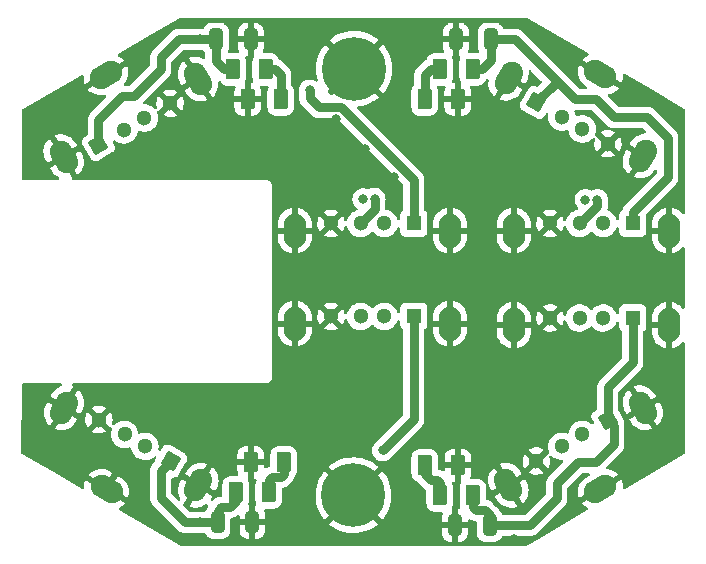
<source format=gbr>
G04 #@! TF.GenerationSoftware,KiCad,Pcbnew,6.0.2+dfsg-1*
G04 #@! TF.CreationDate,2022-06-20T22:27:52-04:00*
G04 #@! TF.ProjectId,RPI4_USB_WigleBottle_v2,52504934-5f55-4534-925f-5769676c6542,rev?*
G04 #@! TF.SameCoordinates,Original*
G04 #@! TF.FileFunction,Copper,L1,Top*
G04 #@! TF.FilePolarity,Positive*
%FSLAX46Y46*%
G04 Gerber Fmt 4.6, Leading zero omitted, Abs format (unit mm)*
G04 Created by KiCad (PCBNEW 6.0.2+dfsg-1) date 2022-06-20 22:27:52*
%MOMM*%
%LPD*%
G01*
G04 APERTURE LIST*
G04 Aperture macros list*
%AMRoundRect*
0 Rectangle with rounded corners*
0 $1 Rounding radius*
0 $2 $3 $4 $5 $6 $7 $8 $9 X,Y pos of 4 corners*
0 Add a 4 corners polygon primitive as box body*
4,1,4,$2,$3,$4,$5,$6,$7,$8,$9,$2,$3,0*
0 Add four circle primitives for the rounded corners*
1,1,$1+$1,$2,$3*
1,1,$1+$1,$4,$5*
1,1,$1+$1,$6,$7*
1,1,$1+$1,$8,$9*
0 Add four rect primitives between the rounded corners*
20,1,$1+$1,$2,$3,$4,$5,0*
20,1,$1+$1,$4,$5,$6,$7,0*
20,1,$1+$1,$6,$7,$8,$9,0*
20,1,$1+$1,$8,$9,$2,$3,0*%
%AMHorizOval*
0 Thick line with rounded ends*
0 $1 width*
0 $2 $3 position (X,Y) of the first rounded end (center of the circle)*
0 $4 $5 position (X,Y) of the second rounded end (center of the circle)*
0 Add line between two ends*
20,1,$1,$2,$3,$4,$5,0*
0 Add two circle primitives to create the rounded ends*
1,1,$1,$2,$3*
1,1,$1,$4,$5*%
%AMRotRect*
0 Rectangle, with rotation*
0 The origin of the aperture is its center*
0 $1 length*
0 $2 width*
0 $3 Rotation angle, in degrees counterclockwise*
0 Add horizontal line*
21,1,$1,$2,0,0,$3*%
G04 Aperture macros list end*
G04 #@! TA.AperFunction,SMDPad,CuDef*
%ADD10RoundRect,0.250000X0.375000X0.625000X-0.375000X0.625000X-0.375000X-0.625000X0.375000X-0.625000X0*%
G04 #@! TD*
G04 #@! TA.AperFunction,SMDPad,CuDef*
%ADD11RoundRect,0.250000X-0.375000X-0.625000X0.375000X-0.625000X0.375000X0.625000X-0.375000X0.625000X0*%
G04 #@! TD*
G04 #@! TA.AperFunction,ComponentPad*
%ADD12RotRect,1.300000X1.300000X30.000000*%
G04 #@! TD*
G04 #@! TA.AperFunction,ComponentPad*
%ADD13C,1.300000*%
G04 #@! TD*
G04 #@! TA.AperFunction,ComponentPad*
%ADD14HorizOval,1.900000X-0.250000X0.433013X0.250000X-0.433013X0*%
G04 #@! TD*
G04 #@! TA.AperFunction,ComponentPad*
%ADD15HorizOval,1.900000X0.433013X0.250000X-0.433013X-0.250000X0*%
G04 #@! TD*
G04 #@! TA.AperFunction,ComponentPad*
%ADD16RotRect,1.300000X1.300000X210.000000*%
G04 #@! TD*
G04 #@! TA.AperFunction,ComponentPad*
%ADD17HorizOval,1.900000X-0.433013X-0.250000X0.433013X0.250000X0*%
G04 #@! TD*
G04 #@! TA.AperFunction,ComponentPad*
%ADD18O,1.900000X2.900000*%
G04 #@! TD*
G04 #@! TA.AperFunction,ComponentPad*
%ADD19R,1.300000X1.300000*%
G04 #@! TD*
G04 #@! TA.AperFunction,ComponentPad*
%ADD20RotRect,1.300000X1.300000X150.000000*%
G04 #@! TD*
G04 #@! TA.AperFunction,ComponentPad*
%ADD21HorizOval,1.900000X-0.433013X0.250000X0.433013X-0.250000X0*%
G04 #@! TD*
G04 #@! TA.AperFunction,ComponentPad*
%ADD22HorizOval,1.900000X-0.250000X-0.433013X0.250000X0.433013X0*%
G04 #@! TD*
G04 #@! TA.AperFunction,ComponentPad*
%ADD23HorizOval,1.900000X0.250000X0.433013X-0.250000X-0.433013X0*%
G04 #@! TD*
G04 #@! TA.AperFunction,ComponentPad*
%ADD24RotRect,1.300000X1.300000X330.000000*%
G04 #@! TD*
G04 #@! TA.AperFunction,ComponentPad*
%ADD25C,0.800000*%
G04 #@! TD*
G04 #@! TA.AperFunction,ComponentPad*
%ADD26C,5.400000*%
G04 #@! TD*
G04 #@! TA.AperFunction,SMDPad,CuDef*
%ADD27RoundRect,0.250000X-0.325000X-0.650000X0.325000X-0.650000X0.325000X0.650000X-0.325000X0.650000X0*%
G04 #@! TD*
G04 #@! TA.AperFunction,SMDPad,CuDef*
%ADD28RoundRect,0.250000X0.325000X0.650000X-0.325000X0.650000X-0.325000X-0.650000X0.325000X-0.650000X0*%
G04 #@! TD*
G04 #@! TA.AperFunction,ViaPad*
%ADD29C,0.800000*%
G04 #@! TD*
G04 #@! TA.AperFunction,Conductor*
%ADD30C,0.770000*%
G04 #@! TD*
G04 APERTURE END LIST*
D10*
X73660000Y-81026000D03*
X70860000Y-81026000D03*
X73914000Y-116840000D03*
X71114000Y-116840000D03*
D11*
X88386000Y-81026000D03*
X91186000Y-81026000D03*
X88392000Y-117094000D03*
X91192000Y-117094000D03*
D12*
X59487711Y-87403651D03*
D13*
X61652775Y-86153651D03*
X63384825Y-85153651D03*
X65549889Y-83903651D03*
D14*
X67908587Y-81849036D03*
D15*
X60128800Y-81514049D03*
D14*
X56529013Y-88419036D03*
D16*
X102615089Y-110687730D03*
D13*
X100450025Y-111937730D03*
X98717975Y-112937730D03*
X96552911Y-114187730D03*
D17*
X101974000Y-116577332D03*
D14*
X94194213Y-116242345D03*
X105573787Y-109672345D03*
D10*
X74930000Y-83566000D03*
X72130000Y-83566000D03*
X75184000Y-114300000D03*
X72384000Y-114300000D03*
D11*
X87116000Y-83566000D03*
X89916000Y-83566000D03*
X87122000Y-114554000D03*
X89922000Y-114554000D03*
D18*
X89247000Y-102549000D03*
X76107000Y-102549000D03*
D13*
X79177000Y-101949000D03*
X81677000Y-101949000D03*
X83677000Y-101949000D03*
D19*
X86177000Y-101949000D03*
X86177000Y-94075000D03*
D13*
X83677000Y-94075000D03*
X81677000Y-94075000D03*
X79177000Y-94075000D03*
D18*
X89247000Y-94675000D03*
X76107000Y-94675000D03*
D19*
X104719000Y-102076000D03*
D13*
X102219000Y-102076000D03*
X100219000Y-102076000D03*
X97719000Y-102076000D03*
D18*
X107789000Y-102676000D03*
X94649000Y-102676000D03*
D19*
X104719000Y-94075000D03*
D13*
X102219000Y-94075000D03*
X100219000Y-94075000D03*
X97719000Y-94075000D03*
D18*
X107789000Y-94675000D03*
X94649000Y-94675000D03*
D20*
X65589989Y-114187730D03*
D13*
X63424925Y-112937730D03*
X61692875Y-111937730D03*
X59527811Y-110687730D03*
D21*
X60168900Y-116577332D03*
D22*
X67948687Y-116242345D03*
D23*
X56569113Y-109672345D03*
D24*
X96563611Y-83830671D03*
D13*
X98728675Y-85080671D03*
X100460725Y-86080671D03*
X102625789Y-87330671D03*
D23*
X94204913Y-81776056D03*
D22*
X105584487Y-88346056D03*
D21*
X101984700Y-81441069D03*
D25*
X82559491Y-79543309D03*
X82559491Y-82407091D03*
X83152600Y-80975200D03*
X81127600Y-83000200D03*
X79102600Y-80975200D03*
X79695709Y-79543309D03*
D26*
X81127600Y-80975200D03*
D25*
X79695709Y-82407091D03*
X81127600Y-78950200D03*
X79644909Y-118525891D03*
X81076800Y-119119000D03*
X79051800Y-117094000D03*
X79644909Y-115662109D03*
X83101800Y-117094000D03*
X82508691Y-115662109D03*
D26*
X81076800Y-117094000D03*
D25*
X81076800Y-115069000D03*
X82508691Y-118525891D03*
D27*
X69440000Y-78486000D03*
X72390000Y-78486000D03*
X69567000Y-119380000D03*
X72517000Y-119380000D03*
D28*
X92710000Y-78486000D03*
X89760000Y-78486000D03*
X92612000Y-119634000D03*
X89662000Y-119634000D03*
D29*
X97078800Y-110998000D03*
X67360800Y-77114400D03*
X73964800Y-108407200D03*
X76555600Y-85191600D03*
X71069200Y-120802400D03*
X91135200Y-120751600D03*
X61925200Y-89662000D03*
X70459600Y-85191600D03*
X75946000Y-89662000D03*
X97078800Y-104952800D03*
X91186000Y-77165200D03*
X74371200Y-77165200D03*
X79603600Y-85242400D03*
X84124800Y-120751600D03*
X94691200Y-77165200D03*
X84632800Y-106172000D03*
X68427600Y-85191600D03*
X76809600Y-112623600D03*
X67665600Y-112623600D03*
X75946000Y-108356400D03*
X77876400Y-77165200D03*
X94640400Y-120751600D03*
X70916800Y-77165200D03*
X84429600Y-109677200D03*
X79654400Y-112318800D03*
X82092800Y-87731600D03*
X63957200Y-89662000D03*
X73507600Y-85191600D03*
X98247200Y-90932000D03*
X68021200Y-89662000D03*
X87680800Y-77165200D03*
X71932800Y-89662000D03*
X84531200Y-90170000D03*
X75946000Y-91236800D03*
X70713600Y-112623600D03*
X87630000Y-120751600D03*
X75946000Y-106273600D03*
X97078800Y-86512400D03*
X101142800Y-105816400D03*
X78028800Y-120751600D03*
X82092800Y-87731600D03*
X67513200Y-120751600D03*
X63957200Y-108356400D03*
X69951600Y-89662000D03*
X97078800Y-88595200D03*
X73761600Y-112623600D03*
X73964800Y-89662000D03*
X102362000Y-104089200D03*
X71932800Y-108356400D03*
X84175600Y-77165200D03*
X101142800Y-109372400D03*
X65989200Y-108356400D03*
X69951600Y-108356400D03*
X65938400Y-89662000D03*
X68021200Y-108356400D03*
X82499200Y-111607600D03*
X74574400Y-120751600D03*
X97078800Y-107950000D03*
X103327200Y-90932000D03*
X61925200Y-108356400D03*
X68072000Y-78486000D03*
X77368400Y-82804000D03*
X68072000Y-119380000D03*
X83566000Y-113284000D03*
X82880200Y-91973400D03*
X81889600Y-91998800D03*
X101727000Y-92075000D03*
X100711000Y-92075000D03*
D30*
X73660000Y-81026000D02*
X74422000Y-81026000D01*
X74930000Y-81534000D02*
X74930000Y-83566000D01*
X74422000Y-81026000D02*
X74930000Y-81534000D01*
X75184000Y-115316000D02*
X75184000Y-114300000D01*
X73914000Y-115824000D02*
X74168000Y-115570000D01*
X73914000Y-116840000D02*
X73914000Y-115824000D01*
X74930000Y-115570000D02*
X75184000Y-115316000D01*
X74168000Y-115570000D02*
X74930000Y-115570000D01*
X87630000Y-81026000D02*
X87116000Y-81540000D01*
X88386000Y-81026000D02*
X87630000Y-81026000D01*
X87116000Y-81540000D02*
X87116000Y-83566000D01*
X87122000Y-115316000D02*
X87122000Y-114554000D01*
X88392000Y-116078000D02*
X88138000Y-115824000D01*
X88138000Y-115824000D02*
X87630000Y-115824000D01*
X88392000Y-117094000D02*
X88392000Y-116078000D01*
X87630000Y-115824000D02*
X87122000Y-115316000D01*
X64770000Y-80010000D02*
X66294000Y-78486000D01*
X86177000Y-94075000D02*
X86177000Y-90423490D01*
X61468000Y-83312000D02*
X62484000Y-83312000D01*
X59487711Y-85292289D02*
X61468000Y-83312000D01*
X59487711Y-87403651D02*
X59487711Y-85292289D01*
X66294000Y-78486000D02*
X69440000Y-78486000D01*
X80011399Y-84257889D02*
X78161889Y-84257889D01*
X70104000Y-81026000D02*
X70860000Y-81026000D01*
X69440000Y-78486000D02*
X69440000Y-80362000D01*
X78161889Y-84257889D02*
X77368400Y-83464400D01*
X64770000Y-81026000D02*
X64770000Y-80010000D01*
X62484000Y-83312000D02*
X64770000Y-81026000D01*
X69440000Y-80362000D02*
X70104000Y-81026000D01*
X77368400Y-83464400D02*
X77368400Y-82804000D01*
X86177000Y-90423490D02*
X80011399Y-84257889D01*
X86177000Y-101949000D02*
X86177000Y-110673000D01*
X69567000Y-119380000D02*
X66802000Y-119380000D01*
X70612000Y-118110000D02*
X71114000Y-117608000D01*
X64770000Y-115007719D02*
X65589989Y-114187730D01*
X69567000Y-118393000D02*
X69850000Y-118110000D01*
X66802000Y-119380000D02*
X64770000Y-117348000D01*
X71114000Y-117608000D02*
X71114000Y-116840000D01*
X69850000Y-118110000D02*
X70612000Y-118110000D01*
X64770000Y-117348000D02*
X64770000Y-115007719D01*
X69567000Y-119380000D02*
X69567000Y-118393000D01*
X86177000Y-110673000D02*
X83566000Y-113284000D01*
X94742000Y-78486000D02*
X98298000Y-82042000D01*
X104719000Y-93147000D02*
X104719000Y-94075000D01*
X103124000Y-85090000D02*
X105918000Y-85090000D01*
X92710000Y-78486000D02*
X94742000Y-78486000D01*
X107696000Y-86868000D02*
X107696000Y-90170000D01*
X92710000Y-80264000D02*
X92710000Y-78486000D01*
X91948000Y-81026000D02*
X92710000Y-80264000D01*
X99822000Y-83566000D02*
X101600000Y-83566000D01*
X107696000Y-90170000D02*
X104719000Y-93147000D01*
X98298000Y-82096282D02*
X98298000Y-82042000D01*
X91186000Y-81026000D02*
X91948000Y-81026000D01*
X101600000Y-83566000D02*
X103124000Y-85090000D01*
X98298000Y-82042000D02*
X99822000Y-83566000D01*
X96563611Y-83830671D02*
X98298000Y-82096282D01*
X105918000Y-85090000D02*
X107696000Y-86868000D01*
X96012000Y-119634000D02*
X98298000Y-117348000D01*
X103124000Y-111196641D02*
X102615089Y-110687730D01*
X104719000Y-102076000D02*
X104719000Y-105847000D01*
X101600000Y-114300000D02*
X103124000Y-112776000D01*
X92612000Y-119634000D02*
X92612000Y-118774000D01*
X91192000Y-118116000D02*
X91192000Y-117094000D01*
X100076000Y-114300000D02*
X101600000Y-114300000D01*
X92612000Y-118774000D02*
X92202000Y-118364000D01*
X92202000Y-118364000D02*
X91440000Y-118364000D01*
X98298000Y-116078000D02*
X100076000Y-114300000D01*
X91440000Y-118364000D02*
X91192000Y-118116000D01*
X92612000Y-119634000D02*
X96012000Y-119634000D01*
X98298000Y-117348000D02*
X98298000Y-116078000D01*
X103124000Y-112776000D02*
X103124000Y-111196641D01*
X104719000Y-105847000D02*
X102615089Y-107950911D01*
X102615089Y-107950911D02*
X102615089Y-110687730D01*
X82880200Y-91973400D02*
X82880200Y-92871800D01*
X82880200Y-92871800D02*
X81677000Y-94075000D01*
X101727000Y-92567000D02*
X101727000Y-92075000D01*
X100219000Y-94075000D02*
X100235000Y-94075000D01*
X100219000Y-94075000D02*
X101727000Y-92567000D01*
X100219000Y-94075000D02*
X100289993Y-94075000D01*
G04 #@! TA.AperFunction,Conductor*
G36*
X95778095Y-76674087D02*
G01*
X100930274Y-79649423D01*
X100979261Y-79700811D01*
X100992690Y-79770526D01*
X100966296Y-79836434D01*
X100913848Y-79875607D01*
X100905999Y-79878730D01*
X100896759Y-79883317D01*
X100700322Y-80001814D01*
X100691963Y-80007843D01*
X100517517Y-80156835D01*
X100510257Y-80164146D01*
X100446929Y-80239350D01*
X100441546Y-80251593D01*
X100451884Y-80262804D01*
X101891730Y-81094099D01*
X103772794Y-82180132D01*
X103786311Y-82183411D01*
X103795169Y-82172041D01*
X103817857Y-82113849D01*
X103820803Y-82103968D01*
X103868109Y-81879486D01*
X103869399Y-81869269D01*
X103879406Y-81640075D01*
X103879010Y-81629771D01*
X103873207Y-81581815D01*
X103884880Y-81511785D01*
X103932561Y-81459183D01*
X104001113Y-81440710D01*
X104061305Y-81457565D01*
X106404201Y-82810565D01*
X109080564Y-84356140D01*
X109129551Y-84407527D01*
X109143552Y-84465359D01*
X109136128Y-93151963D01*
X109136118Y-93163386D01*
X109116058Y-93231489D01*
X109062362Y-93277936D01*
X108992080Y-93287980D01*
X108927524Y-93258432D01*
X108916925Y-93248078D01*
X108790244Y-93108857D01*
X108782707Y-93101830D01*
X108602668Y-92959644D01*
X108594081Y-92953939D01*
X108393250Y-92843074D01*
X108383838Y-92838844D01*
X108167584Y-92762264D01*
X108157634Y-92759635D01*
X108060836Y-92742393D01*
X108047540Y-92743852D01*
X108043000Y-92758408D01*
X108043000Y-96593067D01*
X108046918Y-96606411D01*
X108061194Y-96608398D01*
X108122933Y-96598950D01*
X108132961Y-96596561D01*
X108351016Y-96525290D01*
X108360525Y-96521293D01*
X108564007Y-96415367D01*
X108572732Y-96409873D01*
X108756187Y-96272131D01*
X108763894Y-96265288D01*
X108916435Y-96105664D01*
X108977960Y-96070234D01*
X109048872Y-96073691D01*
X109106658Y-96114937D01*
X109132972Y-96180878D01*
X109133528Y-96192807D01*
X109129285Y-101156880D01*
X109109226Y-101224981D01*
X109055530Y-101271428D01*
X108985248Y-101281472D01*
X108920692Y-101251924D01*
X108910092Y-101241570D01*
X108790237Y-101109851D01*
X108782707Y-101102830D01*
X108602668Y-100960644D01*
X108594081Y-100954939D01*
X108393250Y-100844074D01*
X108383838Y-100839844D01*
X108167584Y-100763264D01*
X108157634Y-100760635D01*
X108060836Y-100743393D01*
X108047540Y-100744852D01*
X108043000Y-100759408D01*
X108043000Y-104594067D01*
X108046918Y-104607411D01*
X108061194Y-104609398D01*
X108122933Y-104599950D01*
X108132961Y-104597561D01*
X108351016Y-104526290D01*
X108360525Y-104522293D01*
X108564007Y-104416367D01*
X108572732Y-104410873D01*
X108756187Y-104273131D01*
X108763894Y-104266288D01*
X108909590Y-104113826D01*
X108971114Y-104078396D01*
X109042027Y-104081853D01*
X109099813Y-104123099D01*
X109126127Y-104189039D01*
X109126684Y-104200978D01*
X109120561Y-111364239D01*
X109118712Y-113527688D01*
X109098652Y-113595791D01*
X109055764Y-113636669D01*
X108829042Y-113767710D01*
X104056120Y-116526371D01*
X103987132Y-116543142D01*
X103920029Y-116519953D01*
X103876116Y-116464167D01*
X103868896Y-116419161D01*
X103867123Y-116419195D01*
X103862620Y-116184658D01*
X103861578Y-116174400D01*
X103819773Y-115948838D01*
X103817068Y-115938883D01*
X103783606Y-115846446D01*
X103775694Y-115835660D01*
X103760817Y-115839007D01*
X101881030Y-116924302D01*
X100439905Y-117756335D01*
X100430308Y-117766401D01*
X100435726Y-117779759D01*
X100474775Y-117828501D01*
X100481859Y-117835991D01*
X100652606Y-117989194D01*
X100660827Y-117995434D01*
X100854302Y-118118692D01*
X100863416Y-118123498D01*
X100878685Y-118130010D01*
X100933497Y-118175134D01*
X100955213Y-118242728D01*
X100936937Y-118311332D01*
X100892305Y-118354998D01*
X96744904Y-120752120D01*
X95690897Y-121361317D01*
X95676666Y-121369542D01*
X95613506Y-121386453D01*
X68397772Y-121362971D01*
X66514449Y-121361346D01*
X66451679Y-121344535D01*
X61257265Y-118353237D01*
X61208215Y-118301909D01*
X61194701Y-118232210D01*
X61221015Y-118166270D01*
X61255061Y-118136158D01*
X61453278Y-118016587D01*
X61461637Y-118010558D01*
X61636083Y-117861566D01*
X61643343Y-117854255D01*
X61706671Y-117779051D01*
X61712054Y-117766808D01*
X61701716Y-117755597D01*
X60261870Y-116924302D01*
X59499430Y-116484107D01*
X60521183Y-116484107D01*
X60521786Y-116485847D01*
X60527602Y-116491134D01*
X61956994Y-117316395D01*
X61970511Y-117319674D01*
X61979369Y-117308304D01*
X62002057Y-117250112D01*
X62005003Y-117240231D01*
X62052309Y-117015749D01*
X62053599Y-117005532D01*
X62063606Y-116776338D01*
X62063210Y-116766034D01*
X62035650Y-116538289D01*
X62033578Y-116528192D01*
X61969191Y-116308006D01*
X61965496Y-116298381D01*
X61866009Y-116091665D01*
X61860795Y-116082778D01*
X61728878Y-115895079D01*
X61722291Y-115887172D01*
X61561482Y-115723531D01*
X61553691Y-115716807D01*
X61401536Y-115605853D01*
X61395913Y-115602194D01*
X61133559Y-115450724D01*
X61118124Y-115446979D01*
X61116384Y-115447582D01*
X61111097Y-115453398D01*
X60524928Y-116468672D01*
X60521183Y-116484107D01*
X59499430Y-116484107D01*
X58380806Y-115838269D01*
X58367289Y-115834990D01*
X58358431Y-115846360D01*
X58335743Y-115904552D01*
X58332797Y-115914433D01*
X58285491Y-116138915D01*
X58284201Y-116149131D01*
X58274195Y-116378325D01*
X58274591Y-116388630D01*
X58276465Y-116404119D01*
X58264792Y-116474149D01*
X58217110Y-116526751D01*
X58148559Y-116545224D01*
X58088499Y-116528445D01*
X56107856Y-115387856D01*
X58625746Y-115387856D01*
X58636084Y-115399067D01*
X60060240Y-116221304D01*
X60075675Y-116225049D01*
X60077415Y-116224446D01*
X60082702Y-116218630D01*
X60668872Y-115203356D01*
X60672617Y-115187921D01*
X60672014Y-115186181D01*
X60666198Y-115180894D01*
X60414491Y-115035571D01*
X60409918Y-115033175D01*
X60255297Y-114960086D01*
X60245660Y-114956464D01*
X60025027Y-114893614D01*
X60014912Y-114891611D01*
X59786981Y-114865643D01*
X59776677Y-114865319D01*
X59547554Y-114876926D01*
X59537347Y-114878288D01*
X59313193Y-114927161D01*
X59303351Y-114930170D01*
X59090192Y-115014997D01*
X59080959Y-115019580D01*
X58884522Y-115138077D01*
X58876163Y-115144106D01*
X58701717Y-115293098D01*
X58694457Y-115300409D01*
X58631129Y-115375613D01*
X58625746Y-115387856D01*
X56107856Y-115387856D01*
X53023501Y-113611674D01*
X52974451Y-113560346D01*
X52960381Y-113502011D01*
X52960944Y-113352262D01*
X52967287Y-111665074D01*
X58914827Y-111665074D01*
X58924709Y-111677564D01*
X58968090Y-111706550D01*
X58978200Y-111712040D01*
X59163129Y-111791492D01*
X59174072Y-111795047D01*
X59370378Y-111839467D01*
X59381786Y-111840969D01*
X59582907Y-111848870D01*
X59594391Y-111848268D01*
X59793585Y-111819387D01*
X59804768Y-111816702D01*
X59995358Y-111752006D01*
X60005871Y-111747325D01*
X60132577Y-111676365D01*
X60142442Y-111666287D01*
X60139486Y-111658615D01*
X59540623Y-111059752D01*
X59526679Y-111052138D01*
X59524846Y-111052269D01*
X59518231Y-111056520D01*
X58921023Y-111653728D01*
X58914827Y-111665074D01*
X52967287Y-111665074D01*
X52968005Y-111473956D01*
X55826771Y-111473956D01*
X55838141Y-111482814D01*
X55896333Y-111505502D01*
X55906214Y-111508448D01*
X56130696Y-111555754D01*
X56140912Y-111557044D01*
X56370106Y-111567050D01*
X56380411Y-111566654D01*
X56608156Y-111539094D01*
X56618253Y-111537022D01*
X56838436Y-111472636D01*
X56848064Y-111468940D01*
X57054782Y-111369453D01*
X57063670Y-111364239D01*
X57251366Y-111232324D01*
X57259272Y-111225738D01*
X57422909Y-111064932D01*
X57429643Y-111057130D01*
X57540588Y-110904986D01*
X57544256Y-110899349D01*
X57680681Y-110663053D01*
X58365627Y-110663053D01*
X58378790Y-110863889D01*
X58380591Y-110875259D01*
X58430134Y-111070334D01*
X58433975Y-111081181D01*
X58518240Y-111263968D01*
X58523989Y-111273925D01*
X58537723Y-111293358D01*
X58548312Y-111301746D01*
X58561613Y-111294718D01*
X59155789Y-110700542D01*
X59162167Y-110688862D01*
X59892219Y-110688862D01*
X59892350Y-110690695D01*
X59896601Y-110697310D01*
X60494782Y-111295491D01*
X60516585Y-111307397D01*
X60569166Y-111318834D01*
X60619369Y-111369036D01*
X60634461Y-111438410D01*
X60622109Y-111481722D01*
X60622877Y-111482040D01*
X60620668Y-111487374D01*
X60617975Y-111492492D01*
X60616261Y-111498013D01*
X60616259Y-111498017D01*
X60597931Y-111557044D01*
X60554836Y-111695832D01*
X60529811Y-111907274D01*
X60543736Y-112119736D01*
X60545157Y-112125332D01*
X60545158Y-112125337D01*
X60594726Y-112320507D01*
X60596147Y-112326102D01*
X60598564Y-112331345D01*
X60635264Y-112410953D01*
X60685286Y-112519461D01*
X60808171Y-112693339D01*
X60847303Y-112731460D01*
X60953973Y-112835373D01*
X60960684Y-112841911D01*
X60965480Y-112845116D01*
X60965483Y-112845118D01*
X61092154Y-112929756D01*
X61137718Y-112960201D01*
X61143021Y-112962479D01*
X61143024Y-112962481D01*
X61296525Y-113028430D01*
X61333345Y-113044249D01*
X61377937Y-113054339D01*
X61535376Y-113089964D01*
X61535381Y-113089965D01*
X61541013Y-113091239D01*
X61546784Y-113091466D01*
X61546786Y-113091466D01*
X61608127Y-113093876D01*
X61753766Y-113099599D01*
X61759475Y-113098771D01*
X61759479Y-113098771D01*
X61958765Y-113069875D01*
X61958769Y-113069874D01*
X61964480Y-113069046D01*
X61981063Y-113063417D01*
X62111229Y-113019232D01*
X62182164Y-113016276D01*
X62243437Y-113052139D01*
X62275658Y-113117776D01*
X62275786Y-113119736D01*
X62328197Y-113326102D01*
X62330614Y-113331345D01*
X62409292Y-113502011D01*
X62417336Y-113519461D01*
X62540221Y-113693339D01*
X62609084Y-113760423D01*
X62659398Y-113809436D01*
X62692734Y-113841911D01*
X62697530Y-113845116D01*
X62697533Y-113845118D01*
X62784648Y-113903326D01*
X62869768Y-113960201D01*
X62875071Y-113962479D01*
X62875074Y-113962481D01*
X63037937Y-114032452D01*
X63065395Y-114044249D01*
X63107088Y-114053683D01*
X63267426Y-114089964D01*
X63267431Y-114089965D01*
X63273063Y-114091239D01*
X63278834Y-114091466D01*
X63278836Y-114091466D01*
X63340177Y-114093876D01*
X63485816Y-114099599D01*
X63491525Y-114098771D01*
X63491529Y-114098771D01*
X63690815Y-114069875D01*
X63690819Y-114069874D01*
X63696530Y-114069046D01*
X63898148Y-114000606D01*
X64083918Y-113896570D01*
X64188686Y-113809436D01*
X64253850Y-113781255D01*
X64323905Y-113792779D01*
X64376609Y-113840348D01*
X64395229Y-113908859D01*
X64378374Y-113969309D01*
X64237632Y-114213082D01*
X64212391Y-114270310D01*
X64211094Y-114278102D01*
X64211074Y-114278169D01*
X64174654Y-114335753D01*
X64174180Y-114336180D01*
X64168838Y-114340061D01*
X64164417Y-114344971D01*
X64123854Y-114390021D01*
X64119313Y-114394806D01*
X64105087Y-114409032D01*
X64103015Y-114411591D01*
X64103012Y-114411594D01*
X64092426Y-114424667D01*
X64088148Y-114429676D01*
X64085390Y-114432739D01*
X64056625Y-114464687D01*
X64043161Y-114479640D01*
X64039859Y-114485359D01*
X64039857Y-114485362D01*
X64036323Y-114491483D01*
X64025124Y-114507778D01*
X64016520Y-114518403D01*
X64013525Y-114524281D01*
X63986004Y-114578295D01*
X63982856Y-114584092D01*
X63952554Y-114636577D01*
X63949251Y-114642298D01*
X63947210Y-114648580D01*
X63947209Y-114648582D01*
X63945024Y-114655306D01*
X63937459Y-114673569D01*
X63931251Y-114685753D01*
X63929541Y-114692135D01*
X63929539Y-114692140D01*
X63913847Y-114750700D01*
X63911974Y-114757022D01*
X63893253Y-114814642D01*
X63891211Y-114820927D01*
X63890521Y-114827492D01*
X63890519Y-114827501D01*
X63889780Y-114834530D01*
X63886178Y-114853963D01*
X63884349Y-114860790D01*
X63884348Y-114860795D01*
X63882639Y-114867174D01*
X63882293Y-114873767D01*
X63882293Y-114873770D01*
X63879121Y-114934294D01*
X63878604Y-114940868D01*
X63878407Y-114942745D01*
X63876500Y-114960890D01*
X63876500Y-114981018D01*
X63876327Y-114987612D01*
X63873660Y-115038506D01*
X63872809Y-115054739D01*
X63873841Y-115061255D01*
X63874949Y-115068250D01*
X63876500Y-115087961D01*
X63876500Y-117267758D01*
X63874949Y-117287468D01*
X63872809Y-117300980D01*
X63873154Y-117307567D01*
X63873154Y-117307572D01*
X63876327Y-117368107D01*
X63876500Y-117374701D01*
X63876500Y-117394829D01*
X63876844Y-117398102D01*
X63878604Y-117414851D01*
X63879121Y-117421425D01*
X63882220Y-117480544D01*
X63882639Y-117488545D01*
X63884348Y-117494924D01*
X63884349Y-117494929D01*
X63886178Y-117501756D01*
X63889780Y-117521189D01*
X63890519Y-117528218D01*
X63890521Y-117528227D01*
X63891211Y-117534792D01*
X63893253Y-117541076D01*
X63893253Y-117541077D01*
X63911974Y-117598697D01*
X63913847Y-117605019D01*
X63929539Y-117663579D01*
X63929541Y-117663584D01*
X63931251Y-117669966D01*
X63934250Y-117675851D01*
X63934250Y-117675852D01*
X63937458Y-117682147D01*
X63945024Y-117700413D01*
X63947209Y-117707137D01*
X63947210Y-117707139D01*
X63949251Y-117713421D01*
X63952554Y-117719142D01*
X63982856Y-117771627D01*
X63986004Y-117777423D01*
X64016520Y-117837316D01*
X64020676Y-117842448D01*
X64025124Y-117847941D01*
X64036323Y-117864236D01*
X64039857Y-117870357D01*
X64043161Y-117876079D01*
X64047578Y-117880985D01*
X64047579Y-117880986D01*
X64051509Y-117885351D01*
X64083699Y-117921101D01*
X64088143Y-117926037D01*
X64092418Y-117931043D01*
X64105087Y-117946687D01*
X64119313Y-117960913D01*
X64123854Y-117965698D01*
X64168838Y-118015658D01*
X64177376Y-118021861D01*
X64179907Y-118023700D01*
X64194942Y-118036542D01*
X66113458Y-119955058D01*
X66126300Y-119970093D01*
X66134342Y-119981162D01*
X66139252Y-119985583D01*
X66139253Y-119985584D01*
X66184302Y-120026146D01*
X66189087Y-120030687D01*
X66203313Y-120044913D01*
X66205872Y-120046985D01*
X66205875Y-120046988D01*
X66218948Y-120057574D01*
X66223957Y-120061852D01*
X66273921Y-120106839D01*
X66279640Y-120110141D01*
X66279643Y-120110143D01*
X66285764Y-120113677D01*
X66302060Y-120124876D01*
X66312684Y-120133480D01*
X66372575Y-120163996D01*
X66378370Y-120167142D01*
X66436579Y-120200749D01*
X66445056Y-120203504D01*
X66449590Y-120204977D01*
X66467848Y-120212540D01*
X66480035Y-120218749D01*
X66540102Y-120234844D01*
X66544960Y-120236146D01*
X66551285Y-120238019D01*
X66615208Y-120258789D01*
X66621773Y-120259479D01*
X66621782Y-120259481D01*
X66628811Y-120260220D01*
X66648244Y-120263822D01*
X66655071Y-120265651D01*
X66655076Y-120265652D01*
X66661455Y-120267361D01*
X66668048Y-120267707D01*
X66668051Y-120267707D01*
X66728575Y-120270879D01*
X66735149Y-120271396D01*
X66750506Y-120273010D01*
X66755171Y-120273500D01*
X66775299Y-120273500D01*
X66781893Y-120273673D01*
X66842428Y-120276846D01*
X66842433Y-120276846D01*
X66849020Y-120277191D01*
X66862532Y-120275051D01*
X66882242Y-120273500D01*
X67892699Y-120273500D01*
X67918896Y-120276253D01*
X67970056Y-120287128D01*
X67970061Y-120287128D01*
X67976513Y-120288500D01*
X68167487Y-120288500D01*
X68173939Y-120287128D01*
X68173944Y-120287128D01*
X68225104Y-120276253D01*
X68251301Y-120273500D01*
X68433586Y-120273500D01*
X68501707Y-120293502D01*
X68547687Y-120346049D01*
X68548133Y-120347001D01*
X68550450Y-120353946D01*
X68643522Y-120504348D01*
X68648704Y-120509521D01*
X68658852Y-120519651D01*
X68768697Y-120629305D01*
X68774927Y-120633145D01*
X68774928Y-120633146D01*
X68912288Y-120717816D01*
X68919262Y-120722115D01*
X68999005Y-120748564D01*
X69080611Y-120775632D01*
X69080613Y-120775632D01*
X69087139Y-120777797D01*
X69093975Y-120778497D01*
X69093978Y-120778498D01*
X69137031Y-120782909D01*
X69191600Y-120788500D01*
X69942400Y-120788500D01*
X69945646Y-120788163D01*
X69945650Y-120788163D01*
X70041308Y-120778238D01*
X70041312Y-120778237D01*
X70048166Y-120777526D01*
X70054702Y-120775345D01*
X70054704Y-120775345D01*
X70186806Y-120731272D01*
X70215946Y-120721550D01*
X70366348Y-120628478D01*
X70491305Y-120503303D01*
X70498256Y-120492026D01*
X70580275Y-120358968D01*
X70580276Y-120358966D01*
X70584115Y-120352738D01*
X70624886Y-120229818D01*
X70637632Y-120191389D01*
X70637632Y-120191387D01*
X70639797Y-120184861D01*
X70641613Y-120167143D01*
X70645943Y-120124876D01*
X70650500Y-120080400D01*
X70650500Y-120077095D01*
X71434001Y-120077095D01*
X71434338Y-120083614D01*
X71444257Y-120179206D01*
X71447149Y-120192600D01*
X71498588Y-120346784D01*
X71504761Y-120359962D01*
X71590063Y-120497807D01*
X71599099Y-120509208D01*
X71713829Y-120623739D01*
X71725240Y-120632751D01*
X71863243Y-120717816D01*
X71876424Y-120723963D01*
X72030710Y-120775138D01*
X72044086Y-120778005D01*
X72138438Y-120787672D01*
X72144854Y-120788000D01*
X72244885Y-120788000D01*
X72260124Y-120783525D01*
X72261329Y-120782135D01*
X72263000Y-120774452D01*
X72263000Y-120769884D01*
X72771000Y-120769884D01*
X72775475Y-120785123D01*
X72776865Y-120786328D01*
X72784548Y-120787999D01*
X72889095Y-120787999D01*
X72895614Y-120787662D01*
X72991206Y-120777743D01*
X73004600Y-120774851D01*
X73158784Y-120723412D01*
X73171962Y-120717239D01*
X73309807Y-120631937D01*
X73321208Y-120622901D01*
X73435739Y-120508171D01*
X73444751Y-120496760D01*
X73529816Y-120358757D01*
X73535963Y-120345576D01*
X73540766Y-120331095D01*
X88579001Y-120331095D01*
X88579338Y-120337614D01*
X88589257Y-120433206D01*
X88592149Y-120446600D01*
X88643588Y-120600784D01*
X88649761Y-120613962D01*
X88735063Y-120751807D01*
X88744099Y-120763208D01*
X88858829Y-120877739D01*
X88870240Y-120886751D01*
X89008243Y-120971816D01*
X89021424Y-120977963D01*
X89175710Y-121029138D01*
X89189086Y-121032005D01*
X89283438Y-121041672D01*
X89289854Y-121042000D01*
X89389885Y-121042000D01*
X89405124Y-121037525D01*
X89406329Y-121036135D01*
X89408000Y-121028452D01*
X89408000Y-121023884D01*
X89916000Y-121023884D01*
X89920475Y-121039123D01*
X89921865Y-121040328D01*
X89929548Y-121041999D01*
X90034095Y-121041999D01*
X90040614Y-121041662D01*
X90136206Y-121031743D01*
X90149600Y-121028851D01*
X90303784Y-120977412D01*
X90316962Y-120971239D01*
X90454807Y-120885937D01*
X90466208Y-120876901D01*
X90580739Y-120762171D01*
X90589751Y-120750760D01*
X90674816Y-120612757D01*
X90680963Y-120599576D01*
X90732138Y-120445290D01*
X90735005Y-120431914D01*
X90744672Y-120337562D01*
X90745000Y-120331146D01*
X90745000Y-119906115D01*
X90740525Y-119890876D01*
X90739135Y-119889671D01*
X90731452Y-119888000D01*
X89934115Y-119888000D01*
X89918876Y-119892475D01*
X89917671Y-119893865D01*
X89916000Y-119901548D01*
X89916000Y-121023884D01*
X89408000Y-121023884D01*
X89408000Y-119906115D01*
X89403525Y-119890876D01*
X89402135Y-119889671D01*
X89394452Y-119888000D01*
X88597116Y-119888000D01*
X88581877Y-119892475D01*
X88580672Y-119893865D01*
X88579001Y-119901548D01*
X88579001Y-120331095D01*
X73540766Y-120331095D01*
X73587138Y-120191290D01*
X73590005Y-120177914D01*
X73599672Y-120083562D01*
X73600000Y-120077146D01*
X73600000Y-119652115D01*
X73595525Y-119636876D01*
X73594135Y-119635671D01*
X73586452Y-119634000D01*
X72789115Y-119634000D01*
X72773876Y-119638475D01*
X72772671Y-119639865D01*
X72771000Y-119647548D01*
X72771000Y-120769884D01*
X72263000Y-120769884D01*
X72263000Y-119652115D01*
X72258525Y-119636876D01*
X72257135Y-119635671D01*
X72249452Y-119634000D01*
X71452116Y-119634000D01*
X71436877Y-119638475D01*
X71435672Y-119639865D01*
X71434001Y-119647548D01*
X71434001Y-120077095D01*
X70650500Y-120077095D01*
X70650500Y-119537941D01*
X78998399Y-119537941D01*
X78998437Y-119538486D01*
X79004040Y-119546846D01*
X79026136Y-119567306D01*
X79031559Y-119571793D01*
X79314611Y-119780478D01*
X79320501Y-119784332D01*
X79625058Y-119960167D01*
X79631327Y-119963334D01*
X79953598Y-120104132D01*
X79960181Y-120106580D01*
X80296132Y-120210574D01*
X80302947Y-120212273D01*
X80648388Y-120278169D01*
X80655365Y-120279100D01*
X81006014Y-120306081D01*
X81013022Y-120306227D01*
X81364492Y-120293954D01*
X81371488Y-120293317D01*
X81719382Y-120241945D01*
X81726281Y-120240529D01*
X82066298Y-120150693D01*
X82072958Y-120148529D01*
X82400847Y-120021349D01*
X82407246Y-120018446D01*
X82718899Y-119855517D01*
X82724944Y-119851914D01*
X83016494Y-119655261D01*
X83022088Y-119651015D01*
X83144710Y-119546656D01*
X83153142Y-119533788D01*
X83147113Y-119523523D01*
X81089612Y-117466022D01*
X81075668Y-117458408D01*
X81073835Y-117458539D01*
X81067220Y-117462790D01*
X79006013Y-119523997D01*
X78998399Y-119537941D01*
X70650500Y-119537941D01*
X70650500Y-119120439D01*
X70670502Y-119052318D01*
X70724158Y-119005825D01*
X70752177Y-118997380D01*
X70752545Y-118997361D01*
X70758913Y-118995655D01*
X70758924Y-118995653D01*
X70765756Y-118993822D01*
X70785189Y-118990220D01*
X70792218Y-118989481D01*
X70792227Y-118989479D01*
X70798792Y-118988789D01*
X70805077Y-118986747D01*
X70862697Y-118968026D01*
X70869019Y-118966153D01*
X70927579Y-118950461D01*
X70927584Y-118950459D01*
X70933966Y-118948749D01*
X70946150Y-118942541D01*
X70964413Y-118934976D01*
X70971137Y-118932791D01*
X70971139Y-118932790D01*
X70977421Y-118930749D01*
X70983142Y-118927446D01*
X71035627Y-118897144D01*
X71041424Y-118893996D01*
X71095438Y-118866475D01*
X71101316Y-118863480D01*
X71111940Y-118854876D01*
X71128236Y-118843677D01*
X71134357Y-118840143D01*
X71134360Y-118840141D01*
X71140079Y-118836839D01*
X71190043Y-118791852D01*
X71195052Y-118787574D01*
X71208125Y-118776988D01*
X71208128Y-118776985D01*
X71210687Y-118774913D01*
X71218905Y-118766695D01*
X71281217Y-118732669D01*
X71352032Y-118737734D01*
X71408868Y-118780281D01*
X71433679Y-118846801D01*
X71434000Y-118855790D01*
X71434000Y-119107885D01*
X71438475Y-119123124D01*
X71439865Y-119124329D01*
X71447548Y-119126000D01*
X72244885Y-119126000D01*
X72260124Y-119121525D01*
X72261329Y-119120135D01*
X72263000Y-119112452D01*
X72263000Y-117990116D01*
X72258525Y-117974877D01*
X72251551Y-117968834D01*
X72200269Y-117940833D01*
X72166243Y-117878521D01*
X72171307Y-117807705D01*
X72175167Y-117798489D01*
X72177276Y-117793966D01*
X72181115Y-117787738D01*
X72220178Y-117669966D01*
X72234632Y-117626389D01*
X72234632Y-117626387D01*
X72236797Y-117619861D01*
X72238966Y-117598697D01*
X72244501Y-117544666D01*
X72247500Y-117515400D01*
X72247500Y-116164600D01*
X72247163Y-116161350D01*
X72237238Y-116065692D01*
X72237237Y-116065688D01*
X72236526Y-116058834D01*
X72234327Y-116052241D01*
X72182868Y-115898002D01*
X72180550Y-115891054D01*
X72161378Y-115860072D01*
X72130325Y-115809891D01*
X72111487Y-115741439D01*
X72121737Y-115708612D01*
X72121493Y-115708559D01*
X72130000Y-115669452D01*
X72130000Y-115664884D01*
X72638000Y-115664884D01*
X72642475Y-115680123D01*
X72643865Y-115681328D01*
X72651548Y-115682999D01*
X72750195Y-115682999D01*
X72818316Y-115703001D01*
X72864809Y-115756657D01*
X72874913Y-115826931D01*
X72857455Y-115875115D01*
X72846885Y-115892262D01*
X72828560Y-115947510D01*
X72793823Y-116052241D01*
X72791203Y-116060139D01*
X72790503Y-116066975D01*
X72790502Y-116066978D01*
X72786091Y-116110031D01*
X72780500Y-116164600D01*
X72780500Y-117515400D01*
X72780837Y-117518646D01*
X72780837Y-117518650D01*
X72790059Y-117607525D01*
X72791474Y-117621166D01*
X72793655Y-117627702D01*
X72793655Y-117627704D01*
X72820156Y-117707137D01*
X72847450Y-117788946D01*
X72851305Y-117795175D01*
X72854309Y-117801588D01*
X72865095Y-117871760D01*
X72836230Y-117936625D01*
X72775707Y-117975937D01*
X72773876Y-117976475D01*
X72772671Y-117977865D01*
X72771000Y-117985548D01*
X72771000Y-119107885D01*
X72775475Y-119123124D01*
X72776865Y-119124329D01*
X72784548Y-119126000D01*
X73581884Y-119126000D01*
X73597123Y-119121525D01*
X73598328Y-119120135D01*
X73599999Y-119112452D01*
X73599999Y-118682905D01*
X73599662Y-118676386D01*
X73589743Y-118580794D01*
X73586851Y-118567400D01*
X73535409Y-118413208D01*
X73530604Y-118402950D01*
X73519820Y-118332778D01*
X73548686Y-118267914D01*
X73608037Y-118228953D01*
X73644705Y-118223500D01*
X74339400Y-118223500D01*
X74342646Y-118223163D01*
X74342650Y-118223163D01*
X74438308Y-118213238D01*
X74438312Y-118213237D01*
X74445166Y-118212526D01*
X74451702Y-118210345D01*
X74451704Y-118210345D01*
X74605998Y-118158868D01*
X74612946Y-118156550D01*
X74763348Y-118063478D01*
X74888305Y-117938303D01*
X74898909Y-117921101D01*
X74977275Y-117793968D01*
X74977276Y-117793966D01*
X74981115Y-117787738D01*
X75020178Y-117669966D01*
X75034632Y-117626389D01*
X75034632Y-117626387D01*
X75036797Y-117619861D01*
X75038966Y-117598697D01*
X75044501Y-117544666D01*
X75047500Y-117515400D01*
X75047500Y-117052666D01*
X77864206Y-117052666D01*
X77878933Y-117404021D01*
X77879618Y-117411013D01*
X77933420Y-117758559D01*
X77934880Y-117765426D01*
X78027088Y-118104807D01*
X78029302Y-118111463D01*
X78158770Y-118438462D01*
X78161709Y-118444823D01*
X78326819Y-118755347D01*
X78330453Y-118761348D01*
X78529139Y-119051523D01*
X78533433Y-119057098D01*
X78624008Y-119162030D01*
X78637051Y-119170447D01*
X78647082Y-119164508D01*
X80704778Y-117106812D01*
X80711156Y-117095132D01*
X81441208Y-117095132D01*
X81441339Y-117096965D01*
X81445590Y-117103580D01*
X83507499Y-119165489D01*
X83521443Y-119173103D01*
X83522223Y-119173048D01*
X83530270Y-119167696D01*
X83535732Y-119161880D01*
X83540254Y-119156491D01*
X83750913Y-118874896D01*
X83754803Y-118869042D01*
X83932762Y-118565719D01*
X83935976Y-118559465D01*
X84079014Y-118238195D01*
X84081511Y-118231620D01*
X84187848Y-117896405D01*
X84189594Y-117889603D01*
X84257900Y-117544635D01*
X84258881Y-117537654D01*
X84288419Y-117185898D01*
X84288633Y-117181529D01*
X84289825Y-117096178D01*
X84289734Y-117091828D01*
X84270027Y-116739352D01*
X84269245Y-116732380D01*
X84210594Y-116385612D01*
X84209041Y-116378776D01*
X84112100Y-116040704D01*
X84109797Y-116034091D01*
X83975776Y-115708930D01*
X83972747Y-115702610D01*
X83803321Y-115394424D01*
X83799595Y-115388462D01*
X83687389Y-115229400D01*
X85988500Y-115229400D01*
X85988837Y-115232646D01*
X85988837Y-115232650D01*
X85998618Y-115326914D01*
X85999474Y-115335166D01*
X86001655Y-115341702D01*
X86001655Y-115341704D01*
X86030138Y-115427078D01*
X86055450Y-115502946D01*
X86148522Y-115653348D01*
X86273697Y-115778305D01*
X86279927Y-115782145D01*
X86279928Y-115782146D01*
X86398160Y-115855025D01*
X86425681Y-115877975D01*
X86440144Y-115894038D01*
X86444427Y-115899054D01*
X86455004Y-115912116D01*
X86455014Y-115912127D01*
X86457087Y-115914687D01*
X86471313Y-115928913D01*
X86475854Y-115933698D01*
X86520838Y-115983658D01*
X86528850Y-115989479D01*
X86531907Y-115991700D01*
X86546942Y-116004542D01*
X86941458Y-116399058D01*
X86954300Y-116414093D01*
X86962342Y-116425162D01*
X86967252Y-116429583D01*
X86967253Y-116429584D01*
X87012302Y-116470146D01*
X87017087Y-116474687D01*
X87031313Y-116488913D01*
X87033873Y-116490986D01*
X87033884Y-116490996D01*
X87046947Y-116501574D01*
X87051963Y-116505857D01*
X87093373Y-116543142D01*
X87101921Y-116550839D01*
X87113773Y-116557682D01*
X87130060Y-116568876D01*
X87140684Y-116577479D01*
X87189705Y-116602457D01*
X87241318Y-116651203D01*
X87258500Y-116714722D01*
X87258500Y-117769400D01*
X87258837Y-117772646D01*
X87258837Y-117772650D01*
X87268711Y-117867809D01*
X87269474Y-117875166D01*
X87271655Y-117881702D01*
X87271655Y-117881704D01*
X87299678Y-117965698D01*
X87325450Y-118042946D01*
X87418522Y-118193348D01*
X87543697Y-118318305D01*
X87549927Y-118322145D01*
X87549928Y-118322146D01*
X87661106Y-118390677D01*
X87694262Y-118411115D01*
X87711553Y-118416850D01*
X87855611Y-118464632D01*
X87855613Y-118464632D01*
X87862139Y-118466797D01*
X87868975Y-118467497D01*
X87868978Y-118467498D01*
X87908040Y-118471500D01*
X87966600Y-118477500D01*
X88534286Y-118477500D01*
X88602407Y-118497502D01*
X88648900Y-118551158D01*
X88659004Y-118621432D01*
X88648480Y-118656751D01*
X88643038Y-118668420D01*
X88591862Y-118822710D01*
X88588995Y-118836086D01*
X88579328Y-118930438D01*
X88579000Y-118936855D01*
X88579000Y-119361885D01*
X88583475Y-119377124D01*
X88584865Y-119378329D01*
X88592548Y-119380000D01*
X89389885Y-119380000D01*
X89405124Y-119375525D01*
X89406329Y-119374135D01*
X89408000Y-119366452D01*
X89408000Y-119361885D01*
X89916000Y-119361885D01*
X89920475Y-119377124D01*
X89921865Y-119378329D01*
X89929548Y-119380000D01*
X90726884Y-119380000D01*
X90742123Y-119375525D01*
X90743328Y-119374135D01*
X90744999Y-119366452D01*
X90744999Y-119215084D01*
X90765001Y-119146963D01*
X90818657Y-119100470D01*
X90888931Y-119090366D01*
X90938519Y-119112030D01*
X90940014Y-119109728D01*
X90945553Y-119113325D01*
X90950684Y-119117480D01*
X91008548Y-119146963D01*
X91010575Y-119147996D01*
X91016370Y-119151142D01*
X91074579Y-119184749D01*
X91083056Y-119187504D01*
X91087590Y-119188977D01*
X91105848Y-119196540D01*
X91118035Y-119202749D01*
X91164069Y-119215084D01*
X91182960Y-119220146D01*
X91189285Y-119222019D01*
X91253208Y-119242789D01*
X91259773Y-119243479D01*
X91259782Y-119243481D01*
X91266811Y-119244220D01*
X91286244Y-119247822D01*
X91293071Y-119249651D01*
X91293076Y-119249652D01*
X91299455Y-119251361D01*
X91306048Y-119251707D01*
X91306051Y-119251707D01*
X91366575Y-119254879D01*
X91373149Y-119255396D01*
X91388506Y-119257010D01*
X91393171Y-119257500D01*
X91402500Y-119257500D01*
X91470621Y-119277502D01*
X91517114Y-119331158D01*
X91528500Y-119383500D01*
X91528500Y-120334400D01*
X91528837Y-120337646D01*
X91528837Y-120337650D01*
X91538752Y-120433206D01*
X91539474Y-120440166D01*
X91541655Y-120446702D01*
X91541655Y-120446704D01*
X91567794Y-120525052D01*
X91595450Y-120607946D01*
X91688522Y-120758348D01*
X91813697Y-120883305D01*
X91819927Y-120887145D01*
X91819928Y-120887146D01*
X91957288Y-120971816D01*
X91964262Y-120976115D01*
X92044005Y-121002564D01*
X92125611Y-121029632D01*
X92125613Y-121029632D01*
X92132139Y-121031797D01*
X92138975Y-121032497D01*
X92138978Y-121032498D01*
X92182031Y-121036909D01*
X92236600Y-121042500D01*
X92987400Y-121042500D01*
X92990646Y-121042163D01*
X92990650Y-121042163D01*
X93086308Y-121032238D01*
X93086312Y-121032237D01*
X93093166Y-121031526D01*
X93099702Y-121029345D01*
X93099704Y-121029345D01*
X93231806Y-120985272D01*
X93260946Y-120975550D01*
X93411348Y-120882478D01*
X93536305Y-120757303D01*
X93629115Y-120606738D01*
X93631304Y-120600137D01*
X93678123Y-120546965D01*
X93745400Y-120527500D01*
X95931758Y-120527500D01*
X95951468Y-120529051D01*
X95964980Y-120531191D01*
X95971567Y-120530846D01*
X95971572Y-120530846D01*
X96032107Y-120527673D01*
X96038701Y-120527500D01*
X96058829Y-120527500D01*
X96063494Y-120527010D01*
X96078851Y-120525396D01*
X96085425Y-120524879D01*
X96145949Y-120521707D01*
X96145952Y-120521707D01*
X96152545Y-120521361D01*
X96158924Y-120519652D01*
X96158929Y-120519651D01*
X96165756Y-120517822D01*
X96185189Y-120514220D01*
X96192218Y-120513481D01*
X96192227Y-120513479D01*
X96198792Y-120512789D01*
X96208850Y-120509521D01*
X96262697Y-120492026D01*
X96269019Y-120490153D01*
X96327579Y-120474461D01*
X96327584Y-120474459D01*
X96333966Y-120472749D01*
X96346150Y-120466541D01*
X96364413Y-120458976D01*
X96371137Y-120456791D01*
X96371139Y-120456790D01*
X96377421Y-120454749D01*
X96391355Y-120446704D01*
X96435627Y-120421144D01*
X96441424Y-120417996D01*
X96495438Y-120390475D01*
X96501316Y-120387480D01*
X96511940Y-120378876D01*
X96528236Y-120367677D01*
X96534357Y-120364143D01*
X96534360Y-120364141D01*
X96540079Y-120360839D01*
X96590043Y-120315852D01*
X96595052Y-120311574D01*
X96601836Y-120306081D01*
X96610687Y-120298913D01*
X96624913Y-120284687D01*
X96629698Y-120280146D01*
X96674747Y-120239584D01*
X96674748Y-120239583D01*
X96679658Y-120235162D01*
X96687700Y-120224093D01*
X96700542Y-120209058D01*
X98873058Y-118036542D01*
X98888093Y-118023700D01*
X98890624Y-118021861D01*
X98899162Y-118015658D01*
X98944146Y-117965698D01*
X98948687Y-117960913D01*
X98962913Y-117946687D01*
X98964988Y-117944125D01*
X98964996Y-117944116D01*
X98975574Y-117931053D01*
X98979857Y-117926037D01*
X99020419Y-117880988D01*
X99024839Y-117876079D01*
X99031682Y-117864227D01*
X99042876Y-117847940D01*
X99047323Y-117842448D01*
X99051479Y-117837316D01*
X99082002Y-117777413D01*
X99085135Y-117771643D01*
X99115446Y-117719143D01*
X99115448Y-117719139D01*
X99118749Y-117713421D01*
X99120789Y-117707143D01*
X99120791Y-117707138D01*
X99122976Y-117700413D01*
X99130542Y-117682147D01*
X99133750Y-117675852D01*
X99133750Y-117675851D01*
X99136749Y-117669966D01*
X99138459Y-117663584D01*
X99138461Y-117663579D01*
X99154153Y-117605019D01*
X99156026Y-117598697D01*
X99174747Y-117541077D01*
X99174747Y-117541076D01*
X99176789Y-117534792D01*
X99177479Y-117528227D01*
X99177481Y-117528218D01*
X99178220Y-117521189D01*
X99181822Y-117501756D01*
X99183651Y-117494929D01*
X99183652Y-117494924D01*
X99185361Y-117488545D01*
X99185781Y-117480544D01*
X99188879Y-117421425D01*
X99189396Y-117414851D01*
X99191156Y-117398102D01*
X99191500Y-117394829D01*
X99191500Y-117374701D01*
X99191673Y-117368107D01*
X99194846Y-117307572D01*
X99194846Y-117307567D01*
X99195191Y-117300980D01*
X99193051Y-117287468D01*
X99191500Y-117267758D01*
X99191500Y-116500290D01*
X99211502Y-116432169D01*
X99228405Y-116411195D01*
X100409195Y-115230405D01*
X100471507Y-115196379D01*
X100498290Y-115193500D01*
X100984629Y-115193500D01*
X101052750Y-115213502D01*
X101099243Y-115267158D01*
X101109347Y-115337432D01*
X101079853Y-115402012D01*
X101047629Y-115428619D01*
X100761592Y-115593762D01*
X100757229Y-115596526D01*
X100616629Y-115693882D01*
X100608666Y-115700424D01*
X100443920Y-115860072D01*
X100437128Y-115867831D01*
X100300672Y-116052241D01*
X100295244Y-116060996D01*
X100190732Y-116265229D01*
X100186807Y-116274751D01*
X100117059Y-116493302D01*
X100114741Y-116503344D01*
X100081623Y-116730353D01*
X100080976Y-116740635D01*
X100085381Y-116970006D01*
X100086423Y-116980264D01*
X100128229Y-117205831D01*
X100130932Y-117215778D01*
X100164394Y-117308218D01*
X100172306Y-117319004D01*
X100187183Y-117315657D01*
X102066970Y-116230362D01*
X103508096Y-115398329D01*
X103517693Y-115388264D01*
X103512275Y-115374905D01*
X103473220Y-115326158D01*
X103466144Y-115318675D01*
X103295393Y-115165467D01*
X103287177Y-115159231D01*
X103093690Y-115035967D01*
X103084585Y-115031167D01*
X102873566Y-114941159D01*
X102863782Y-114937904D01*
X102640903Y-114883572D01*
X102630717Y-114881959D01*
X102579854Y-114878135D01*
X102513424Y-114853083D01*
X102471085Y-114796092D01*
X102466278Y-114725259D01*
X102500205Y-114663395D01*
X103699058Y-113464542D01*
X103714093Y-113451700D01*
X103717150Y-113449479D01*
X103725162Y-113443658D01*
X103770146Y-113393698D01*
X103774687Y-113388913D01*
X103788913Y-113374687D01*
X103790986Y-113372127D01*
X103790996Y-113372116D01*
X103801574Y-113359053D01*
X103805857Y-113354037D01*
X103846419Y-113308988D01*
X103850839Y-113304079D01*
X103857682Y-113292227D01*
X103868876Y-113275940D01*
X103877479Y-113265316D01*
X103908002Y-113205413D01*
X103911135Y-113199643D01*
X103941446Y-113147143D01*
X103941448Y-113147139D01*
X103944749Y-113141421D01*
X103946789Y-113135143D01*
X103946791Y-113135138D01*
X103948976Y-113128413D01*
X103956542Y-113110147D01*
X103959750Y-113103852D01*
X103959750Y-113103851D01*
X103962749Y-113097966D01*
X103964459Y-113091584D01*
X103964461Y-113091579D01*
X103980153Y-113033019D01*
X103982026Y-113026697D01*
X104000747Y-112969077D01*
X104000747Y-112969076D01*
X104002789Y-112962792D01*
X104003479Y-112956227D01*
X104003481Y-112956218D01*
X104004220Y-112949189D01*
X104007822Y-112929756D01*
X104009651Y-112922929D01*
X104009652Y-112922924D01*
X104011361Y-112916545D01*
X104012602Y-112892879D01*
X104014879Y-112849425D01*
X104015396Y-112842851D01*
X104017156Y-112826102D01*
X104017500Y-112822829D01*
X104017500Y-112802701D01*
X104017673Y-112796107D01*
X104020846Y-112735572D01*
X104020846Y-112735568D01*
X104021191Y-112728981D01*
X104019051Y-112715469D01*
X104017500Y-112695758D01*
X104017500Y-111276883D01*
X104019051Y-111257172D01*
X104020159Y-111250177D01*
X104021191Y-111243661D01*
X104019744Y-111216038D01*
X104017673Y-111176535D01*
X104017500Y-111169941D01*
X104017500Y-111149812D01*
X104015396Y-111129791D01*
X104014879Y-111123217D01*
X104011707Y-111062693D01*
X104011707Y-111062690D01*
X104011361Y-111056097D01*
X104009653Y-111049722D01*
X104009652Y-111049716D01*
X104009486Y-111049098D01*
X104009431Y-111048321D01*
X104008619Y-111043196D01*
X104009061Y-111043126D01*
X104006094Y-111001467D01*
X104015531Y-110922907D01*
X104016602Y-110913992D01*
X104014453Y-110901077D01*
X103993984Y-110778101D01*
X103993983Y-110778099D01*
X103992687Y-110770310D01*
X103989502Y-110763090D01*
X103989501Y-110763085D01*
X103968822Y-110716202D01*
X103967446Y-110713082D01*
X103916915Y-110625559D01*
X104442501Y-110625559D01*
X104444894Y-110633047D01*
X104590214Y-110884748D01*
X104592988Y-110889127D01*
X104690331Y-111029709D01*
X104696883Y-111037685D01*
X104856526Y-111202425D01*
X104864286Y-111209217D01*
X105048696Y-111345673D01*
X105057451Y-111351101D01*
X105261685Y-111455614D01*
X105271207Y-111459539D01*
X105489758Y-111529287D01*
X105499799Y-111531605D01*
X105726808Y-111564722D01*
X105737090Y-111565369D01*
X105966461Y-111560965D01*
X105976719Y-111559923D01*
X106202281Y-111518118D01*
X106212236Y-111515413D01*
X106304673Y-111481951D01*
X106315459Y-111474039D01*
X106312112Y-111459162D01*
X105489874Y-110035003D01*
X105478379Y-110024043D01*
X105476572Y-110023695D01*
X105469084Y-110026088D01*
X104453809Y-110612257D01*
X104442849Y-110623752D01*
X104442501Y-110625559D01*
X103916915Y-110625559D01*
X103525470Y-109947557D01*
X103508589Y-109884557D01*
X103508589Y-109244384D01*
X103861214Y-109244384D01*
X103861286Y-109254699D01*
X103881679Y-109483195D01*
X103883434Y-109493355D01*
X103940874Y-109715464D01*
X103944259Y-109725184D01*
X104020553Y-109897351D01*
X104023597Y-109903337D01*
X104175064Y-110165687D01*
X104186559Y-110176647D01*
X104188366Y-110176995D01*
X104195854Y-110174602D01*
X104897404Y-109769561D01*
X105925137Y-109769561D01*
X105927530Y-109777048D01*
X106752790Y-111206441D01*
X106762855Y-111216038D01*
X106776214Y-111210620D01*
X106824961Y-111171565D01*
X106832444Y-111164489D01*
X106985652Y-110993738D01*
X106991888Y-110985522D01*
X107115152Y-110792035D01*
X107119952Y-110782930D01*
X107209960Y-110571911D01*
X107213215Y-110562127D01*
X107267547Y-110339248D01*
X107269160Y-110329062D01*
X107286360Y-110100306D01*
X107286288Y-110089991D01*
X107265896Y-109861493D01*
X107264143Y-109851341D01*
X107206701Y-109629233D01*
X107203312Y-109619500D01*
X107127021Y-109447339D01*
X107123977Y-109441353D01*
X106972510Y-109179003D01*
X106961015Y-109168043D01*
X106959208Y-109167695D01*
X106951720Y-109170088D01*
X105936446Y-109756258D01*
X105925486Y-109767753D01*
X105925137Y-109769561D01*
X104897404Y-109769561D01*
X105211128Y-109588432D01*
X105222088Y-109576937D01*
X105222437Y-109575129D01*
X105220044Y-109567642D01*
X104394784Y-108138250D01*
X104384718Y-108128653D01*
X104371360Y-108134071D01*
X104322618Y-108173120D01*
X104315128Y-108180204D01*
X104161925Y-108350951D01*
X104155685Y-108359172D01*
X104032427Y-108552647D01*
X104027620Y-108561764D01*
X103937613Y-108772784D01*
X103934360Y-108782562D01*
X103880027Y-109005442D01*
X103878414Y-109015628D01*
X103861214Y-109244384D01*
X103508589Y-109244384D01*
X103508589Y-108373201D01*
X103528591Y-108305080D01*
X103545494Y-108284106D01*
X103958949Y-107870651D01*
X104832115Y-107870651D01*
X104835462Y-107885528D01*
X105657700Y-109309687D01*
X105669195Y-109320647D01*
X105671002Y-109320995D01*
X105678490Y-109318602D01*
X106693765Y-108732433D01*
X106704725Y-108720938D01*
X106705073Y-108719131D01*
X106702680Y-108711643D01*
X106557357Y-108459937D01*
X106554593Y-108455574D01*
X106457237Y-108314974D01*
X106450695Y-108307011D01*
X106291047Y-108142265D01*
X106283288Y-108135473D01*
X106098878Y-107999017D01*
X106090123Y-107993589D01*
X105885890Y-107889077D01*
X105876368Y-107885152D01*
X105657817Y-107815404D01*
X105647775Y-107813086D01*
X105420766Y-107779968D01*
X105410484Y-107779321D01*
X105181113Y-107783726D01*
X105170855Y-107784768D01*
X104945288Y-107826574D01*
X104935341Y-107829277D01*
X104842901Y-107862739D01*
X104832115Y-107870651D01*
X103958949Y-107870651D01*
X105294058Y-106535542D01*
X105309093Y-106522700D01*
X105309484Y-106522416D01*
X105320162Y-106514658D01*
X105365146Y-106464698D01*
X105369687Y-106459913D01*
X105383913Y-106445687D01*
X105385986Y-106443127D01*
X105385996Y-106443116D01*
X105396574Y-106430053D01*
X105400857Y-106425037D01*
X105441419Y-106379988D01*
X105445839Y-106375079D01*
X105452682Y-106363227D01*
X105463876Y-106346940D01*
X105468323Y-106341448D01*
X105472479Y-106336316D01*
X105503002Y-106276413D01*
X105506135Y-106270643D01*
X105536446Y-106218143D01*
X105536448Y-106218139D01*
X105539749Y-106212421D01*
X105541789Y-106206143D01*
X105541791Y-106206138D01*
X105543976Y-106199413D01*
X105551542Y-106181147D01*
X105554750Y-106174852D01*
X105554750Y-106174851D01*
X105557749Y-106168966D01*
X105559459Y-106162584D01*
X105559461Y-106162579D01*
X105575153Y-106104019D01*
X105577026Y-106097697D01*
X105595747Y-106040077D01*
X105595747Y-106040076D01*
X105597789Y-106033792D01*
X105598479Y-106027227D01*
X105598481Y-106027218D01*
X105599220Y-106020189D01*
X105602822Y-106000756D01*
X105604651Y-105993929D01*
X105604652Y-105993924D01*
X105606361Y-105987545D01*
X105609879Y-105920425D01*
X105610396Y-105913851D01*
X105612156Y-105897102D01*
X105612500Y-105893829D01*
X105612500Y-105873701D01*
X105612673Y-105867107D01*
X105615846Y-105806572D01*
X105615846Y-105806568D01*
X105616191Y-105799981D01*
X105614051Y-105786469D01*
X105612500Y-105766758D01*
X105612500Y-103242044D01*
X105614806Y-103234190D01*
X106331000Y-103234190D01*
X106331212Y-103239363D01*
X106345224Y-103409794D01*
X106346907Y-103419956D01*
X106402796Y-103642461D01*
X106406117Y-103652216D01*
X106497591Y-103862590D01*
X106502469Y-103871688D01*
X106627075Y-104064301D01*
X106633359Y-104072461D01*
X106787763Y-104242149D01*
X106795293Y-104249170D01*
X106975332Y-104391356D01*
X106983919Y-104397061D01*
X107184750Y-104507926D01*
X107194162Y-104512156D01*
X107410416Y-104588736D01*
X107420366Y-104591365D01*
X107517164Y-104608607D01*
X107530460Y-104607148D01*
X107535000Y-104592592D01*
X107535000Y-102948115D01*
X107530525Y-102932876D01*
X107529135Y-102931671D01*
X107521452Y-102930000D01*
X106349115Y-102930000D01*
X106333876Y-102934475D01*
X106332671Y-102935865D01*
X106331000Y-102943548D01*
X106331000Y-103234190D01*
X105614806Y-103234190D01*
X105632502Y-103173923D01*
X105662935Y-103141218D01*
X105732261Y-103089261D01*
X105819615Y-102972705D01*
X105870745Y-102836316D01*
X105877500Y-102774134D01*
X105877500Y-102403885D01*
X106331000Y-102403885D01*
X106335475Y-102419124D01*
X106336865Y-102420329D01*
X106344548Y-102422000D01*
X107516885Y-102422000D01*
X107532124Y-102417525D01*
X107533329Y-102416135D01*
X107535000Y-102408452D01*
X107535000Y-100757933D01*
X107531082Y-100744589D01*
X107516806Y-100742602D01*
X107455067Y-100752050D01*
X107445039Y-100754439D01*
X107226984Y-100825710D01*
X107217475Y-100829707D01*
X107013993Y-100935633D01*
X107005268Y-100941127D01*
X106821813Y-101078869D01*
X106814106Y-101085712D01*
X106655609Y-101251569D01*
X106649126Y-101259575D01*
X106519845Y-101449094D01*
X106514756Y-101458053D01*
X106418163Y-101666145D01*
X106414606Y-101675813D01*
X106353299Y-101896879D01*
X106351368Y-101906999D01*
X106331356Y-102094252D01*
X106331000Y-102100944D01*
X106331000Y-102403885D01*
X105877500Y-102403885D01*
X105877500Y-101377866D01*
X105870745Y-101315684D01*
X105819615Y-101179295D01*
X105732261Y-101062739D01*
X105615705Y-100975385D01*
X105479316Y-100924255D01*
X105417134Y-100917500D01*
X104020866Y-100917500D01*
X103958684Y-100924255D01*
X103822295Y-100975385D01*
X103705739Y-101062739D01*
X103618385Y-101179295D01*
X103567255Y-101315684D01*
X103560500Y-101377866D01*
X103560500Y-101653375D01*
X103540498Y-101721496D01*
X103486842Y-101767989D01*
X103416568Y-101778093D01*
X103351988Y-101748599D01*
X103313231Y-101687577D01*
X103306754Y-101664611D01*
X103306753Y-101664609D01*
X103305186Y-101659052D01*
X103302387Y-101653375D01*
X103213570Y-101473273D01*
X103211015Y-101468092D01*
X103083622Y-101297491D01*
X102927271Y-101152963D01*
X102747201Y-101039347D01*
X102549441Y-100960449D01*
X102543781Y-100959323D01*
X102543777Y-100959322D01*
X102346282Y-100920038D01*
X102346280Y-100920038D01*
X102340615Y-100918911D01*
X102334840Y-100918835D01*
X102334836Y-100918835D01*
X102228161Y-100917439D01*
X102127716Y-100916124D01*
X102122019Y-100917103D01*
X102122018Y-100917103D01*
X101923564Y-100951203D01*
X101923561Y-100951204D01*
X101917874Y-100952181D01*
X101718116Y-101025875D01*
X101629042Y-101078869D01*
X101576967Y-101109851D01*
X101535134Y-101134739D01*
X101375054Y-101275125D01*
X101371483Y-101279655D01*
X101371482Y-101279656D01*
X101318471Y-101346900D01*
X101260590Y-101388013D01*
X101189670Y-101391307D01*
X101128227Y-101355735D01*
X101118563Y-101344283D01*
X101087074Y-101302114D01*
X101083622Y-101297491D01*
X100927271Y-101152963D01*
X100747201Y-101039347D01*
X100549441Y-100960449D01*
X100543781Y-100959323D01*
X100543777Y-100959322D01*
X100346282Y-100920038D01*
X100346280Y-100920038D01*
X100340615Y-100918911D01*
X100334840Y-100918835D01*
X100334836Y-100918835D01*
X100228161Y-100917439D01*
X100127716Y-100916124D01*
X100122019Y-100917103D01*
X100122018Y-100917103D01*
X99923564Y-100951203D01*
X99923561Y-100951204D01*
X99917874Y-100952181D01*
X99718116Y-101025875D01*
X99629042Y-101078869D01*
X99576967Y-101109851D01*
X99535134Y-101134739D01*
X99375054Y-101275125D01*
X99243238Y-101442333D01*
X99240549Y-101447444D01*
X99240547Y-101447447D01*
X99198666Y-101527050D01*
X99144100Y-101630762D01*
X99093702Y-101793070D01*
X99088184Y-101810840D01*
X99048881Y-101869965D01*
X98983852Y-101898455D01*
X98913743Y-101887265D01*
X98860813Y-101839948D01*
X98846583Y-101807676D01*
X98806287Y-101664797D01*
X98802163Y-101654050D01*
X98713141Y-101473534D01*
X98709617Y-101467784D01*
X98699595Y-101460262D01*
X98687176Y-101467034D01*
X98091022Y-102063188D01*
X98083408Y-102077132D01*
X98083539Y-102078965D01*
X98087790Y-102085580D01*
X98685971Y-102683761D01*
X98698351Y-102690521D01*
X98704931Y-102685595D01*
X98778595Y-102554060D01*
X98783276Y-102543547D01*
X98847969Y-102352965D01*
X98848434Y-102351027D01*
X98848905Y-102350206D01*
X98849828Y-102347488D01*
X98850362Y-102347669D01*
X98883784Y-102289456D01*
X98946809Y-102256771D01*
X99017500Y-102263349D01*
X99073413Y-102307101D01*
X99093077Y-102349420D01*
X99118899Y-102451092D01*
X99122272Y-102464372D01*
X99124689Y-102469615D01*
X99204951Y-102643717D01*
X99211411Y-102657731D01*
X99334296Y-102831609D01*
X99486809Y-102980181D01*
X99491605Y-102983386D01*
X99491608Y-102983388D01*
X99600755Y-103056317D01*
X99663843Y-103098471D01*
X99669146Y-103100749D01*
X99669149Y-103100751D01*
X99762208Y-103140732D01*
X99859470Y-103182519D01*
X99928227Y-103198077D01*
X100061501Y-103228234D01*
X100061506Y-103228235D01*
X100067138Y-103229509D01*
X100072909Y-103229736D01*
X100072911Y-103229736D01*
X100134252Y-103232146D01*
X100279891Y-103237869D01*
X100285600Y-103237041D01*
X100285604Y-103237041D01*
X100484890Y-103208145D01*
X100484894Y-103208144D01*
X100490605Y-103207316D01*
X100692223Y-103138876D01*
X100877993Y-103034840D01*
X101041693Y-102898693D01*
X101051066Y-102887423D01*
X101120508Y-102803928D01*
X101179445Y-102764344D01*
X101250427Y-102762907D01*
X101310918Y-102800075D01*
X101320278Y-102811775D01*
X101330962Y-102826892D01*
X101334296Y-102831609D01*
X101486809Y-102980181D01*
X101491605Y-102983386D01*
X101491608Y-102983388D01*
X101600755Y-103056317D01*
X101663843Y-103098471D01*
X101669146Y-103100749D01*
X101669149Y-103100751D01*
X101762208Y-103140732D01*
X101859470Y-103182519D01*
X101928227Y-103198077D01*
X102061501Y-103228234D01*
X102061506Y-103228235D01*
X102067138Y-103229509D01*
X102072909Y-103229736D01*
X102072911Y-103229736D01*
X102134252Y-103232146D01*
X102279891Y-103237869D01*
X102285600Y-103237041D01*
X102285604Y-103237041D01*
X102484890Y-103208145D01*
X102484894Y-103208144D01*
X102490605Y-103207316D01*
X102692223Y-103138876D01*
X102877993Y-103034840D01*
X103041693Y-102898693D01*
X103177840Y-102734993D01*
X103281876Y-102549223D01*
X103315187Y-102451092D01*
X103356024Y-102393015D01*
X103421777Y-102366237D01*
X103491569Y-102379258D01*
X103543242Y-102427945D01*
X103560500Y-102491593D01*
X103560500Y-102774134D01*
X103567255Y-102836316D01*
X103618385Y-102972705D01*
X103705739Y-103089261D01*
X103775065Y-103141218D01*
X103817580Y-103198077D01*
X103825500Y-103242044D01*
X103825500Y-105424710D01*
X103805498Y-105492831D01*
X103788595Y-105513805D01*
X102040031Y-107262369D01*
X102024996Y-107275211D01*
X102013927Y-107283253D01*
X102009506Y-107288163D01*
X102009505Y-107288164D01*
X101968943Y-107333213D01*
X101964402Y-107337998D01*
X101950176Y-107352224D01*
X101948104Y-107354783D01*
X101948101Y-107354786D01*
X101937515Y-107367859D01*
X101933237Y-107372868D01*
X101888250Y-107422832D01*
X101884948Y-107428551D01*
X101884946Y-107428554D01*
X101881412Y-107434675D01*
X101870213Y-107450970D01*
X101861609Y-107461595D01*
X101858614Y-107467473D01*
X101831093Y-107521487D01*
X101827945Y-107527284D01*
X101794340Y-107585490D01*
X101792299Y-107591772D01*
X101792298Y-107591774D01*
X101790113Y-107598498D01*
X101782548Y-107616761D01*
X101776340Y-107628945D01*
X101774630Y-107635327D01*
X101774628Y-107635332D01*
X101758936Y-107693892D01*
X101757063Y-107700214D01*
X101742406Y-107745326D01*
X101736300Y-107764119D01*
X101735610Y-107770684D01*
X101735608Y-107770693D01*
X101734869Y-107777722D01*
X101731267Y-107797155D01*
X101729438Y-107803982D01*
X101729437Y-107803987D01*
X101727728Y-107810366D01*
X101727382Y-107816959D01*
X101727382Y-107816962D01*
X101724210Y-107877486D01*
X101723693Y-107884060D01*
X101721589Y-107904082D01*
X101721589Y-107924210D01*
X101721416Y-107930804D01*
X101717898Y-107997931D01*
X101718930Y-108004447D01*
X101720038Y-108011442D01*
X101721589Y-108031153D01*
X101721589Y-109793126D01*
X101701587Y-109861247D01*
X101658589Y-109902245D01*
X101434189Y-110031802D01*
X101434180Y-110031808D01*
X101431237Y-110033507D01*
X101428496Y-110035513D01*
X101428490Y-110035517D01*
X101402876Y-110054264D01*
X101380764Y-110070448D01*
X101375742Y-110076551D01*
X101375741Y-110076552D01*
X101295058Y-110174602D01*
X101288212Y-110182922D01*
X101230949Y-110316851D01*
X101229879Y-110325760D01*
X101229878Y-110325763D01*
X101218892Y-110417213D01*
X101213576Y-110461468D01*
X101215050Y-110470323D01*
X101215050Y-110470326D01*
X101235427Y-110592751D01*
X101237491Y-110605150D01*
X101240676Y-110612370D01*
X101240677Y-110612375D01*
X101257957Y-110651551D01*
X101262732Y-110662378D01*
X101402888Y-110905134D01*
X101403137Y-110905566D01*
X101419875Y-110974561D01*
X101396655Y-111041653D01*
X101340848Y-111085540D01*
X101270172Y-111092289D01*
X101208490Y-111061091D01*
X101162543Y-111018618D01*
X101162538Y-111018614D01*
X101158296Y-111014693D01*
X100978226Y-110901077D01*
X100780466Y-110822179D01*
X100774806Y-110821053D01*
X100774802Y-110821052D01*
X100577307Y-110781768D01*
X100577305Y-110781768D01*
X100571640Y-110780641D01*
X100565865Y-110780565D01*
X100565861Y-110780565D01*
X100459186Y-110779169D01*
X100358741Y-110777854D01*
X100353044Y-110778833D01*
X100353043Y-110778833D01*
X100154589Y-110812933D01*
X100154586Y-110812934D01*
X100148899Y-110813911D01*
X99949141Y-110887605D01*
X99766159Y-110996469D01*
X99606079Y-111136855D01*
X99474263Y-111304063D01*
X99471574Y-111309174D01*
X99471572Y-111309177D01*
X99440079Y-111369036D01*
X99375125Y-111492492D01*
X99373411Y-111498013D01*
X99373409Y-111498017D01*
X99355081Y-111557044D01*
X99311986Y-111695832D01*
X99310068Y-111712040D01*
X99305122Y-111753826D01*
X99277251Y-111819123D01*
X99218503Y-111858987D01*
X99147528Y-111860761D01*
X99133305Y-111856046D01*
X99053780Y-111824319D01*
X99048416Y-111822179D01*
X99042756Y-111821053D01*
X99042752Y-111821052D01*
X98845257Y-111781768D01*
X98845255Y-111781768D01*
X98839590Y-111780641D01*
X98833815Y-111780565D01*
X98833811Y-111780565D01*
X98727136Y-111779169D01*
X98626691Y-111777854D01*
X98620994Y-111778833D01*
X98620993Y-111778833D01*
X98422539Y-111812933D01*
X98422536Y-111812934D01*
X98416849Y-111813911D01*
X98217091Y-111887605D01*
X98034109Y-111996469D01*
X97874029Y-112136855D01*
X97742213Y-112304063D01*
X97739524Y-112309174D01*
X97739522Y-112309177D01*
X97716092Y-112353710D01*
X97643075Y-112492492D01*
X97641361Y-112498013D01*
X97641359Y-112498017D01*
X97606574Y-112610045D01*
X97579936Y-112695832D01*
X97554911Y-112907274D01*
X97568836Y-113119736D01*
X97570257Y-113125332D01*
X97570258Y-113125337D01*
X97619826Y-113320507D01*
X97621247Y-113326102D01*
X97651280Y-113391248D01*
X97651721Y-113392205D01*
X97662076Y-113462442D01*
X97632814Y-113527128D01*
X97573225Y-113565725D01*
X97537972Y-113569557D01*
X97521087Y-113578764D01*
X96924933Y-114174918D01*
X96917319Y-114188862D01*
X96917450Y-114190695D01*
X96921701Y-114197310D01*
X97519882Y-114795491D01*
X97532262Y-114802251D01*
X97538842Y-114797325D01*
X97612506Y-114665790D01*
X97617187Y-114655277D01*
X97681883Y-114464687D01*
X97684568Y-114453504D01*
X97713745Y-114252269D01*
X97714375Y-114244887D01*
X97715775Y-114191434D01*
X97715532Y-114184035D01*
X97696927Y-113981554D01*
X97694831Y-113970243D01*
X97662351Y-113855077D01*
X97663112Y-113784084D01*
X97702134Y-113724773D01*
X97767027Y-113695974D01*
X97837188Y-113706830D01*
X97871543Y-113730622D01*
X97952448Y-113809436D01*
X97985784Y-113841911D01*
X97990580Y-113845116D01*
X97990583Y-113845118D01*
X98077698Y-113903326D01*
X98162818Y-113960201D01*
X98168121Y-113962479D01*
X98168124Y-113962481D01*
X98330987Y-114032452D01*
X98358445Y-114044249D01*
X98400138Y-114053683D01*
X98560476Y-114089964D01*
X98560481Y-114089965D01*
X98566113Y-114091239D01*
X98571884Y-114091466D01*
X98571886Y-114091466D01*
X98607202Y-114092854D01*
X98716123Y-114097134D01*
X98783404Y-114119794D01*
X98827754Y-114175234D01*
X98835091Y-114245850D01*
X98800269Y-114312131D01*
X97722942Y-115389458D01*
X97707907Y-115402300D01*
X97696838Y-115410342D01*
X97692417Y-115415252D01*
X97692416Y-115415253D01*
X97651854Y-115460302D01*
X97647313Y-115465087D01*
X97633087Y-115479313D01*
X97622045Y-115492949D01*
X97620426Y-115494948D01*
X97616148Y-115499957D01*
X97571161Y-115549921D01*
X97567859Y-115555640D01*
X97567857Y-115555643D01*
X97564323Y-115561764D01*
X97553124Y-115578059D01*
X97544520Y-115588684D01*
X97541525Y-115594562D01*
X97514004Y-115648576D01*
X97510856Y-115654373D01*
X97488046Y-115693882D01*
X97477251Y-115712579D01*
X97475210Y-115718861D01*
X97475209Y-115718863D01*
X97473024Y-115725587D01*
X97465459Y-115743850D01*
X97459251Y-115756034D01*
X97457541Y-115762416D01*
X97457539Y-115762421D01*
X97441847Y-115820981D01*
X97439974Y-115827303D01*
X97421253Y-115884923D01*
X97419211Y-115891208D01*
X97418521Y-115897773D01*
X97418519Y-115897782D01*
X97417780Y-115904811D01*
X97414178Y-115924244D01*
X97412349Y-115931071D01*
X97412348Y-115931076D01*
X97410639Y-115937455D01*
X97410293Y-115944048D01*
X97410293Y-115944051D01*
X97407121Y-116004575D01*
X97406604Y-116011149D01*
X97404500Y-116031171D01*
X97404500Y-116051299D01*
X97404327Y-116057893D01*
X97400809Y-116125020D01*
X97401841Y-116131536D01*
X97402949Y-116138531D01*
X97404500Y-116158242D01*
X97404500Y-116925710D01*
X97384498Y-116993831D01*
X97367595Y-117014805D01*
X95678805Y-118703595D01*
X95616493Y-118737621D01*
X95589710Y-118740500D01*
X93745414Y-118740500D01*
X93677293Y-118720498D01*
X93631313Y-118667951D01*
X93630867Y-118666999D01*
X93628550Y-118660054D01*
X93535478Y-118509652D01*
X93503270Y-118477500D01*
X93442515Y-118416850D01*
X93422414Y-118390677D01*
X93399144Y-118350372D01*
X93395997Y-118344576D01*
X93368480Y-118290571D01*
X93368476Y-118290564D01*
X93365480Y-118284685D01*
X93361322Y-118279550D01*
X93356873Y-118274055D01*
X93345679Y-118257767D01*
X93342145Y-118251646D01*
X93342142Y-118251642D01*
X93338839Y-118245921D01*
X93323561Y-118228953D01*
X93293848Y-118195952D01*
X93289569Y-118190942D01*
X93278987Y-118177875D01*
X93278986Y-118177874D01*
X93276913Y-118175314D01*
X93262696Y-118161097D01*
X93258155Y-118156312D01*
X93217584Y-118111253D01*
X93217583Y-118111252D01*
X93213162Y-118106342D01*
X93202093Y-118098300D01*
X93187057Y-118085458D01*
X92890538Y-117788938D01*
X92877698Y-117773904D01*
X92876055Y-117771643D01*
X92869658Y-117762838D01*
X92819698Y-117717854D01*
X92814913Y-117713313D01*
X92800687Y-117699087D01*
X92785043Y-117686418D01*
X92780037Y-117682143D01*
X92734986Y-117641579D01*
X92734985Y-117641578D01*
X92730079Y-117637161D01*
X92724360Y-117633859D01*
X92724357Y-117633857D01*
X92718236Y-117630323D01*
X92701941Y-117619124D01*
X92701185Y-117618512D01*
X92691316Y-117610520D01*
X92631423Y-117580004D01*
X92625627Y-117576856D01*
X92573142Y-117546554D01*
X92567421Y-117543251D01*
X92561139Y-117541210D01*
X92561137Y-117541209D01*
X92554413Y-117539024D01*
X92536150Y-117531459D01*
X92523966Y-117525251D01*
X92517584Y-117523541D01*
X92517579Y-117523539D01*
X92459019Y-117507847D01*
X92452698Y-117505975D01*
X92439713Y-117501756D01*
X92412565Y-117492935D01*
X92353959Y-117452863D01*
X92326322Y-117387467D01*
X92325500Y-117373102D01*
X92325500Y-117195559D01*
X93062927Y-117195559D01*
X93065320Y-117203047D01*
X93210640Y-117454748D01*
X93213414Y-117459127D01*
X93310757Y-117599709D01*
X93317309Y-117607685D01*
X93476952Y-117772425D01*
X93484712Y-117779217D01*
X93669122Y-117915673D01*
X93677877Y-117921101D01*
X93882111Y-118025614D01*
X93891633Y-118029539D01*
X94110184Y-118099287D01*
X94120225Y-118101605D01*
X94347234Y-118134722D01*
X94357516Y-118135369D01*
X94586887Y-118130965D01*
X94597145Y-118129923D01*
X94822707Y-118088118D01*
X94832662Y-118085413D01*
X94925099Y-118051951D01*
X94935885Y-118044039D01*
X94932538Y-118029162D01*
X94110300Y-116605003D01*
X94098805Y-116594043D01*
X94096998Y-116593695D01*
X94089510Y-116596088D01*
X93074235Y-117182257D01*
X93063275Y-117193752D01*
X93062927Y-117195559D01*
X92325500Y-117195559D01*
X92325500Y-116418600D01*
X92325033Y-116414093D01*
X92318797Y-116353996D01*
X92317484Y-116341345D01*
X92328191Y-116283231D01*
X92298632Y-116255884D01*
X92287265Y-116231123D01*
X92262251Y-116156147D01*
X92258550Y-116145054D01*
X92165478Y-115994652D01*
X92040303Y-115869695D01*
X92031914Y-115864524D01*
X91950573Y-115814384D01*
X92481640Y-115814384D01*
X92481712Y-115824699D01*
X92502105Y-116053195D01*
X92503860Y-116063355D01*
X92528776Y-116159700D01*
X92526467Y-116230659D01*
X92523026Y-116235648D01*
X92561801Y-116286902D01*
X92564686Y-116295187D01*
X92640979Y-116467351D01*
X92644023Y-116473337D01*
X92795490Y-116735687D01*
X92806985Y-116746647D01*
X92808792Y-116746995D01*
X92816280Y-116744602D01*
X93517830Y-116339561D01*
X94545563Y-116339561D01*
X94547956Y-116347048D01*
X95373216Y-117776441D01*
X95383281Y-117786038D01*
X95396640Y-117780620D01*
X95445387Y-117741565D01*
X95452870Y-117734489D01*
X95606078Y-117563738D01*
X95612314Y-117555522D01*
X95735578Y-117362035D01*
X95740378Y-117352930D01*
X95830386Y-117141911D01*
X95833641Y-117132127D01*
X95887973Y-116909248D01*
X95889586Y-116899062D01*
X95906786Y-116670306D01*
X95906714Y-116659991D01*
X95886322Y-116431493D01*
X95884569Y-116421341D01*
X95827127Y-116199233D01*
X95823738Y-116189500D01*
X95747447Y-116017339D01*
X95744403Y-116011353D01*
X95592936Y-115749003D01*
X95581441Y-115738043D01*
X95579634Y-115737695D01*
X95572146Y-115740088D01*
X94556872Y-116326258D01*
X94545912Y-116337753D01*
X94545563Y-116339561D01*
X93517830Y-116339561D01*
X93831554Y-116158432D01*
X93842514Y-116146937D01*
X93842863Y-116145129D01*
X93840470Y-116137642D01*
X93015210Y-114708250D01*
X93005144Y-114698653D01*
X92991786Y-114704071D01*
X92943044Y-114743120D01*
X92935554Y-114750204D01*
X92782351Y-114920951D01*
X92776111Y-114929172D01*
X92652853Y-115122647D01*
X92648046Y-115131764D01*
X92558039Y-115342784D01*
X92554786Y-115352562D01*
X92500453Y-115575442D01*
X92498840Y-115585628D01*
X92481640Y-115814384D01*
X91950573Y-115814384D01*
X91895968Y-115780725D01*
X91895966Y-115780724D01*
X91889738Y-115776885D01*
X91782871Y-115741439D01*
X91728389Y-115723368D01*
X91728387Y-115723368D01*
X91721861Y-115721203D01*
X91715025Y-115720503D01*
X91715022Y-115720502D01*
X91671969Y-115716091D01*
X91617400Y-115710500D01*
X91085526Y-115710500D01*
X91017405Y-115690498D01*
X90970912Y-115636842D01*
X90960808Y-115566568D01*
X90978266Y-115518384D01*
X90984816Y-115507757D01*
X90990963Y-115494576D01*
X91042138Y-115340290D01*
X91045005Y-115326914D01*
X91054672Y-115232562D01*
X91055000Y-115226146D01*
X91055000Y-114826115D01*
X91050525Y-114810876D01*
X91049135Y-114809671D01*
X91041452Y-114808000D01*
X90194115Y-114808000D01*
X90178876Y-114812475D01*
X90177671Y-114813865D01*
X90176000Y-114821548D01*
X90176000Y-115918884D01*
X90188920Y-115962886D01*
X90188920Y-116033883D01*
X90175284Y-116064500D01*
X90132638Y-116133685D01*
X90124885Y-116146262D01*
X90112150Y-116184658D01*
X90074430Y-116298381D01*
X90069203Y-116314139D01*
X90068503Y-116320975D01*
X90068502Y-116320978D01*
X90066598Y-116339561D01*
X90058500Y-116418600D01*
X90058500Y-117769400D01*
X90058837Y-117772646D01*
X90058837Y-117772650D01*
X90068711Y-117867809D01*
X90069474Y-117875166D01*
X90071655Y-117881702D01*
X90071655Y-117881704D01*
X90123134Y-118036006D01*
X90123136Y-118036011D01*
X90125450Y-118042946D01*
X90128204Y-118047397D01*
X90138858Y-118116722D01*
X90109993Y-118181586D01*
X90050641Y-118220546D01*
X90013973Y-118226000D01*
X89934115Y-118226000D01*
X89918876Y-118230475D01*
X89917671Y-118231865D01*
X89916000Y-118239548D01*
X89916000Y-119361885D01*
X89408000Y-119361885D01*
X89408000Y-118244116D01*
X89400052Y-118217048D01*
X89400052Y-118146052D01*
X89413688Y-118115434D01*
X89455275Y-118047968D01*
X89455276Y-118047966D01*
X89459115Y-118041738D01*
X89496679Y-117928486D01*
X89512632Y-117880389D01*
X89512632Y-117880387D01*
X89514797Y-117873861D01*
X89516664Y-117855646D01*
X89522202Y-117801588D01*
X89525500Y-117769400D01*
X89525500Y-116418600D01*
X89525163Y-116415350D01*
X89515238Y-116319692D01*
X89515237Y-116319688D01*
X89514526Y-116312834D01*
X89508639Y-116295187D01*
X89460868Y-116152002D01*
X89458550Y-116145054D01*
X89448803Y-116129303D01*
X89429965Y-116060851D01*
X89451126Y-115993081D01*
X89505567Y-115947510D01*
X89555947Y-115937000D01*
X89649885Y-115937000D01*
X89665124Y-115932525D01*
X89666329Y-115931135D01*
X89668000Y-115923452D01*
X89668000Y-114826115D01*
X89663525Y-114810876D01*
X89662135Y-114809671D01*
X89654452Y-114808000D01*
X88807116Y-114808000D01*
X88791877Y-114812475D01*
X88790672Y-114813865D01*
X88789001Y-114821548D01*
X88789001Y-114947290D01*
X88768999Y-115015411D01*
X88715343Y-115061904D01*
X88645069Y-115072008D01*
X88605799Y-115059557D01*
X88583406Y-115048147D01*
X88567423Y-115040003D01*
X88561627Y-115036856D01*
X88509142Y-115006554D01*
X88503421Y-115003251D01*
X88497139Y-115001210D01*
X88497137Y-115001209D01*
X88490413Y-114999024D01*
X88472150Y-114991459D01*
X88459966Y-114985251D01*
X88453584Y-114983541D01*
X88453579Y-114983539D01*
X88395019Y-114967847D01*
X88388696Y-114965974D01*
X88342564Y-114950985D01*
X88283958Y-114910912D01*
X88256321Y-114845515D01*
X88255500Y-114831152D01*
X88255500Y-114440651D01*
X93452541Y-114440651D01*
X93455888Y-114455528D01*
X94278126Y-115879687D01*
X94289621Y-115890647D01*
X94291428Y-115890995D01*
X94298916Y-115888602D01*
X95314191Y-115302433D01*
X95325151Y-115290938D01*
X95325499Y-115289131D01*
X95323106Y-115281643D01*
X95255805Y-115165074D01*
X95939927Y-115165074D01*
X95949809Y-115177564D01*
X95993190Y-115206550D01*
X96003300Y-115212040D01*
X96188229Y-115291492D01*
X96199172Y-115295047D01*
X96395478Y-115339467D01*
X96406886Y-115340969D01*
X96608007Y-115348870D01*
X96619491Y-115348268D01*
X96818685Y-115319387D01*
X96829868Y-115316702D01*
X97020458Y-115252006D01*
X97030971Y-115247325D01*
X97157677Y-115176365D01*
X97167542Y-115166287D01*
X97164586Y-115158615D01*
X96565723Y-114559752D01*
X96551779Y-114552138D01*
X96549946Y-114552269D01*
X96543331Y-114556520D01*
X95946123Y-115153728D01*
X95939927Y-115165074D01*
X95255805Y-115165074D01*
X95177783Y-115029937D01*
X95175019Y-115025574D01*
X95077663Y-114884974D01*
X95071121Y-114877011D01*
X94911473Y-114712265D01*
X94903714Y-114705473D01*
X94719304Y-114569017D01*
X94710549Y-114563589D01*
X94506316Y-114459077D01*
X94496794Y-114455152D01*
X94278243Y-114385404D01*
X94268201Y-114383086D01*
X94041192Y-114349968D01*
X94030910Y-114349321D01*
X93801539Y-114353726D01*
X93791281Y-114354768D01*
X93565714Y-114396574D01*
X93555767Y-114399277D01*
X93463327Y-114432739D01*
X93452541Y-114440651D01*
X88255500Y-114440651D01*
X88255500Y-114281885D01*
X88789000Y-114281885D01*
X88793475Y-114297124D01*
X88794865Y-114298329D01*
X88802548Y-114300000D01*
X89649885Y-114300000D01*
X89665124Y-114295525D01*
X89666329Y-114294135D01*
X89668000Y-114286452D01*
X89668000Y-114281885D01*
X90176000Y-114281885D01*
X90180475Y-114297124D01*
X90181865Y-114298329D01*
X90189548Y-114300000D01*
X91036884Y-114300000D01*
X91052123Y-114295525D01*
X91053328Y-114294135D01*
X91054999Y-114286452D01*
X91054999Y-114163053D01*
X95390727Y-114163053D01*
X95403890Y-114363889D01*
X95405691Y-114375259D01*
X95455234Y-114570334D01*
X95459075Y-114581181D01*
X95543340Y-114763968D01*
X95549089Y-114773925D01*
X95562823Y-114793358D01*
X95573412Y-114801746D01*
X95586713Y-114794718D01*
X96180889Y-114200542D01*
X96188503Y-114186598D01*
X96188372Y-114184765D01*
X96184121Y-114178150D01*
X95584431Y-113578460D01*
X95572051Y-113571700D01*
X95566085Y-113576166D01*
X95481168Y-113737566D01*
X95476759Y-113748209D01*
X95417078Y-113940414D01*
X95414684Y-113951676D01*
X95391028Y-114151551D01*
X95390727Y-114163053D01*
X91054999Y-114163053D01*
X91054999Y-113881905D01*
X91054662Y-113875386D01*
X91044743Y-113779794D01*
X91041851Y-113766400D01*
X90990412Y-113612216D01*
X90984239Y-113599038D01*
X90898937Y-113461193D01*
X90889901Y-113449792D01*
X90775171Y-113335261D01*
X90763760Y-113326249D01*
X90625757Y-113241184D01*
X90612576Y-113235037D01*
X90536870Y-113209926D01*
X95939218Y-113209926D01*
X95942704Y-113218313D01*
X96540099Y-113815708D01*
X96554043Y-113823322D01*
X96555876Y-113823191D01*
X96562491Y-113818940D01*
X97159444Y-113221987D01*
X97166204Y-113209607D01*
X97160174Y-113201552D01*
X97085768Y-113154605D01*
X97075520Y-113149384D01*
X96888574Y-113074800D01*
X96877546Y-113071533D01*
X96680141Y-113032267D01*
X96668695Y-113031064D01*
X96467448Y-113028430D01*
X96455968Y-113029333D01*
X96257612Y-113063417D01*
X96246492Y-113066397D01*
X96057659Y-113136061D01*
X96047281Y-113141011D01*
X95948817Y-113199591D01*
X95939218Y-113209926D01*
X90536870Y-113209926D01*
X90458290Y-113183862D01*
X90444914Y-113180995D01*
X90350562Y-113171328D01*
X90344145Y-113171000D01*
X90194115Y-113171000D01*
X90178876Y-113175475D01*
X90177671Y-113176865D01*
X90176000Y-113184548D01*
X90176000Y-114281885D01*
X89668000Y-114281885D01*
X89668000Y-113189116D01*
X89663525Y-113173877D01*
X89662135Y-113172672D01*
X89654452Y-113171001D01*
X89499905Y-113171001D01*
X89493386Y-113171338D01*
X89397794Y-113181257D01*
X89384400Y-113184149D01*
X89230216Y-113235588D01*
X89217038Y-113241761D01*
X89079193Y-113327063D01*
X89067792Y-113336099D01*
X88953261Y-113450829D01*
X88944249Y-113462240D01*
X88859184Y-113600243D01*
X88853037Y-113613424D01*
X88801862Y-113767710D01*
X88798995Y-113781086D01*
X88789328Y-113875438D01*
X88789000Y-113881855D01*
X88789000Y-114281885D01*
X88255500Y-114281885D01*
X88255500Y-113878600D01*
X88255163Y-113875350D01*
X88245238Y-113779692D01*
X88245237Y-113779688D01*
X88244526Y-113772834D01*
X88240386Y-113760423D01*
X88190868Y-113612002D01*
X88188550Y-113605054D01*
X88095478Y-113454652D01*
X87970303Y-113329695D01*
X87964072Y-113325854D01*
X87825968Y-113240725D01*
X87825966Y-113240724D01*
X87819738Y-113236885D01*
X87713212Y-113201552D01*
X87658389Y-113183368D01*
X87658387Y-113183368D01*
X87651861Y-113181203D01*
X87645025Y-113180503D01*
X87645022Y-113180502D01*
X87601969Y-113176091D01*
X87547400Y-113170500D01*
X86696600Y-113170500D01*
X86693354Y-113170837D01*
X86693350Y-113170837D01*
X86597692Y-113180762D01*
X86597688Y-113180763D01*
X86590834Y-113181474D01*
X86584298Y-113183655D01*
X86584296Y-113183655D01*
X86506509Y-113209607D01*
X86423054Y-113237450D01*
X86272652Y-113330522D01*
X86147695Y-113455697D01*
X86143855Y-113461927D01*
X86143854Y-113461928D01*
X86073199Y-113576552D01*
X86054885Y-113606262D01*
X86044800Y-113636669D01*
X86007804Y-113748209D01*
X85999203Y-113774139D01*
X85998503Y-113780975D01*
X85998502Y-113780978D01*
X85995938Y-113806006D01*
X85988500Y-113878600D01*
X85988500Y-115229400D01*
X83687389Y-115229400D01*
X83596876Y-115101090D01*
X83592515Y-115095588D01*
X83530194Y-115025394D01*
X83516804Y-115017015D01*
X83507246Y-115022764D01*
X81448822Y-117081188D01*
X81441208Y-117095132D01*
X80711156Y-117095132D01*
X80712392Y-117092868D01*
X80712261Y-117091035D01*
X80708010Y-117084420D01*
X78647395Y-115023805D01*
X78633451Y-115016191D01*
X78633142Y-115016213D01*
X78624471Y-115022068D01*
X78589236Y-115060654D01*
X78584792Y-115066103D01*
X78378087Y-115350608D01*
X78374270Y-115356530D01*
X78200571Y-115662297D01*
X78197441Y-115668602D01*
X78058901Y-115991838D01*
X78056499Y-115998439D01*
X77954855Y-116335099D01*
X77953200Y-116341942D01*
X77889718Y-116687824D01*
X77888835Y-116694819D01*
X77864304Y-117045621D01*
X77864206Y-117052666D01*
X75047500Y-117052666D01*
X75047500Y-116562848D01*
X75067502Y-116494727D01*
X75121158Y-116448234D01*
X75134564Y-116443015D01*
X75180696Y-116428026D01*
X75187019Y-116426153D01*
X75245579Y-116410461D01*
X75245584Y-116410459D01*
X75251966Y-116408749D01*
X75264150Y-116402541D01*
X75282413Y-116394976D01*
X75289137Y-116392791D01*
X75289139Y-116392790D01*
X75295421Y-116390749D01*
X75303269Y-116386218D01*
X75353627Y-116357144D01*
X75359424Y-116353996D01*
X75413438Y-116326475D01*
X75419316Y-116323480D01*
X75429940Y-116314876D01*
X75446236Y-116303677D01*
X75452357Y-116300143D01*
X75452360Y-116300141D01*
X75458079Y-116296839D01*
X75473193Y-116283231D01*
X75508037Y-116251857D01*
X75513052Y-116247574D01*
X75526125Y-116236988D01*
X75526128Y-116236985D01*
X75528687Y-116234913D01*
X75542913Y-116220687D01*
X75547698Y-116216146D01*
X75592747Y-116175584D01*
X75592748Y-116175583D01*
X75597658Y-116171162D01*
X75605700Y-116160093D01*
X75618542Y-116145058D01*
X75759058Y-116004542D01*
X75774093Y-115991700D01*
X75777150Y-115989479D01*
X75785162Y-115983658D01*
X75830146Y-115933698D01*
X75834687Y-115928913D01*
X75848913Y-115914687D01*
X75850986Y-115912127D01*
X75850996Y-115912116D01*
X75861574Y-115899053D01*
X75865857Y-115894037D01*
X75906419Y-115848988D01*
X75910839Y-115844079D01*
X75917682Y-115832227D01*
X75928876Y-115815940D01*
X75933323Y-115810448D01*
X75937479Y-115805316D01*
X75968002Y-115745413D01*
X75971135Y-115739643D01*
X76001446Y-115687143D01*
X76001448Y-115687139D01*
X76004749Y-115681421D01*
X76006789Y-115675143D01*
X76006791Y-115675138D01*
X76008976Y-115668413D01*
X76016542Y-115650147D01*
X76019750Y-115643852D01*
X76019750Y-115643851D01*
X76022749Y-115637966D01*
X76024459Y-115631584D01*
X76024461Y-115631579D01*
X76040153Y-115573019D01*
X76042025Y-115566698D01*
X76054824Y-115527306D01*
X76057701Y-115518451D01*
X76088361Y-115468369D01*
X76089255Y-115467474D01*
X76158305Y-115398303D01*
X76164745Y-115387856D01*
X76247275Y-115253968D01*
X76247276Y-115253966D01*
X76251115Y-115247738D01*
X76289582Y-115131764D01*
X76304632Y-115086389D01*
X76304632Y-115086387D01*
X76306797Y-115079861D01*
X76308704Y-115061255D01*
X76313318Y-115016213D01*
X76317500Y-114975400D01*
X76317500Y-114654178D01*
X79000138Y-114654178D01*
X79005984Y-114663974D01*
X81063988Y-116721978D01*
X81077932Y-116729592D01*
X81079765Y-116729461D01*
X81086380Y-116725210D01*
X83146514Y-114665076D01*
X83154128Y-114651132D01*
X83154123Y-114651057D01*
X83148017Y-114642081D01*
X83092733Y-114592303D01*
X83087245Y-114587891D01*
X82801308Y-114383180D01*
X82795361Y-114379407D01*
X82488386Y-114207844D01*
X82482068Y-114204762D01*
X82157873Y-114068484D01*
X82151237Y-114066121D01*
X81813884Y-113966832D01*
X81807041Y-113965226D01*
X81460698Y-113904157D01*
X81453727Y-113903326D01*
X81102749Y-113881244D01*
X81095718Y-113881195D01*
X80744451Y-113898374D01*
X80737473Y-113899108D01*
X80390319Y-113955335D01*
X80383451Y-113956845D01*
X80044735Y-114051417D01*
X80038079Y-114053683D01*
X79712012Y-114185422D01*
X79705657Y-114188412D01*
X79396301Y-114355681D01*
X79390312Y-114359365D01*
X79101531Y-114560073D01*
X79096000Y-114564394D01*
X79008536Y-114640964D01*
X79000138Y-114654178D01*
X76317500Y-114654178D01*
X76317500Y-113624600D01*
X76317163Y-113621350D01*
X76307238Y-113525692D01*
X76307237Y-113525688D01*
X76306526Y-113518834D01*
X76300914Y-113502011D01*
X76252868Y-113358002D01*
X76250550Y-113351054D01*
X76157478Y-113200652D01*
X76032303Y-113075695D01*
X76022861Y-113069875D01*
X75887968Y-112986725D01*
X75887966Y-112986724D01*
X75881738Y-112982885D01*
X75769239Y-112945571D01*
X75720389Y-112929368D01*
X75720387Y-112929368D01*
X75713861Y-112927203D01*
X75707025Y-112926503D01*
X75707022Y-112926502D01*
X75663969Y-112922091D01*
X75609400Y-112916500D01*
X74758600Y-112916500D01*
X74755354Y-112916837D01*
X74755350Y-112916837D01*
X74659692Y-112926762D01*
X74659688Y-112926763D01*
X74652834Y-112927474D01*
X74646298Y-112929655D01*
X74646296Y-112929655D01*
X74546973Y-112962792D01*
X74485054Y-112983450D01*
X74334652Y-113076522D01*
X74209695Y-113201697D01*
X74205855Y-113207927D01*
X74205854Y-113207928D01*
X74127092Y-113335704D01*
X74116885Y-113352262D01*
X74061203Y-113520139D01*
X74060503Y-113526975D01*
X74060502Y-113526978D01*
X74060008Y-113531802D01*
X74050500Y-113624600D01*
X74050500Y-114577152D01*
X74030498Y-114645273D01*
X73976842Y-114691766D01*
X73963436Y-114696985D01*
X73917304Y-114711974D01*
X73910981Y-114713847D01*
X73852421Y-114729539D01*
X73852416Y-114729541D01*
X73846034Y-114731251D01*
X73833850Y-114737459D01*
X73815587Y-114745024D01*
X73808862Y-114747209D01*
X73808857Y-114747211D01*
X73802579Y-114749251D01*
X73796861Y-114752552D01*
X73796857Y-114752554D01*
X73744357Y-114782865D01*
X73738587Y-114785998D01*
X73700201Y-114805557D01*
X73630426Y-114818661D01*
X73564642Y-114791961D01*
X73523735Y-114733934D01*
X73517000Y-114693290D01*
X73517000Y-114572115D01*
X73512525Y-114556876D01*
X73511135Y-114555671D01*
X73503452Y-114554000D01*
X72656115Y-114554000D01*
X72640876Y-114558475D01*
X72639671Y-114559865D01*
X72638000Y-114567548D01*
X72638000Y-115664884D01*
X72130000Y-115664884D01*
X72130000Y-114572115D01*
X72125525Y-114556876D01*
X72124135Y-114555671D01*
X72116452Y-114554000D01*
X71269116Y-114554000D01*
X71253877Y-114558475D01*
X71252672Y-114559865D01*
X71251001Y-114567548D01*
X71251001Y-114972095D01*
X71251338Y-114978614D01*
X71261257Y-115074206D01*
X71264149Y-115087600D01*
X71315588Y-115241784D01*
X71321762Y-115254963D01*
X71327476Y-115264197D01*
X71346314Y-115332649D01*
X71325153Y-115400419D01*
X71270712Y-115445990D01*
X71220332Y-115456500D01*
X70688600Y-115456500D01*
X70685354Y-115456837D01*
X70685350Y-115456837D01*
X70589692Y-115466762D01*
X70589688Y-115466763D01*
X70582834Y-115467474D01*
X70576298Y-115469655D01*
X70576296Y-115469655D01*
X70457838Y-115509176D01*
X70415054Y-115523450D01*
X70264652Y-115616522D01*
X70139695Y-115741697D01*
X70135855Y-115747927D01*
X70135854Y-115747928D01*
X70055692Y-115877975D01*
X70046885Y-115892262D01*
X70028560Y-115947510D01*
X69993823Y-116052241D01*
X69991203Y-116060139D01*
X69990503Y-116066975D01*
X69990502Y-116066978D01*
X69986091Y-116110031D01*
X69980500Y-116164600D01*
X69980500Y-117088865D01*
X69960498Y-117156986D01*
X69906842Y-117203479D01*
X69861095Y-117214692D01*
X69829893Y-117216327D01*
X69823299Y-117216500D01*
X69803171Y-117216500D01*
X69799898Y-117216844D01*
X69783149Y-117218604D01*
X69776575Y-117219121D01*
X69716051Y-117222293D01*
X69716048Y-117222293D01*
X69709455Y-117222639D01*
X69703076Y-117224348D01*
X69703071Y-117224349D01*
X69696244Y-117226178D01*
X69676811Y-117229780D01*
X69669782Y-117230519D01*
X69669773Y-117230521D01*
X69663208Y-117231211D01*
X69656924Y-117233253D01*
X69656923Y-117233253D01*
X69599303Y-117251974D01*
X69592981Y-117253847D01*
X69534421Y-117269539D01*
X69534416Y-117269541D01*
X69528034Y-117271251D01*
X69515850Y-117277459D01*
X69497587Y-117285024D01*
X69490862Y-117287209D01*
X69490857Y-117287211D01*
X69484579Y-117289251D01*
X69478861Y-117292552D01*
X69478857Y-117292554D01*
X69426357Y-117322865D01*
X69420587Y-117325998D01*
X69360684Y-117356521D01*
X69355552Y-117360677D01*
X69350060Y-117365124D01*
X69333773Y-117376318D01*
X69321921Y-117383161D01*
X69283093Y-117418122D01*
X69271963Y-117428143D01*
X69266947Y-117432426D01*
X69253884Y-117443004D01*
X69253873Y-117443014D01*
X69251313Y-117445087D01*
X69237087Y-117459313D01*
X69232323Y-117463835D01*
X69187653Y-117504056D01*
X69123647Y-117534772D01*
X69053194Y-117526007D01*
X68998663Y-117480544D01*
X68977368Y-117412816D01*
X68994226Y-117347418D01*
X69075294Y-117207004D01*
X69079039Y-117191569D01*
X69078436Y-117189829D01*
X69072620Y-117184542D01*
X68057346Y-116598373D01*
X68041911Y-116594628D01*
X68040171Y-116595231D01*
X68034885Y-116601045D01*
X67209624Y-118030439D01*
X67206345Y-118043956D01*
X67217715Y-118052814D01*
X67275907Y-118075502D01*
X67285788Y-118078448D01*
X67510270Y-118125754D01*
X67520486Y-118127044D01*
X67749680Y-118137050D01*
X67759985Y-118136654D01*
X67987730Y-118109094D01*
X67997827Y-118107022D01*
X68218010Y-118042636D01*
X68227638Y-118038940D01*
X68434356Y-117939453D01*
X68443238Y-117934242D01*
X68576924Y-117840286D01*
X68644159Y-117817481D01*
X68713049Y-117834646D01*
X68761723Y-117886331D01*
X68774728Y-117956126D01*
X68758495Y-118006372D01*
X68746251Y-118027579D01*
X68744210Y-118033861D01*
X68744209Y-118033863D01*
X68742024Y-118040587D01*
X68734459Y-118058850D01*
X68728251Y-118071034D01*
X68726541Y-118077416D01*
X68726539Y-118077421D01*
X68710847Y-118135981D01*
X68708975Y-118142302D01*
X68695184Y-118184748D01*
X68664525Y-118234829D01*
X68642695Y-118256697D01*
X68549885Y-118407262D01*
X68547696Y-118413863D01*
X68500877Y-118467035D01*
X68433600Y-118486500D01*
X68251301Y-118486500D01*
X68225104Y-118483747D01*
X68173944Y-118472872D01*
X68173939Y-118472872D01*
X68167487Y-118471500D01*
X67976513Y-118471500D01*
X67970061Y-118472872D01*
X67970056Y-118472872D01*
X67918896Y-118483747D01*
X67892699Y-118486500D01*
X67224290Y-118486500D01*
X67156169Y-118466498D01*
X67135195Y-118449595D01*
X66686536Y-118000936D01*
X66652510Y-117938624D01*
X66657575Y-117867809D01*
X66700122Y-117810973D01*
X66755941Y-117787389D01*
X66757413Y-117787156D01*
X66770422Y-117775161D01*
X67592659Y-116351005D01*
X67596404Y-116335570D01*
X67595801Y-116333830D01*
X67589985Y-116328543D01*
X67279216Y-116149120D01*
X68300970Y-116149120D01*
X68301573Y-116150860D01*
X68307389Y-116156147D01*
X69322663Y-116742317D01*
X69338098Y-116746062D01*
X69339838Y-116745459D01*
X69345125Y-116739643D01*
X69490448Y-116487936D01*
X69492844Y-116483363D01*
X69565933Y-116328742D01*
X69569555Y-116319105D01*
X69632405Y-116098471D01*
X69634408Y-116088356D01*
X69660376Y-115860425D01*
X69660700Y-115850121D01*
X69649093Y-115620999D01*
X69647731Y-115610792D01*
X69598858Y-115386638D01*
X69595849Y-115376795D01*
X69511022Y-115163636D01*
X69506439Y-115154403D01*
X69387942Y-114957967D01*
X69381913Y-114949608D01*
X69232921Y-114775162D01*
X69225610Y-114767902D01*
X69150406Y-114704574D01*
X69138163Y-114699191D01*
X69126952Y-114709529D01*
X68304715Y-116133685D01*
X68300970Y-116149120D01*
X67279216Y-116149120D01*
X66574711Y-115742373D01*
X66559276Y-115738628D01*
X66557536Y-115739231D01*
X66552250Y-115745045D01*
X66406926Y-115996754D01*
X66404530Y-116001327D01*
X66331441Y-116155948D01*
X66327819Y-116165585D01*
X66264969Y-116386218D01*
X66262966Y-116396333D01*
X66236998Y-116624264D01*
X66236674Y-116634568D01*
X66248281Y-116863691D01*
X66249643Y-116873898D01*
X66298516Y-117098052D01*
X66301525Y-117107894D01*
X66386352Y-117321053D01*
X66390935Y-117330286D01*
X66427251Y-117390488D01*
X66445310Y-117459150D01*
X66423381Y-117526675D01*
X66368427Y-117571625D01*
X66297894Y-117579729D01*
X66230266Y-117544666D01*
X65700405Y-117014805D01*
X65666379Y-116952493D01*
X65663500Y-116925710D01*
X65663500Y-115712524D01*
X65683502Y-115644403D01*
X65737158Y-115597910D01*
X65798373Y-115589798D01*
X65798424Y-115587565D01*
X65807393Y-115587769D01*
X65816251Y-115589243D01*
X65863599Y-115583555D01*
X65951956Y-115572941D01*
X65951959Y-115572940D01*
X65960868Y-115571870D01*
X66094797Y-115514607D01*
X66101729Y-115508903D01*
X66201167Y-115427078D01*
X66201168Y-115427077D01*
X66207271Y-115422055D01*
X66211938Y-115415679D01*
X66242202Y-115374329D01*
X66242206Y-115374323D01*
X66244212Y-115371582D01*
X66245911Y-115368639D01*
X66245917Y-115368630D01*
X66289512Y-115293121D01*
X66818334Y-115293121D01*
X66818937Y-115294861D01*
X66824753Y-115300148D01*
X67840027Y-115886317D01*
X67855462Y-115890062D01*
X67857202Y-115889459D01*
X67862489Y-115883643D01*
X68687750Y-114454251D01*
X68691029Y-114440734D01*
X68679659Y-114431876D01*
X68621467Y-114409188D01*
X68611586Y-114406242D01*
X68387104Y-114358936D01*
X68376887Y-114357646D01*
X68147693Y-114347639D01*
X68137389Y-114348035D01*
X67909644Y-114375595D01*
X67899547Y-114377667D01*
X67679361Y-114442054D01*
X67669736Y-114445749D01*
X67463020Y-114545236D01*
X67454133Y-114550450D01*
X67266434Y-114682367D01*
X67258527Y-114688954D01*
X67094886Y-114849763D01*
X67088162Y-114857554D01*
X66977208Y-115009709D01*
X66973549Y-115015332D01*
X66822079Y-115277686D01*
X66818334Y-115293121D01*
X66289512Y-115293121D01*
X66742929Y-114507778D01*
X66942346Y-114162378D01*
X66950856Y-114143083D01*
X66964401Y-114112375D01*
X66964402Y-114112370D01*
X66967587Y-114105150D01*
X66968884Y-114097359D01*
X66980448Y-114027885D01*
X71251000Y-114027885D01*
X71255475Y-114043124D01*
X71256865Y-114044329D01*
X71264548Y-114046000D01*
X72111885Y-114046000D01*
X72127124Y-114041525D01*
X72128329Y-114040135D01*
X72130000Y-114032452D01*
X72130000Y-114027885D01*
X72638000Y-114027885D01*
X72642475Y-114043124D01*
X72643865Y-114044329D01*
X72651548Y-114046000D01*
X73498884Y-114046000D01*
X73514123Y-114041525D01*
X73515328Y-114040135D01*
X73516999Y-114032452D01*
X73516999Y-113627905D01*
X73516662Y-113621386D01*
X73506743Y-113525794D01*
X73503851Y-113512400D01*
X73452412Y-113358216D01*
X73446239Y-113345038D01*
X73360937Y-113207193D01*
X73351901Y-113195792D01*
X73237171Y-113081261D01*
X73225760Y-113072249D01*
X73087757Y-112987184D01*
X73074576Y-112981037D01*
X72920290Y-112929862D01*
X72906914Y-112926995D01*
X72812562Y-112917328D01*
X72806145Y-112917000D01*
X72656115Y-112917000D01*
X72640876Y-112921475D01*
X72639671Y-112922865D01*
X72638000Y-112930548D01*
X72638000Y-114027885D01*
X72130000Y-114027885D01*
X72130000Y-112935116D01*
X72125525Y-112919877D01*
X72124135Y-112918672D01*
X72116452Y-112917001D01*
X71961905Y-112917001D01*
X71955386Y-112917338D01*
X71859794Y-112927257D01*
X71846400Y-112930149D01*
X71692216Y-112981588D01*
X71679038Y-112987761D01*
X71541193Y-113073063D01*
X71529792Y-113082099D01*
X71415261Y-113196829D01*
X71406249Y-113208240D01*
X71321184Y-113346243D01*
X71315037Y-113359424D01*
X71263862Y-113513710D01*
X71260995Y-113527086D01*
X71251328Y-113621438D01*
X71251000Y-113627855D01*
X71251000Y-114027885D01*
X66980448Y-114027885D01*
X66990028Y-113970326D01*
X66990028Y-113970323D01*
X66991502Y-113961468D01*
X66984011Y-113899108D01*
X66975200Y-113825763D01*
X66975199Y-113825760D01*
X66974129Y-113816851D01*
X66916866Y-113682922D01*
X66894347Y-113655556D01*
X66829337Y-113576552D01*
X66829336Y-113576551D01*
X66824314Y-113570448D01*
X66817940Y-113565783D01*
X66817938Y-113565781D01*
X66776588Y-113535517D01*
X66776582Y-113535513D01*
X66773841Y-113533507D01*
X66770898Y-113531808D01*
X66770889Y-113531802D01*
X65906970Y-113033019D01*
X65564637Y-112835373D01*
X65554921Y-112831087D01*
X65514634Y-112813318D01*
X65514629Y-112813317D01*
X65507409Y-112810132D01*
X65499620Y-112808836D01*
X65499618Y-112808835D01*
X65372585Y-112787691D01*
X65372582Y-112787691D01*
X65363727Y-112786217D01*
X65319472Y-112791533D01*
X65228022Y-112802519D01*
X65228019Y-112802520D01*
X65219110Y-112803590D01*
X65085181Y-112860853D01*
X65078250Y-112866557D01*
X65078249Y-112866557D01*
X65001318Y-112929862D01*
X64972707Y-112953405D01*
X64968042Y-112959779D01*
X64968040Y-112959781D01*
X64937776Y-113001131D01*
X64937772Y-113001137D01*
X64935766Y-113003878D01*
X64934067Y-113006821D01*
X64934061Y-113006830D01*
X64796670Y-113244799D01*
X64745287Y-113293792D01*
X64675574Y-113307228D01*
X64609663Y-113280842D01*
X64568481Y-113223009D01*
X64562855Y-113163718D01*
X64564177Y-113154605D01*
X64582090Y-113031064D01*
X64586262Y-113002291D01*
X64586262Y-113002289D01*
X64586794Y-112998621D01*
X64588388Y-112937730D01*
X64568906Y-112725706D01*
X64566019Y-112715469D01*
X64512679Y-112526341D01*
X64512678Y-112526339D01*
X64511111Y-112520782D01*
X64459433Y-112415988D01*
X64419495Y-112335003D01*
X64416940Y-112329822D01*
X64289547Y-112159221D01*
X64133196Y-112014693D01*
X63953126Y-111901077D01*
X63755366Y-111822179D01*
X63749706Y-111821053D01*
X63749702Y-111821052D01*
X63552207Y-111781768D01*
X63552205Y-111781768D01*
X63546540Y-111780641D01*
X63540765Y-111780565D01*
X63540761Y-111780565D01*
X63434086Y-111779169D01*
X63333641Y-111777854D01*
X63327944Y-111778833D01*
X63327943Y-111778833D01*
X63129489Y-111812933D01*
X63129486Y-111812934D01*
X63123799Y-111813911D01*
X63095587Y-111824319D01*
X63008159Y-111856572D01*
X62937326Y-111861384D01*
X62875135Y-111827136D01*
X62841333Y-111764703D01*
X62839078Y-111749889D01*
X62837385Y-111731460D01*
X62837384Y-111731457D01*
X62836856Y-111725706D01*
X62833002Y-111712040D01*
X62780629Y-111526341D01*
X62780628Y-111526339D01*
X62779061Y-111520782D01*
X62776414Y-111515413D01*
X62687445Y-111335003D01*
X62684890Y-111329822D01*
X62557497Y-111159221D01*
X62401146Y-111014693D01*
X62221076Y-110901077D01*
X62023316Y-110822179D01*
X62017656Y-110821053D01*
X62017652Y-110821052D01*
X61820157Y-110781768D01*
X61820155Y-110781768D01*
X61814490Y-110780641D01*
X61808715Y-110780565D01*
X61808711Y-110780565D01*
X61702036Y-110779169D01*
X61601591Y-110777854D01*
X61595894Y-110778833D01*
X61595893Y-110778833D01*
X61397439Y-110812933D01*
X61397436Y-110812934D01*
X61391749Y-110813911D01*
X61191991Y-110887605D01*
X61009009Y-110996469D01*
X60848929Y-111136855D01*
X60848070Y-111135875D01*
X60792275Y-111168265D01*
X60721351Y-111165054D01*
X60663422Y-111124009D01*
X60636879Y-111058161D01*
X60642967Y-111005385D01*
X60656784Y-110964683D01*
X60659468Y-110953504D01*
X60688645Y-110752269D01*
X60689275Y-110744887D01*
X60690675Y-110691434D01*
X60690432Y-110684035D01*
X60671827Y-110481554D01*
X60669729Y-110470233D01*
X60615098Y-110276527D01*
X60610974Y-110265780D01*
X60521952Y-110085264D01*
X60518428Y-110079514D01*
X60508406Y-110071992D01*
X60495987Y-110078764D01*
X59899833Y-110674918D01*
X59892219Y-110688862D01*
X59162167Y-110688862D01*
X59163403Y-110686598D01*
X59163272Y-110684765D01*
X59159021Y-110678150D01*
X58559331Y-110078460D01*
X58546951Y-110071700D01*
X58540985Y-110076166D01*
X58456068Y-110237566D01*
X58451659Y-110248209D01*
X58391978Y-110440414D01*
X58389584Y-110451676D01*
X58365928Y-110651551D01*
X58365627Y-110663053D01*
X57680681Y-110663053D01*
X57695720Y-110637004D01*
X57699465Y-110621569D01*
X57698862Y-110619829D01*
X57693046Y-110614542D01*
X56677772Y-110028373D01*
X56662337Y-110024628D01*
X56660597Y-110025231D01*
X56655311Y-110031045D01*
X55830050Y-111460439D01*
X55826771Y-111473956D01*
X52968005Y-111473956D01*
X52973303Y-110064568D01*
X54857100Y-110064568D01*
X54868707Y-110293691D01*
X54870069Y-110303898D01*
X54918942Y-110528052D01*
X54921951Y-110537894D01*
X55006778Y-110751053D01*
X55011361Y-110760286D01*
X55129858Y-110956723D01*
X55135887Y-110965082D01*
X55284879Y-111139528D01*
X55292190Y-111146788D01*
X55367394Y-111210116D01*
X55379637Y-111215499D01*
X55390848Y-111205161D01*
X56213085Y-109781005D01*
X56216830Y-109765570D01*
X56216227Y-109763830D01*
X56210411Y-109758543D01*
X55899642Y-109579120D01*
X56921396Y-109579120D01*
X56921999Y-109580860D01*
X56927815Y-109586147D01*
X57943089Y-110172317D01*
X57958524Y-110176062D01*
X57960264Y-110175459D01*
X57965551Y-110169643D01*
X58110874Y-109917936D01*
X58113270Y-109913363D01*
X58186359Y-109758742D01*
X58189981Y-109749105D01*
X58201142Y-109709926D01*
X58914118Y-109709926D01*
X58917604Y-109718313D01*
X59514999Y-110315708D01*
X59528943Y-110323322D01*
X59530776Y-110323191D01*
X59537391Y-110318940D01*
X60134344Y-109721987D01*
X60141104Y-109709607D01*
X60135074Y-109701552D01*
X60060668Y-109654605D01*
X60050420Y-109649384D01*
X59863474Y-109574800D01*
X59852446Y-109571533D01*
X59655041Y-109532267D01*
X59643595Y-109531064D01*
X59442348Y-109528430D01*
X59430868Y-109529333D01*
X59232512Y-109563417D01*
X59221392Y-109566397D01*
X59032559Y-109636061D01*
X59022181Y-109641011D01*
X58923717Y-109699591D01*
X58914118Y-109709926D01*
X58201142Y-109709926D01*
X58252831Y-109528471D01*
X58254834Y-109518356D01*
X58280802Y-109290425D01*
X58281126Y-109280121D01*
X58269519Y-109050999D01*
X58268157Y-109040792D01*
X58219284Y-108816638D01*
X58216275Y-108806795D01*
X58131448Y-108593636D01*
X58126865Y-108584403D01*
X58008368Y-108387967D01*
X58002339Y-108379608D01*
X57853347Y-108205162D01*
X57846036Y-108197902D01*
X57770832Y-108134574D01*
X57758589Y-108129191D01*
X57747378Y-108139529D01*
X56925141Y-109563685D01*
X56921396Y-109579120D01*
X55899642Y-109579120D01*
X55195137Y-109172373D01*
X55179702Y-109168628D01*
X55177962Y-109169231D01*
X55172676Y-109175045D01*
X55027352Y-109426754D01*
X55024956Y-109431327D01*
X54951867Y-109585948D01*
X54948245Y-109595585D01*
X54885395Y-109816218D01*
X54883392Y-109826333D01*
X54857424Y-110054264D01*
X54857100Y-110064568D01*
X52973303Y-110064568D01*
X52982022Y-107745326D01*
X53002280Y-107677281D01*
X53056110Y-107630990D01*
X53108021Y-107619800D01*
X56282613Y-107619800D01*
X56350734Y-107639802D01*
X56397227Y-107693458D01*
X56407331Y-107763732D01*
X56377837Y-107828312D01*
X56317977Y-107866735D01*
X56299787Y-107872054D01*
X56290162Y-107875749D01*
X56083446Y-107975236D01*
X56074559Y-107980450D01*
X55886860Y-108112367D01*
X55878953Y-108118954D01*
X55715312Y-108279763D01*
X55708588Y-108287554D01*
X55597634Y-108439709D01*
X55593975Y-108445332D01*
X55442505Y-108707686D01*
X55438760Y-108723121D01*
X55439363Y-108724861D01*
X55445179Y-108730148D01*
X56460453Y-109316317D01*
X56475888Y-109320062D01*
X56477628Y-109319459D01*
X56482915Y-109313643D01*
X57308176Y-107884251D01*
X57311455Y-107870734D01*
X57285565Y-107850563D01*
X57286142Y-107849823D01*
X57247262Y-107819813D01*
X57223435Y-107752934D01*
X57239548Y-107683790D01*
X57290485Y-107634334D01*
X57349233Y-107619800D01*
X73651298Y-107619800D01*
X73652069Y-107619802D01*
X73729652Y-107620276D01*
X73738281Y-107617810D01*
X73738286Y-107617809D01*
X73758048Y-107612161D01*
X73774809Y-107608583D01*
X73795152Y-107605670D01*
X73795162Y-107605667D01*
X73804045Y-107604395D01*
X73827395Y-107593779D01*
X73844907Y-107587336D01*
X73860937Y-107582754D01*
X73869565Y-107580288D01*
X73894548Y-107564526D01*
X73909614Y-107556396D01*
X73936510Y-107544167D01*
X73955939Y-107527426D01*
X73970947Y-107516321D01*
X73985039Y-107507430D01*
X73992631Y-107502640D01*
X74012182Y-107480503D01*
X74024374Y-107468459D01*
X74039949Y-107455039D01*
X74039950Y-107455037D01*
X74046747Y-107449181D01*
X74051626Y-107441653D01*
X74051629Y-107441650D01*
X74060696Y-107427661D01*
X74071986Y-107412787D01*
X74083012Y-107400302D01*
X74088956Y-107393572D01*
X74101510Y-107366834D01*
X74109824Y-107351865D01*
X74125893Y-107327073D01*
X74133239Y-107302509D01*
X74139901Y-107285064D01*
X74146983Y-107269979D01*
X74150799Y-107261852D01*
X74155343Y-107232670D01*
X74159126Y-107215951D01*
X74165014Y-107196264D01*
X74165015Y-107196261D01*
X74167587Y-107187659D01*
X74167797Y-107153244D01*
X74167830Y-107152472D01*
X74168000Y-107151377D01*
X74168000Y-107120502D01*
X74168002Y-107119732D01*
X74168452Y-107046084D01*
X74168452Y-107046083D01*
X74168476Y-107042148D01*
X74168092Y-107040804D01*
X74168000Y-107039459D01*
X74168000Y-103107190D01*
X74649000Y-103107190D01*
X74649212Y-103112363D01*
X74663224Y-103282794D01*
X74664907Y-103292956D01*
X74720796Y-103515461D01*
X74724117Y-103525216D01*
X74815591Y-103735590D01*
X74820469Y-103744688D01*
X74945075Y-103937301D01*
X74951359Y-103945461D01*
X75105763Y-104115149D01*
X75113293Y-104122170D01*
X75293332Y-104264356D01*
X75301919Y-104270061D01*
X75502750Y-104380926D01*
X75512162Y-104385156D01*
X75728416Y-104461736D01*
X75738366Y-104464365D01*
X75835164Y-104481607D01*
X75848460Y-104480148D01*
X75852540Y-104467067D01*
X76361000Y-104467067D01*
X76364918Y-104480411D01*
X76379194Y-104482398D01*
X76440933Y-104472950D01*
X76450961Y-104470561D01*
X76669016Y-104399290D01*
X76678525Y-104395293D01*
X76882007Y-104289367D01*
X76890732Y-104283873D01*
X77074187Y-104146131D01*
X77081894Y-104139288D01*
X77240391Y-103973431D01*
X77246874Y-103965425D01*
X77376155Y-103775906D01*
X77381244Y-103766947D01*
X77477837Y-103558855D01*
X77481394Y-103549187D01*
X77542701Y-103328121D01*
X77544632Y-103318001D01*
X77564645Y-103130731D01*
X77565000Y-103124056D01*
X77565000Y-102926344D01*
X78564016Y-102926344D01*
X78573898Y-102938834D01*
X78617279Y-102967820D01*
X78627389Y-102973310D01*
X78812318Y-103052762D01*
X78823261Y-103056317D01*
X79019567Y-103100737D01*
X79030975Y-103102239D01*
X79232096Y-103110140D01*
X79243580Y-103109538D01*
X79442774Y-103080657D01*
X79453957Y-103077972D01*
X79644547Y-103013276D01*
X79655060Y-103008595D01*
X79781766Y-102937635D01*
X79791631Y-102927557D01*
X79788675Y-102919885D01*
X79189812Y-102321022D01*
X79175868Y-102313408D01*
X79174035Y-102313539D01*
X79167420Y-102317790D01*
X78570212Y-102914998D01*
X78564016Y-102926344D01*
X77565000Y-102926344D01*
X77565000Y-102821115D01*
X77560525Y-102805876D01*
X77559135Y-102804671D01*
X77551452Y-102803000D01*
X76379115Y-102803000D01*
X76363876Y-102807475D01*
X76362671Y-102808865D01*
X76361000Y-102816548D01*
X76361000Y-104467067D01*
X75852540Y-104467067D01*
X75853000Y-104465592D01*
X75853000Y-102821115D01*
X75848525Y-102805876D01*
X75847135Y-102804671D01*
X75839452Y-102803000D01*
X74667115Y-102803000D01*
X74651876Y-102807475D01*
X74650671Y-102808865D01*
X74649000Y-102816548D01*
X74649000Y-103107190D01*
X74168000Y-103107190D01*
X74168000Y-102276885D01*
X74649000Y-102276885D01*
X74653475Y-102292124D01*
X74654865Y-102293329D01*
X74662548Y-102295000D01*
X75834885Y-102295000D01*
X75850124Y-102290525D01*
X75851329Y-102289135D01*
X75853000Y-102281452D01*
X75853000Y-102276885D01*
X76361000Y-102276885D01*
X76365475Y-102292124D01*
X76366865Y-102293329D01*
X76374548Y-102295000D01*
X77546885Y-102295000D01*
X77562124Y-102290525D01*
X77563329Y-102289135D01*
X77565000Y-102281452D01*
X77565000Y-101990810D01*
X77564788Y-101985637D01*
X77559747Y-101924323D01*
X78014816Y-101924323D01*
X78027979Y-102125159D01*
X78029780Y-102136529D01*
X78079323Y-102331604D01*
X78083164Y-102342451D01*
X78167429Y-102525238D01*
X78173178Y-102535195D01*
X78186912Y-102554628D01*
X78197501Y-102563016D01*
X78210802Y-102555988D01*
X78804978Y-101961812D01*
X78811356Y-101950132D01*
X79541408Y-101950132D01*
X79541539Y-101951965D01*
X79545790Y-101958580D01*
X80143971Y-102556761D01*
X80156351Y-102563521D01*
X80162931Y-102558595D01*
X80236595Y-102427060D01*
X80241276Y-102416547D01*
X80305969Y-102225965D01*
X80306434Y-102224027D01*
X80306905Y-102223206D01*
X80307828Y-102220488D01*
X80308362Y-102220669D01*
X80341784Y-102162456D01*
X80404809Y-102129771D01*
X80475500Y-102136349D01*
X80531413Y-102180101D01*
X80551077Y-102222420D01*
X80576899Y-102324092D01*
X80580272Y-102337372D01*
X80582689Y-102342615D01*
X80619389Y-102422223D01*
X80669411Y-102530731D01*
X80792296Y-102704609D01*
X80823486Y-102734993D01*
X80927497Y-102836316D01*
X80944809Y-102853181D01*
X80949605Y-102856386D01*
X80949608Y-102856388D01*
X81021088Y-102904149D01*
X81121843Y-102971471D01*
X81127146Y-102973749D01*
X81127149Y-102973751D01*
X81285999Y-103041998D01*
X81317470Y-103055519D01*
X81386227Y-103071077D01*
X81519501Y-103101234D01*
X81519506Y-103101235D01*
X81525138Y-103102509D01*
X81530909Y-103102736D01*
X81530911Y-103102736D01*
X81592252Y-103105146D01*
X81737891Y-103110869D01*
X81743600Y-103110041D01*
X81743604Y-103110041D01*
X81942890Y-103081145D01*
X81942894Y-103081144D01*
X81948605Y-103080316D01*
X82150223Y-103011876D01*
X82335993Y-102907840D01*
X82499693Y-102771693D01*
X82534403Y-102729959D01*
X82578508Y-102676928D01*
X82637445Y-102637344D01*
X82708427Y-102635907D01*
X82768918Y-102673075D01*
X82778278Y-102684775D01*
X82788962Y-102699892D01*
X82792296Y-102704609D01*
X82823486Y-102734993D01*
X82927497Y-102836316D01*
X82944809Y-102853181D01*
X82949605Y-102856386D01*
X82949608Y-102856388D01*
X83021088Y-102904149D01*
X83121843Y-102971471D01*
X83127146Y-102973749D01*
X83127149Y-102973751D01*
X83285999Y-103041998D01*
X83317470Y-103055519D01*
X83386227Y-103071077D01*
X83519501Y-103101234D01*
X83519506Y-103101235D01*
X83525138Y-103102509D01*
X83530909Y-103102736D01*
X83530911Y-103102736D01*
X83592252Y-103105146D01*
X83737891Y-103110869D01*
X83743600Y-103110041D01*
X83743604Y-103110041D01*
X83942890Y-103081145D01*
X83942894Y-103081144D01*
X83948605Y-103080316D01*
X84150223Y-103011876D01*
X84335993Y-102907840D01*
X84499693Y-102771693D01*
X84635840Y-102607993D01*
X84739876Y-102422223D01*
X84773187Y-102324092D01*
X84814024Y-102266015D01*
X84879777Y-102239237D01*
X84949569Y-102252258D01*
X85001242Y-102300945D01*
X85018500Y-102364593D01*
X85018500Y-102647134D01*
X85025255Y-102709316D01*
X85076385Y-102845705D01*
X85163739Y-102962261D01*
X85233065Y-103014218D01*
X85275580Y-103071077D01*
X85283500Y-103115044D01*
X85283500Y-110250710D01*
X85263498Y-110318831D01*
X85246595Y-110339805D01*
X83058739Y-112527661D01*
X83043706Y-112540501D01*
X82954747Y-112605134D01*
X82950326Y-112610044D01*
X82950325Y-112610045D01*
X82846184Y-112725706D01*
X82826960Y-112747056D01*
X82775970Y-112835373D01*
X82737770Y-112901538D01*
X82731473Y-112912444D01*
X82672458Y-113094072D01*
X82671768Y-113100633D01*
X82671768Y-113100635D01*
X82657044Y-113240725D01*
X82652496Y-113284000D01*
X82653186Y-113290565D01*
X82671472Y-113464542D01*
X82672458Y-113473928D01*
X82731473Y-113655556D01*
X82734776Y-113661278D01*
X82734777Y-113661279D01*
X82747273Y-113682922D01*
X82826960Y-113820944D01*
X82831378Y-113825851D01*
X82831379Y-113825852D01*
X82881210Y-113881195D01*
X82954747Y-113962866D01*
X83009246Y-114002462D01*
X83102032Y-114069875D01*
X83109248Y-114075118D01*
X83115276Y-114077802D01*
X83115278Y-114077803D01*
X83277681Y-114150109D01*
X83283712Y-114152794D01*
X83377112Y-114172647D01*
X83464056Y-114191128D01*
X83464061Y-114191128D01*
X83470513Y-114192500D01*
X83661487Y-114192500D01*
X83667939Y-114191128D01*
X83667944Y-114191128D01*
X83754888Y-114172647D01*
X83848288Y-114152794D01*
X83854319Y-114150109D01*
X84016722Y-114077803D01*
X84016724Y-114077802D01*
X84022752Y-114075118D01*
X84029969Y-114069875D01*
X84122754Y-114002462D01*
X84177253Y-113962866D01*
X84250790Y-113881195D01*
X84300621Y-113825852D01*
X84300622Y-113825851D01*
X84305040Y-113820944D01*
X84313666Y-113806003D01*
X84333688Y-113779912D01*
X86752058Y-111361542D01*
X86767093Y-111348700D01*
X86771259Y-111345673D01*
X86778162Y-111340658D01*
X86823146Y-111290698D01*
X86827687Y-111285913D01*
X86841913Y-111271687D01*
X86850793Y-111260721D01*
X86854572Y-111256054D01*
X86858855Y-111251039D01*
X86899420Y-111205987D01*
X86899421Y-111205986D01*
X86903839Y-111201079D01*
X86907144Y-111195355D01*
X86910679Y-111189233D01*
X86921873Y-111172945D01*
X86926322Y-111167450D01*
X86926323Y-111167449D01*
X86930480Y-111162315D01*
X86960997Y-111102422D01*
X86964144Y-111096627D01*
X86982443Y-111064932D01*
X86997749Y-111038421D01*
X87001976Y-111025411D01*
X87009540Y-111007151D01*
X87012751Y-111000850D01*
X87012753Y-111000845D01*
X87015749Y-110994965D01*
X87033150Y-110930023D01*
X87035017Y-110923723D01*
X87055789Y-110859792D01*
X87056479Y-110853231D01*
X87056481Y-110853220D01*
X87057220Y-110846188D01*
X87060821Y-110826758D01*
X87062652Y-110819924D01*
X87062653Y-110819920D01*
X87064361Y-110813544D01*
X87067880Y-110746395D01*
X87068395Y-110739852D01*
X87070500Y-110719829D01*
X87070500Y-110699713D01*
X87070673Y-110693118D01*
X87073847Y-110632571D01*
X87073847Y-110632567D01*
X87074192Y-110625980D01*
X87072051Y-110612463D01*
X87070500Y-110592751D01*
X87070500Y-103115044D01*
X87072806Y-103107190D01*
X87789000Y-103107190D01*
X87789212Y-103112363D01*
X87803224Y-103282794D01*
X87804907Y-103292956D01*
X87860796Y-103515461D01*
X87864117Y-103525216D01*
X87955591Y-103735590D01*
X87960469Y-103744688D01*
X88085075Y-103937301D01*
X88091359Y-103945461D01*
X88245763Y-104115149D01*
X88253293Y-104122170D01*
X88433332Y-104264356D01*
X88441919Y-104270061D01*
X88642750Y-104380926D01*
X88652162Y-104385156D01*
X88868416Y-104461736D01*
X88878366Y-104464365D01*
X88975164Y-104481607D01*
X88988460Y-104480148D01*
X88992540Y-104467067D01*
X89501000Y-104467067D01*
X89504918Y-104480411D01*
X89519194Y-104482398D01*
X89580933Y-104472950D01*
X89590961Y-104470561D01*
X89809016Y-104399290D01*
X89818525Y-104395293D01*
X90022007Y-104289367D01*
X90030732Y-104283873D01*
X90214187Y-104146131D01*
X90221894Y-104139288D01*
X90380391Y-103973431D01*
X90386874Y-103965425D01*
X90516155Y-103775906D01*
X90521244Y-103766947D01*
X90617837Y-103558855D01*
X90621394Y-103549187D01*
X90682701Y-103328121D01*
X90684632Y-103318001D01*
X90693589Y-103234190D01*
X93191000Y-103234190D01*
X93191212Y-103239363D01*
X93205224Y-103409794D01*
X93206907Y-103419956D01*
X93262796Y-103642461D01*
X93266117Y-103652216D01*
X93357591Y-103862590D01*
X93362469Y-103871688D01*
X93487075Y-104064301D01*
X93493359Y-104072461D01*
X93647763Y-104242149D01*
X93655293Y-104249170D01*
X93835332Y-104391356D01*
X93843919Y-104397061D01*
X94044750Y-104507926D01*
X94054162Y-104512156D01*
X94270416Y-104588736D01*
X94280366Y-104591365D01*
X94377164Y-104608607D01*
X94390460Y-104607148D01*
X94394540Y-104594067D01*
X94903000Y-104594067D01*
X94906918Y-104607411D01*
X94921194Y-104609398D01*
X94982933Y-104599950D01*
X94992961Y-104597561D01*
X95211016Y-104526290D01*
X95220525Y-104522293D01*
X95424007Y-104416367D01*
X95432732Y-104410873D01*
X95616187Y-104273131D01*
X95623894Y-104266288D01*
X95782391Y-104100431D01*
X95788874Y-104092425D01*
X95918155Y-103902906D01*
X95923244Y-103893947D01*
X96019837Y-103685855D01*
X96023394Y-103676187D01*
X96084701Y-103455121D01*
X96086632Y-103445001D01*
X96106645Y-103257731D01*
X96107000Y-103251056D01*
X96107000Y-103053344D01*
X97106016Y-103053344D01*
X97115898Y-103065834D01*
X97159279Y-103094820D01*
X97169389Y-103100310D01*
X97354318Y-103179762D01*
X97365261Y-103183317D01*
X97561567Y-103227737D01*
X97572975Y-103229239D01*
X97774096Y-103237140D01*
X97785580Y-103236538D01*
X97984774Y-103207657D01*
X97995957Y-103204972D01*
X98186547Y-103140276D01*
X98197060Y-103135595D01*
X98323766Y-103064635D01*
X98333631Y-103054557D01*
X98330675Y-103046885D01*
X97731812Y-102448022D01*
X97717868Y-102440408D01*
X97716035Y-102440539D01*
X97709420Y-102444790D01*
X97112212Y-103041998D01*
X97106016Y-103053344D01*
X96107000Y-103053344D01*
X96107000Y-102948115D01*
X96102525Y-102932876D01*
X96101135Y-102931671D01*
X96093452Y-102930000D01*
X94921115Y-102930000D01*
X94905876Y-102934475D01*
X94904671Y-102935865D01*
X94903000Y-102943548D01*
X94903000Y-104594067D01*
X94394540Y-104594067D01*
X94395000Y-104592592D01*
X94395000Y-102948115D01*
X94390525Y-102932876D01*
X94389135Y-102931671D01*
X94381452Y-102930000D01*
X93209115Y-102930000D01*
X93193876Y-102934475D01*
X93192671Y-102935865D01*
X93191000Y-102943548D01*
X93191000Y-103234190D01*
X90693589Y-103234190D01*
X90704645Y-103130731D01*
X90705000Y-103124056D01*
X90705000Y-102821115D01*
X90700525Y-102805876D01*
X90699135Y-102804671D01*
X90691452Y-102803000D01*
X89519115Y-102803000D01*
X89503876Y-102807475D01*
X89502671Y-102808865D01*
X89501000Y-102816548D01*
X89501000Y-104467067D01*
X88992540Y-104467067D01*
X88993000Y-104465592D01*
X88993000Y-102821115D01*
X88988525Y-102805876D01*
X88987135Y-102804671D01*
X88979452Y-102803000D01*
X87807115Y-102803000D01*
X87791876Y-102807475D01*
X87790671Y-102808865D01*
X87789000Y-102816548D01*
X87789000Y-103107190D01*
X87072806Y-103107190D01*
X87090502Y-103046923D01*
X87120935Y-103014218D01*
X87190261Y-102962261D01*
X87277615Y-102845705D01*
X87328745Y-102709316D01*
X87335500Y-102647134D01*
X87335500Y-102403885D01*
X93191000Y-102403885D01*
X93195475Y-102419124D01*
X93196865Y-102420329D01*
X93204548Y-102422000D01*
X94376885Y-102422000D01*
X94392124Y-102417525D01*
X94393329Y-102416135D01*
X94395000Y-102408452D01*
X94395000Y-102403885D01*
X94903000Y-102403885D01*
X94907475Y-102419124D01*
X94908865Y-102420329D01*
X94916548Y-102422000D01*
X96088885Y-102422000D01*
X96104124Y-102417525D01*
X96105329Y-102416135D01*
X96107000Y-102408452D01*
X96107000Y-102117810D01*
X96106788Y-102112637D01*
X96101747Y-102051323D01*
X96556816Y-102051323D01*
X96569979Y-102252159D01*
X96571780Y-102263529D01*
X96621323Y-102458604D01*
X96625164Y-102469451D01*
X96709429Y-102652238D01*
X96715178Y-102662195D01*
X96728912Y-102681628D01*
X96739501Y-102690016D01*
X96752802Y-102682988D01*
X97346978Y-102088812D01*
X97354592Y-102074868D01*
X97354461Y-102073035D01*
X97350210Y-102066420D01*
X96750520Y-101466730D01*
X96738140Y-101459970D01*
X96732174Y-101464436D01*
X96647257Y-101625836D01*
X96642848Y-101636479D01*
X96583167Y-101828684D01*
X96580773Y-101839946D01*
X96557117Y-102039821D01*
X96556816Y-102051323D01*
X96101747Y-102051323D01*
X96092776Y-101942206D01*
X96091093Y-101932044D01*
X96035204Y-101709539D01*
X96031883Y-101699784D01*
X95940409Y-101489410D01*
X95935531Y-101480312D01*
X95810925Y-101287699D01*
X95804641Y-101279539D01*
X95650237Y-101109851D01*
X95642707Y-101102830D01*
X95636839Y-101098196D01*
X97105307Y-101098196D01*
X97108793Y-101106583D01*
X97706188Y-101703978D01*
X97720132Y-101711592D01*
X97721965Y-101711461D01*
X97728580Y-101707210D01*
X98325533Y-101110257D01*
X98332293Y-101097877D01*
X98326263Y-101089822D01*
X98251857Y-101042875D01*
X98241609Y-101037654D01*
X98054663Y-100963070D01*
X98043635Y-100959803D01*
X97846230Y-100920537D01*
X97834784Y-100919334D01*
X97633537Y-100916700D01*
X97622057Y-100917603D01*
X97423701Y-100951687D01*
X97412581Y-100954667D01*
X97223748Y-101024331D01*
X97213370Y-101029281D01*
X97114906Y-101087861D01*
X97105307Y-101098196D01*
X95636839Y-101098196D01*
X95462668Y-100960644D01*
X95454081Y-100954939D01*
X95253250Y-100844074D01*
X95243838Y-100839844D01*
X95027584Y-100763264D01*
X95017634Y-100760635D01*
X94920836Y-100743393D01*
X94907540Y-100744852D01*
X94903000Y-100759408D01*
X94903000Y-102403885D01*
X94395000Y-102403885D01*
X94395000Y-100757933D01*
X94391082Y-100744589D01*
X94376806Y-100742602D01*
X94315067Y-100752050D01*
X94305039Y-100754439D01*
X94086984Y-100825710D01*
X94077475Y-100829707D01*
X93873993Y-100935633D01*
X93865268Y-100941127D01*
X93681813Y-101078869D01*
X93674106Y-101085712D01*
X93515609Y-101251569D01*
X93509126Y-101259575D01*
X93379845Y-101449094D01*
X93374756Y-101458053D01*
X93278163Y-101666145D01*
X93274606Y-101675813D01*
X93213299Y-101896879D01*
X93211368Y-101906999D01*
X93191356Y-102094252D01*
X93191000Y-102100944D01*
X93191000Y-102403885D01*
X87335500Y-102403885D01*
X87335500Y-102276885D01*
X87789000Y-102276885D01*
X87793475Y-102292124D01*
X87794865Y-102293329D01*
X87802548Y-102295000D01*
X88974885Y-102295000D01*
X88990124Y-102290525D01*
X88991329Y-102289135D01*
X88993000Y-102281452D01*
X88993000Y-102276885D01*
X89501000Y-102276885D01*
X89505475Y-102292124D01*
X89506865Y-102293329D01*
X89514548Y-102295000D01*
X90686885Y-102295000D01*
X90702124Y-102290525D01*
X90703329Y-102289135D01*
X90705000Y-102281452D01*
X90705000Y-101990810D01*
X90704788Y-101985637D01*
X90690776Y-101815206D01*
X90689093Y-101805044D01*
X90633204Y-101582539D01*
X90629883Y-101572784D01*
X90538409Y-101362410D01*
X90533531Y-101353312D01*
X90408925Y-101160699D01*
X90402641Y-101152539D01*
X90248237Y-100982851D01*
X90240707Y-100975830D01*
X90060668Y-100833644D01*
X90052081Y-100827939D01*
X89851250Y-100717074D01*
X89841838Y-100712844D01*
X89625584Y-100636264D01*
X89615634Y-100633635D01*
X89518836Y-100616393D01*
X89505540Y-100617852D01*
X89501000Y-100632408D01*
X89501000Y-102276885D01*
X88993000Y-102276885D01*
X88993000Y-100630933D01*
X88989082Y-100617589D01*
X88974806Y-100615602D01*
X88913067Y-100625050D01*
X88903039Y-100627439D01*
X88684984Y-100698710D01*
X88675475Y-100702707D01*
X88471993Y-100808633D01*
X88463268Y-100814127D01*
X88279813Y-100951869D01*
X88272106Y-100958712D01*
X88113609Y-101124569D01*
X88107126Y-101132575D01*
X87977845Y-101322094D01*
X87972756Y-101331053D01*
X87876163Y-101539145D01*
X87872606Y-101548813D01*
X87811299Y-101769879D01*
X87809368Y-101779999D01*
X87789356Y-101967252D01*
X87789000Y-101973944D01*
X87789000Y-102276885D01*
X87335500Y-102276885D01*
X87335500Y-101250866D01*
X87328745Y-101188684D01*
X87277615Y-101052295D01*
X87190261Y-100935739D01*
X87073705Y-100848385D01*
X86937316Y-100797255D01*
X86875134Y-100790500D01*
X85478866Y-100790500D01*
X85416684Y-100797255D01*
X85280295Y-100848385D01*
X85163739Y-100935739D01*
X85076385Y-101052295D01*
X85025255Y-101188684D01*
X85018500Y-101250866D01*
X85018500Y-101526375D01*
X84998498Y-101594496D01*
X84944842Y-101640989D01*
X84874568Y-101651093D01*
X84809988Y-101621599D01*
X84771231Y-101560577D01*
X84764754Y-101537611D01*
X84764753Y-101537609D01*
X84763186Y-101532052D01*
X84760387Y-101526375D01*
X84671570Y-101346273D01*
X84669015Y-101341092D01*
X84623052Y-101279539D01*
X84576563Y-101217283D01*
X84541622Y-101170491D01*
X84385271Y-101025963D01*
X84218181Y-100920537D01*
X84210081Y-100915426D01*
X84205201Y-100912347D01*
X84007441Y-100833449D01*
X84001781Y-100832323D01*
X84001777Y-100832322D01*
X83804282Y-100793038D01*
X83804280Y-100793038D01*
X83798615Y-100791911D01*
X83792840Y-100791835D01*
X83792836Y-100791835D01*
X83686161Y-100790439D01*
X83585716Y-100789124D01*
X83580019Y-100790103D01*
X83580018Y-100790103D01*
X83381564Y-100824203D01*
X83381561Y-100824204D01*
X83375874Y-100825181D01*
X83176116Y-100898875D01*
X83087348Y-100951687D01*
X83034967Y-100982851D01*
X82993134Y-101007739D01*
X82833054Y-101148125D01*
X82829483Y-101152655D01*
X82829482Y-101152656D01*
X82776471Y-101219900D01*
X82718590Y-101261013D01*
X82647670Y-101264307D01*
X82586227Y-101228735D01*
X82576563Y-101217283D01*
X82545074Y-101175114D01*
X82541622Y-101170491D01*
X82385271Y-101025963D01*
X82218181Y-100920537D01*
X82210081Y-100915426D01*
X82205201Y-100912347D01*
X82007441Y-100833449D01*
X82001781Y-100832323D01*
X82001777Y-100832322D01*
X81804282Y-100793038D01*
X81804280Y-100793038D01*
X81798615Y-100791911D01*
X81792840Y-100791835D01*
X81792836Y-100791835D01*
X81686161Y-100790439D01*
X81585716Y-100789124D01*
X81580019Y-100790103D01*
X81580018Y-100790103D01*
X81381564Y-100824203D01*
X81381561Y-100824204D01*
X81375874Y-100825181D01*
X81176116Y-100898875D01*
X81087348Y-100951687D01*
X81034967Y-100982851D01*
X80993134Y-101007739D01*
X80833054Y-101148125D01*
X80701238Y-101315333D01*
X80698549Y-101320444D01*
X80698547Y-101320447D01*
X80666540Y-101381283D01*
X80602100Y-101503762D01*
X80564195Y-101625836D01*
X80546184Y-101683840D01*
X80506881Y-101742965D01*
X80441852Y-101771455D01*
X80371743Y-101760265D01*
X80318813Y-101712948D01*
X80304583Y-101680676D01*
X80264287Y-101537797D01*
X80260163Y-101527050D01*
X80171141Y-101346534D01*
X80167617Y-101340784D01*
X80157595Y-101333262D01*
X80145176Y-101340034D01*
X79549022Y-101936188D01*
X79541408Y-101950132D01*
X78811356Y-101950132D01*
X78812592Y-101947868D01*
X78812461Y-101946035D01*
X78808210Y-101939420D01*
X78208520Y-101339730D01*
X78196140Y-101332970D01*
X78190174Y-101337436D01*
X78105257Y-101498836D01*
X78100848Y-101509479D01*
X78041167Y-101701684D01*
X78038773Y-101712946D01*
X78015117Y-101912821D01*
X78014816Y-101924323D01*
X77559747Y-101924323D01*
X77550776Y-101815206D01*
X77549093Y-101805044D01*
X77493204Y-101582539D01*
X77489883Y-101572784D01*
X77398409Y-101362410D01*
X77393531Y-101353312D01*
X77268925Y-101160699D01*
X77262641Y-101152539D01*
X77108237Y-100982851D01*
X77100707Y-100975830D01*
X77094839Y-100971196D01*
X78563307Y-100971196D01*
X78566793Y-100979583D01*
X79164188Y-101576978D01*
X79178132Y-101584592D01*
X79179965Y-101584461D01*
X79186580Y-101580210D01*
X79783533Y-100983257D01*
X79790293Y-100970877D01*
X79784263Y-100962822D01*
X79709857Y-100915875D01*
X79699609Y-100910654D01*
X79512663Y-100836070D01*
X79501635Y-100832803D01*
X79304230Y-100793537D01*
X79292784Y-100792334D01*
X79091537Y-100789700D01*
X79080057Y-100790603D01*
X78881701Y-100824687D01*
X78870581Y-100827667D01*
X78681748Y-100897331D01*
X78671370Y-100902281D01*
X78572906Y-100960861D01*
X78563307Y-100971196D01*
X77094839Y-100971196D01*
X76920668Y-100833644D01*
X76912081Y-100827939D01*
X76711250Y-100717074D01*
X76701838Y-100712844D01*
X76485584Y-100636264D01*
X76475634Y-100633635D01*
X76378836Y-100616393D01*
X76365540Y-100617852D01*
X76361000Y-100632408D01*
X76361000Y-102276885D01*
X75853000Y-102276885D01*
X75853000Y-100630933D01*
X75849082Y-100617589D01*
X75834806Y-100615602D01*
X75773067Y-100625050D01*
X75763039Y-100627439D01*
X75544984Y-100698710D01*
X75535475Y-100702707D01*
X75331993Y-100808633D01*
X75323268Y-100814127D01*
X75139813Y-100951869D01*
X75132106Y-100958712D01*
X74973609Y-101124569D01*
X74967126Y-101132575D01*
X74837845Y-101322094D01*
X74832756Y-101331053D01*
X74736163Y-101539145D01*
X74732606Y-101548813D01*
X74671299Y-101769879D01*
X74669368Y-101779999D01*
X74649356Y-101967252D01*
X74649000Y-101973944D01*
X74649000Y-102276885D01*
X74168000Y-102276885D01*
X74168000Y-95233190D01*
X74649000Y-95233190D01*
X74649212Y-95238363D01*
X74663224Y-95408794D01*
X74664907Y-95418956D01*
X74720796Y-95641461D01*
X74724117Y-95651216D01*
X74815591Y-95861590D01*
X74820469Y-95870688D01*
X74945075Y-96063301D01*
X74951359Y-96071461D01*
X75105763Y-96241149D01*
X75113293Y-96248170D01*
X75293332Y-96390356D01*
X75301919Y-96396061D01*
X75502750Y-96506926D01*
X75512162Y-96511156D01*
X75728416Y-96587736D01*
X75738366Y-96590365D01*
X75835164Y-96607607D01*
X75848460Y-96606148D01*
X75852540Y-96593067D01*
X76361000Y-96593067D01*
X76364918Y-96606411D01*
X76379194Y-96608398D01*
X76440933Y-96598950D01*
X76450961Y-96596561D01*
X76669016Y-96525290D01*
X76678525Y-96521293D01*
X76882007Y-96415367D01*
X76890732Y-96409873D01*
X77074187Y-96272131D01*
X77081894Y-96265288D01*
X77240391Y-96099431D01*
X77246874Y-96091425D01*
X77376155Y-95901906D01*
X77381244Y-95892947D01*
X77477837Y-95684855D01*
X77481394Y-95675187D01*
X77542701Y-95454121D01*
X77544632Y-95444001D01*
X77564645Y-95256731D01*
X77565000Y-95250056D01*
X77565000Y-95052344D01*
X78564016Y-95052344D01*
X78573898Y-95064834D01*
X78617279Y-95093820D01*
X78627389Y-95099310D01*
X78812318Y-95178762D01*
X78823261Y-95182317D01*
X79019567Y-95226737D01*
X79030975Y-95228239D01*
X79232096Y-95236140D01*
X79243580Y-95235538D01*
X79442774Y-95206657D01*
X79453957Y-95203972D01*
X79644547Y-95139276D01*
X79655060Y-95134595D01*
X79781766Y-95063635D01*
X79791631Y-95053557D01*
X79788675Y-95045885D01*
X79189812Y-94447022D01*
X79175868Y-94439408D01*
X79174035Y-94439539D01*
X79167420Y-94443790D01*
X78570212Y-95040998D01*
X78564016Y-95052344D01*
X77565000Y-95052344D01*
X77565000Y-94947115D01*
X77560525Y-94931876D01*
X77559135Y-94930671D01*
X77551452Y-94929000D01*
X76379115Y-94929000D01*
X76363876Y-94933475D01*
X76362671Y-94934865D01*
X76361000Y-94942548D01*
X76361000Y-96593067D01*
X75852540Y-96593067D01*
X75853000Y-96591592D01*
X75853000Y-94947115D01*
X75848525Y-94931876D01*
X75847135Y-94930671D01*
X75839452Y-94929000D01*
X74667115Y-94929000D01*
X74651876Y-94933475D01*
X74650671Y-94934865D01*
X74649000Y-94942548D01*
X74649000Y-95233190D01*
X74168000Y-95233190D01*
X74168000Y-94402885D01*
X74649000Y-94402885D01*
X74653475Y-94418124D01*
X74654865Y-94419329D01*
X74662548Y-94421000D01*
X75834885Y-94421000D01*
X75850124Y-94416525D01*
X75851329Y-94415135D01*
X75853000Y-94407452D01*
X75853000Y-94402885D01*
X76361000Y-94402885D01*
X76365475Y-94418124D01*
X76366865Y-94419329D01*
X76374548Y-94421000D01*
X77546885Y-94421000D01*
X77562124Y-94416525D01*
X77563329Y-94415135D01*
X77565000Y-94407452D01*
X77565000Y-94116810D01*
X77564788Y-94111637D01*
X77559747Y-94050323D01*
X78014816Y-94050323D01*
X78027979Y-94251159D01*
X78029780Y-94262529D01*
X78079323Y-94457604D01*
X78083164Y-94468451D01*
X78167429Y-94651238D01*
X78173178Y-94661195D01*
X78186912Y-94680628D01*
X78197501Y-94689016D01*
X78210802Y-94681988D01*
X78804978Y-94087812D01*
X78812592Y-94073868D01*
X78812461Y-94072035D01*
X78808210Y-94065420D01*
X78208520Y-93465730D01*
X78196140Y-93458970D01*
X78190174Y-93463436D01*
X78105257Y-93624836D01*
X78100848Y-93635479D01*
X78041167Y-93827684D01*
X78038773Y-93838946D01*
X78015117Y-94038821D01*
X78014816Y-94050323D01*
X77559747Y-94050323D01*
X77550776Y-93941206D01*
X77549093Y-93931044D01*
X77493204Y-93708539D01*
X77489883Y-93698784D01*
X77398409Y-93488410D01*
X77393531Y-93479312D01*
X77268925Y-93286699D01*
X77262641Y-93278539D01*
X77108237Y-93108851D01*
X77100707Y-93101830D01*
X77094839Y-93097196D01*
X78563307Y-93097196D01*
X78566793Y-93105583D01*
X79164188Y-93702978D01*
X79178132Y-93710592D01*
X79179965Y-93710461D01*
X79186580Y-93706210D01*
X79783533Y-93109257D01*
X79790293Y-93096877D01*
X79784263Y-93088822D01*
X79709857Y-93041875D01*
X79699609Y-93036654D01*
X79512663Y-92962070D01*
X79501635Y-92958803D01*
X79304230Y-92919537D01*
X79292784Y-92918334D01*
X79091537Y-92915700D01*
X79080057Y-92916603D01*
X78881701Y-92950687D01*
X78870581Y-92953667D01*
X78681748Y-93023331D01*
X78671370Y-93028281D01*
X78572906Y-93086861D01*
X78563307Y-93097196D01*
X77094839Y-93097196D01*
X76920668Y-92959644D01*
X76912081Y-92953939D01*
X76711250Y-92843074D01*
X76701838Y-92838844D01*
X76485584Y-92762264D01*
X76475634Y-92759635D01*
X76378836Y-92742393D01*
X76365540Y-92743852D01*
X76361000Y-92758408D01*
X76361000Y-94402885D01*
X75853000Y-94402885D01*
X75853000Y-92756933D01*
X75849082Y-92743589D01*
X75834806Y-92741602D01*
X75773067Y-92751050D01*
X75763039Y-92753439D01*
X75544984Y-92824710D01*
X75535475Y-92828707D01*
X75331993Y-92934633D01*
X75323268Y-92940127D01*
X75139813Y-93077869D01*
X75132106Y-93084712D01*
X74973609Y-93250569D01*
X74967126Y-93258575D01*
X74837845Y-93448094D01*
X74832756Y-93457053D01*
X74736163Y-93665145D01*
X74732606Y-93674813D01*
X74671299Y-93895879D01*
X74669368Y-93905999D01*
X74649356Y-94093252D01*
X74649000Y-94099944D01*
X74649000Y-94402885D01*
X74168000Y-94402885D01*
X74168000Y-90915302D01*
X74168002Y-90914532D01*
X74168421Y-90845922D01*
X74168476Y-90836948D01*
X74166010Y-90828319D01*
X74166009Y-90828314D01*
X74160361Y-90808552D01*
X74156783Y-90791791D01*
X74153870Y-90771448D01*
X74153867Y-90771438D01*
X74152595Y-90762555D01*
X74141979Y-90739205D01*
X74135536Y-90721693D01*
X74130954Y-90705663D01*
X74128488Y-90697035D01*
X74112726Y-90672052D01*
X74104596Y-90656986D01*
X74092367Y-90630090D01*
X74075626Y-90610661D01*
X74064521Y-90595653D01*
X74055630Y-90581561D01*
X74050840Y-90573969D01*
X74028703Y-90554418D01*
X74016659Y-90542226D01*
X74003239Y-90526651D01*
X74003237Y-90526650D01*
X73997381Y-90519853D01*
X73989853Y-90514974D01*
X73989850Y-90514971D01*
X73975861Y-90505904D01*
X73960987Y-90494614D01*
X73956640Y-90490775D01*
X73941772Y-90477644D01*
X73933646Y-90473829D01*
X73933645Y-90473828D01*
X73927979Y-90471168D01*
X73915034Y-90465090D01*
X73900065Y-90456776D01*
X73875273Y-90440707D01*
X73850709Y-90433361D01*
X73833264Y-90426699D01*
X73827198Y-90423851D01*
X73810052Y-90415801D01*
X73780870Y-90411257D01*
X73764151Y-90407474D01*
X73744464Y-90401586D01*
X73744461Y-90401585D01*
X73735859Y-90399013D01*
X73726884Y-90398958D01*
X73726883Y-90398958D01*
X73720190Y-90398917D01*
X73701444Y-90398803D01*
X73700672Y-90398770D01*
X73699577Y-90398600D01*
X73668702Y-90398600D01*
X73667932Y-90398598D01*
X73594284Y-90398148D01*
X73594283Y-90398148D01*
X73590348Y-90398124D01*
X73589004Y-90398508D01*
X73587659Y-90398600D01*
X57387190Y-90398600D01*
X57319069Y-90378598D01*
X57272576Y-90324942D01*
X57262472Y-90254668D01*
X57269566Y-90227428D01*
X57271222Y-90223117D01*
X57267338Y-90205853D01*
X56445100Y-88781694D01*
X56433605Y-88770734D01*
X56431798Y-88770386D01*
X56424310Y-88772779D01*
X55409035Y-89358948D01*
X55398075Y-89370443D01*
X55397727Y-89372250D01*
X55400120Y-89379738D01*
X55545440Y-89631439D01*
X55548214Y-89635818D01*
X55645557Y-89776400D01*
X55652109Y-89784376D01*
X55811752Y-89949116D01*
X55819512Y-89955908D01*
X56003922Y-90092364D01*
X56012677Y-90097792D01*
X56135086Y-90160433D01*
X56186616Y-90209272D01*
X56203562Y-90278216D01*
X56180543Y-90345378D01*
X56124868Y-90389433D01*
X56077687Y-90398600D01*
X53110400Y-90398600D01*
X53042279Y-90378598D01*
X52995786Y-90324942D01*
X52984400Y-90272600D01*
X52984400Y-87991075D01*
X54816440Y-87991075D01*
X54816512Y-88001390D01*
X54836905Y-88229886D01*
X54838660Y-88240046D01*
X54896100Y-88462155D01*
X54899485Y-88471875D01*
X54975779Y-88644042D01*
X54978823Y-88650028D01*
X55130290Y-88912378D01*
X55141785Y-88923338D01*
X55143592Y-88923686D01*
X55151080Y-88921293D01*
X55852630Y-88516252D01*
X56880363Y-88516252D01*
X56882756Y-88523739D01*
X57708016Y-89953132D01*
X57718081Y-89962729D01*
X57731440Y-89957311D01*
X57780187Y-89918256D01*
X57787670Y-89911180D01*
X57940878Y-89740429D01*
X57947114Y-89732213D01*
X58070378Y-89538726D01*
X58075178Y-89529621D01*
X58165186Y-89318602D01*
X58168441Y-89308818D01*
X58222773Y-89085939D01*
X58224386Y-89075753D01*
X58241586Y-88846997D01*
X58241514Y-88836682D01*
X58221122Y-88608184D01*
X58219369Y-88598032D01*
X58161927Y-88375924D01*
X58158538Y-88366191D01*
X58082247Y-88194030D01*
X58079203Y-88188044D01*
X57927736Y-87925694D01*
X57916241Y-87914734D01*
X57914434Y-87914386D01*
X57906946Y-87916779D01*
X56891672Y-88502949D01*
X56880712Y-88514444D01*
X56880363Y-88516252D01*
X55852630Y-88516252D01*
X56166354Y-88335123D01*
X56177314Y-88323628D01*
X56177663Y-88321820D01*
X56175270Y-88314333D01*
X55350010Y-86884941D01*
X55339944Y-86875344D01*
X55326586Y-86880762D01*
X55277844Y-86919811D01*
X55270354Y-86926895D01*
X55117151Y-87097642D01*
X55110911Y-87105863D01*
X54987653Y-87299338D01*
X54982846Y-87308455D01*
X54892839Y-87519475D01*
X54889586Y-87529253D01*
X54835253Y-87752133D01*
X54833640Y-87762319D01*
X54816440Y-87991075D01*
X52984400Y-87991075D01*
X52984400Y-86617342D01*
X55787341Y-86617342D01*
X55790688Y-86632219D01*
X56612926Y-88056378D01*
X56624421Y-88067338D01*
X56626228Y-88067686D01*
X56633716Y-88065293D01*
X57648991Y-87479124D01*
X57659951Y-87467629D01*
X57660299Y-87465822D01*
X57657906Y-87458334D01*
X57512583Y-87206628D01*
X57509819Y-87202265D01*
X57492594Y-87177389D01*
X58086198Y-87177389D01*
X58087672Y-87186244D01*
X58087672Y-87186247D01*
X58107835Y-87307387D01*
X58110113Y-87321071D01*
X58113298Y-87328291D01*
X58113299Y-87328296D01*
X58119998Y-87343483D01*
X58135354Y-87378299D01*
X58285770Y-87638827D01*
X58831783Y-88584551D01*
X58831789Y-88584560D01*
X58833488Y-88587503D01*
X58835494Y-88590244D01*
X58835498Y-88590250D01*
X58841194Y-88598032D01*
X58870429Y-88637976D01*
X58876532Y-88642998D01*
X58876533Y-88642999D01*
X58975971Y-88724824D01*
X58982903Y-88730528D01*
X59116832Y-88787791D01*
X59125741Y-88788861D01*
X59125744Y-88788862D01*
X59217194Y-88799848D01*
X59261449Y-88805164D01*
X59270304Y-88803690D01*
X59270307Y-88803690D01*
X59397340Y-88782546D01*
X59397342Y-88782545D01*
X59405131Y-88781249D01*
X59412351Y-88778064D01*
X59412356Y-88778063D01*
X59459239Y-88757384D01*
X59462359Y-88756008D01*
X59919962Y-88491811D01*
X60668611Y-88059579D01*
X60668620Y-88059573D01*
X60671563Y-88057874D01*
X60674304Y-88055868D01*
X60674310Y-88055864D01*
X60715660Y-88025600D01*
X60715662Y-88025598D01*
X60722036Y-88020933D01*
X60738118Y-88001390D01*
X60808884Y-87915391D01*
X60808884Y-87915390D01*
X60814588Y-87908459D01*
X60871851Y-87774530D01*
X60889224Y-87629913D01*
X60883654Y-87596445D01*
X60866606Y-87494022D01*
X60866605Y-87494020D01*
X60865309Y-87486231D01*
X60862124Y-87479011D01*
X60862123Y-87479006D01*
X60841444Y-87432123D01*
X60840068Y-87429003D01*
X60702313Y-87190404D01*
X60685575Y-87121410D01*
X60708795Y-87054318D01*
X60764602Y-87010431D01*
X60835278Y-87003682D01*
X60899353Y-87037150D01*
X60916344Y-87053702D01*
X60920584Y-87057832D01*
X60925380Y-87061037D01*
X60925383Y-87061039D01*
X61044645Y-87140727D01*
X61097618Y-87176122D01*
X61102921Y-87178400D01*
X61102924Y-87178402D01*
X61252210Y-87242540D01*
X61293245Y-87260170D01*
X61369091Y-87277332D01*
X61495276Y-87305885D01*
X61495281Y-87305886D01*
X61500913Y-87307160D01*
X61506684Y-87307387D01*
X61506686Y-87307387D01*
X61568027Y-87309797D01*
X61713666Y-87315520D01*
X61719375Y-87314692D01*
X61719379Y-87314692D01*
X61918665Y-87285796D01*
X61918669Y-87285795D01*
X61924380Y-87284967D01*
X62125998Y-87216527D01*
X62311768Y-87112491D01*
X62475468Y-86976344D01*
X62611615Y-86812644D01*
X62715651Y-86626874D01*
X62784091Y-86425256D01*
X62797206Y-86334806D01*
X62826776Y-86270260D01*
X62886548Y-86231948D01*
X62957544Y-86232032D01*
X62971640Y-86237118D01*
X63025295Y-86260170D01*
X63101141Y-86277332D01*
X63227326Y-86305885D01*
X63227331Y-86305886D01*
X63232963Y-86307160D01*
X63238734Y-86307387D01*
X63238736Y-86307387D01*
X63300077Y-86309797D01*
X63445716Y-86315520D01*
X63451425Y-86314692D01*
X63451429Y-86314692D01*
X63650715Y-86285796D01*
X63650719Y-86285795D01*
X63656430Y-86284967D01*
X63858048Y-86216527D01*
X64043818Y-86112491D01*
X64207518Y-85976344D01*
X64343665Y-85812644D01*
X64447701Y-85626874D01*
X64516141Y-85425256D01*
X64526651Y-85352776D01*
X64546162Y-85218212D01*
X64546162Y-85218210D01*
X64546694Y-85214542D01*
X64548288Y-85153651D01*
X64535214Y-85011369D01*
X64529335Y-84947381D01*
X64529334Y-84947378D01*
X64528806Y-84941627D01*
X64527068Y-84935463D01*
X64511706Y-84880995D01*
X64936905Y-84880995D01*
X64946787Y-84893485D01*
X64990168Y-84922471D01*
X65000278Y-84927961D01*
X65185207Y-85007413D01*
X65196150Y-85010968D01*
X65392456Y-85055388D01*
X65403864Y-85056890D01*
X65604985Y-85064791D01*
X65616469Y-85064189D01*
X65815663Y-85035308D01*
X65826846Y-85032623D01*
X66017436Y-84967927D01*
X66027949Y-84963246D01*
X66154655Y-84892286D01*
X66164520Y-84882208D01*
X66161564Y-84874536D01*
X65562701Y-84275673D01*
X65548757Y-84268059D01*
X65546924Y-84268190D01*
X65540309Y-84272441D01*
X64943101Y-84869649D01*
X64936905Y-84880995D01*
X64511706Y-84880995D01*
X64472579Y-84742262D01*
X64472578Y-84742260D01*
X64471011Y-84736703D01*
X64453356Y-84700902D01*
X64441167Y-84630959D01*
X64468727Y-84565530D01*
X64527286Y-84525388D01*
X64563160Y-84521488D01*
X64583691Y-84510639D01*
X65177867Y-83916463D01*
X65184245Y-83904783D01*
X65914297Y-83904783D01*
X65914428Y-83906616D01*
X65918679Y-83913231D01*
X66516860Y-84511412D01*
X66529240Y-84518172D01*
X66535820Y-84513246D01*
X66609484Y-84381711D01*
X66614165Y-84371198D01*
X66659347Y-84238095D01*
X70997001Y-84238095D01*
X70997338Y-84244614D01*
X71007257Y-84340206D01*
X71010149Y-84353600D01*
X71061588Y-84507784D01*
X71067761Y-84520962D01*
X71153063Y-84658807D01*
X71162099Y-84670208D01*
X71276829Y-84784739D01*
X71288240Y-84793751D01*
X71426243Y-84878816D01*
X71439424Y-84884963D01*
X71593710Y-84936138D01*
X71607086Y-84939005D01*
X71701438Y-84948672D01*
X71707854Y-84949000D01*
X71857885Y-84949000D01*
X71873124Y-84944525D01*
X71874329Y-84943135D01*
X71876000Y-84935452D01*
X71876000Y-84930884D01*
X72384000Y-84930884D01*
X72388475Y-84946123D01*
X72389865Y-84947328D01*
X72397548Y-84948999D01*
X72552095Y-84948999D01*
X72558614Y-84948662D01*
X72654206Y-84938743D01*
X72667600Y-84935851D01*
X72821784Y-84884412D01*
X72834962Y-84878239D01*
X72972807Y-84792937D01*
X72984208Y-84783901D01*
X73098739Y-84669171D01*
X73107751Y-84657760D01*
X73192816Y-84519757D01*
X73198963Y-84506576D01*
X73250138Y-84352290D01*
X73253005Y-84338914D01*
X73262672Y-84244562D01*
X73263000Y-84238146D01*
X73263000Y-83838115D01*
X73258525Y-83822876D01*
X73257135Y-83821671D01*
X73249452Y-83820000D01*
X72402115Y-83820000D01*
X72386876Y-83824475D01*
X72385671Y-83825865D01*
X72384000Y-83833548D01*
X72384000Y-84930884D01*
X71876000Y-84930884D01*
X71876000Y-83838115D01*
X71871525Y-83822876D01*
X71870135Y-83821671D01*
X71862452Y-83820000D01*
X71015116Y-83820000D01*
X70999877Y-83824475D01*
X70998672Y-83825865D01*
X70997001Y-83833548D01*
X70997001Y-84238095D01*
X66659347Y-84238095D01*
X66678861Y-84180608D01*
X66681546Y-84169425D01*
X66710723Y-83968190D01*
X66711353Y-83960808D01*
X66712753Y-83907355D01*
X66712510Y-83899956D01*
X66693905Y-83697475D01*
X66691807Y-83686154D01*
X66637176Y-83492448D01*
X66633052Y-83481701D01*
X66544030Y-83301185D01*
X66540506Y-83295435D01*
X66530484Y-83287913D01*
X66518065Y-83294685D01*
X65921911Y-83890839D01*
X65914297Y-83904783D01*
X65184245Y-83904783D01*
X65185481Y-83902519D01*
X65185350Y-83900686D01*
X65181099Y-83894071D01*
X64581409Y-83294381D01*
X64569029Y-83287621D01*
X64563063Y-83292087D01*
X64478146Y-83453487D01*
X64473737Y-83464130D01*
X64414056Y-83656335D01*
X64411662Y-83667597D01*
X64388006Y-83867472D01*
X64387705Y-83878974D01*
X64400868Y-84079810D01*
X64402668Y-84091177D01*
X64439212Y-84235067D01*
X64436594Y-84306016D01*
X64396034Y-84364286D01*
X64330409Y-84391377D01*
X64260555Y-84378688D01*
X64231561Y-84358608D01*
X64097342Y-84234539D01*
X64093096Y-84230614D01*
X63913026Y-84116998D01*
X63715266Y-84038100D01*
X63709606Y-84036974D01*
X63709602Y-84036973D01*
X63512107Y-83997689D01*
X63512105Y-83997689D01*
X63506440Y-83996562D01*
X63500665Y-83996486D01*
X63500661Y-83996486D01*
X63427896Y-83995534D01*
X63367387Y-83994742D01*
X63299535Y-83973850D01*
X63253748Y-83919591D01*
X63244565Y-83849191D01*
X63274901Y-83785001D01*
X63279942Y-83779658D01*
X64133753Y-82925847D01*
X64936196Y-82925847D01*
X64939682Y-82934234D01*
X65537077Y-83531629D01*
X65551021Y-83539243D01*
X65552854Y-83539112D01*
X65559469Y-83534861D01*
X66156422Y-82937908D01*
X66163182Y-82925528D01*
X66157152Y-82917473D01*
X66082746Y-82870526D01*
X66072498Y-82865305D01*
X65914450Y-82802250D01*
X66777301Y-82802250D01*
X66779694Y-82809738D01*
X66925014Y-83061439D01*
X66927788Y-83065818D01*
X67025131Y-83206400D01*
X67031683Y-83214376D01*
X67191326Y-83379116D01*
X67199086Y-83385908D01*
X67383496Y-83522364D01*
X67392251Y-83527792D01*
X67596485Y-83632305D01*
X67606007Y-83636230D01*
X67824558Y-83705978D01*
X67834599Y-83708296D01*
X68061608Y-83741413D01*
X68071890Y-83742060D01*
X68301261Y-83737656D01*
X68311519Y-83736614D01*
X68537081Y-83694809D01*
X68547036Y-83692104D01*
X68639473Y-83658642D01*
X68650259Y-83650730D01*
X68646912Y-83635853D01*
X67824674Y-82211694D01*
X67813179Y-82200734D01*
X67811372Y-82200386D01*
X67803884Y-82202779D01*
X66788609Y-82788948D01*
X66777649Y-82800443D01*
X66777301Y-82802250D01*
X65914450Y-82802250D01*
X65885552Y-82790721D01*
X65874524Y-82787454D01*
X65677119Y-82748188D01*
X65665673Y-82746985D01*
X65464426Y-82744351D01*
X65452946Y-82745254D01*
X65254590Y-82779338D01*
X65243470Y-82782318D01*
X65054637Y-82851982D01*
X65044259Y-82856932D01*
X64945795Y-82915512D01*
X64936196Y-82925847D01*
X64133753Y-82925847D01*
X65345058Y-81714542D01*
X65360093Y-81701700D01*
X65360506Y-81701400D01*
X65371162Y-81693658D01*
X65416146Y-81643698D01*
X65420687Y-81638913D01*
X65434913Y-81624687D01*
X65436986Y-81622127D01*
X65436996Y-81622116D01*
X65447574Y-81609053D01*
X65451857Y-81604037D01*
X65457223Y-81598078D01*
X65496839Y-81554079D01*
X65503682Y-81542227D01*
X65514876Y-81525940D01*
X65519323Y-81520448D01*
X65523479Y-81515316D01*
X65554002Y-81455413D01*
X65557135Y-81449643D01*
X65573629Y-81421075D01*
X66196014Y-81421075D01*
X66196086Y-81431390D01*
X66216479Y-81659886D01*
X66218234Y-81670046D01*
X66275674Y-81892155D01*
X66279059Y-81901875D01*
X66355353Y-82074042D01*
X66358397Y-82080028D01*
X66509864Y-82342378D01*
X66521359Y-82353338D01*
X66523166Y-82353686D01*
X66530654Y-82351293D01*
X67545928Y-81765123D01*
X67556888Y-81753628D01*
X67557237Y-81751820D01*
X67554844Y-81744333D01*
X66729584Y-80314941D01*
X66719518Y-80305344D01*
X66706160Y-80310762D01*
X66657418Y-80349811D01*
X66649928Y-80356895D01*
X66496725Y-80527642D01*
X66490485Y-80535863D01*
X66367227Y-80729338D01*
X66362420Y-80738455D01*
X66272413Y-80949475D01*
X66269160Y-80959253D01*
X66214827Y-81182133D01*
X66213214Y-81192319D01*
X66196014Y-81421075D01*
X65573629Y-81421075D01*
X65587446Y-81397143D01*
X65587448Y-81397139D01*
X65590749Y-81391421D01*
X65592789Y-81385143D01*
X65592791Y-81385138D01*
X65594976Y-81378413D01*
X65602542Y-81360147D01*
X65605750Y-81353852D01*
X65605750Y-81353851D01*
X65608749Y-81347966D01*
X65610459Y-81341584D01*
X65610461Y-81341579D01*
X65626153Y-81283019D01*
X65628026Y-81276697D01*
X65646747Y-81219077D01*
X65646747Y-81219076D01*
X65648789Y-81212792D01*
X65649479Y-81206227D01*
X65649481Y-81206218D01*
X65650220Y-81199189D01*
X65653822Y-81179756D01*
X65655651Y-81172929D01*
X65655652Y-81172924D01*
X65657361Y-81166545D01*
X65659729Y-81121375D01*
X65660879Y-81099425D01*
X65661396Y-81092851D01*
X65663156Y-81076102D01*
X65663500Y-81072829D01*
X65663500Y-81052701D01*
X65663673Y-81046107D01*
X65666846Y-80985572D01*
X65666846Y-80985567D01*
X65667191Y-80978980D01*
X65665051Y-80965468D01*
X65663500Y-80945758D01*
X65663500Y-80432290D01*
X65683502Y-80364169D01*
X65700405Y-80343195D01*
X66627195Y-79416405D01*
X66689507Y-79382379D01*
X66716290Y-79379500D01*
X67892699Y-79379500D01*
X67918896Y-79382253D01*
X67970056Y-79393128D01*
X67970061Y-79393128D01*
X67976513Y-79394500D01*
X68167487Y-79394500D01*
X68173939Y-79393128D01*
X68173944Y-79393128D01*
X68225104Y-79382253D01*
X68251301Y-79379500D01*
X68306586Y-79379500D01*
X68374707Y-79399502D01*
X68420687Y-79452049D01*
X68421133Y-79453001D01*
X68423450Y-79459946D01*
X68516522Y-79610348D01*
X68519687Y-79613507D01*
X68545883Y-79678232D01*
X68546500Y-79690684D01*
X68546500Y-80026477D01*
X68526498Y-80094598D01*
X68472842Y-80141091D01*
X68402568Y-80151195D01*
X68363101Y-80138644D01*
X68220690Y-80065768D01*
X68211168Y-80061843D01*
X67992617Y-79992095D01*
X67982575Y-79989777D01*
X67755566Y-79956659D01*
X67745284Y-79956012D01*
X67515913Y-79960417D01*
X67505655Y-79961459D01*
X67280088Y-80003265D01*
X67270141Y-80005968D01*
X67177701Y-80039430D01*
X67166915Y-80047342D01*
X67170262Y-80062219D01*
X68251631Y-81935206D01*
X69087590Y-83383132D01*
X69097655Y-83392729D01*
X69111014Y-83387311D01*
X69159761Y-83348256D01*
X69167244Y-83341180D01*
X69320452Y-83170429D01*
X69326688Y-83162213D01*
X69449952Y-82968726D01*
X69454752Y-82959621D01*
X69544760Y-82748602D01*
X69548015Y-82738818D01*
X69602347Y-82515939D01*
X69603960Y-82505753D01*
X69621160Y-82276997D01*
X69621088Y-82266682D01*
X69608906Y-82130179D01*
X69622773Y-82060550D01*
X69672084Y-82009472D01*
X69741181Y-81993161D01*
X69808128Y-82016797D01*
X69841551Y-82052676D01*
X69886522Y-82125348D01*
X70011697Y-82250305D01*
X70017927Y-82254145D01*
X70017928Y-82254146D01*
X70155090Y-82338694D01*
X70162262Y-82343115D01*
X70193084Y-82353338D01*
X70323611Y-82396632D01*
X70323613Y-82396632D01*
X70330139Y-82398797D01*
X70336975Y-82399497D01*
X70336978Y-82399498D01*
X70368671Y-82402745D01*
X70434600Y-82409500D01*
X70966474Y-82409500D01*
X71034595Y-82429502D01*
X71081088Y-82483158D01*
X71091192Y-82553432D01*
X71073734Y-82601616D01*
X71067184Y-82612243D01*
X71061037Y-82625424D01*
X71009862Y-82779710D01*
X71006995Y-82793086D01*
X70997328Y-82887438D01*
X70997000Y-82893855D01*
X70997000Y-83293885D01*
X71001475Y-83309124D01*
X71002865Y-83310329D01*
X71010548Y-83312000D01*
X71857885Y-83312000D01*
X71873124Y-83307525D01*
X71874329Y-83306135D01*
X71876000Y-83298452D01*
X71876000Y-83293885D01*
X72384000Y-83293885D01*
X72388475Y-83309124D01*
X72389865Y-83310329D01*
X72397548Y-83312000D01*
X73244884Y-83312000D01*
X73260123Y-83307525D01*
X73261328Y-83306135D01*
X73262999Y-83298452D01*
X73262999Y-82893905D01*
X73262662Y-82887386D01*
X73252743Y-82791794D01*
X73249851Y-82778400D01*
X73198412Y-82624216D01*
X73192238Y-82611037D01*
X73186524Y-82601803D01*
X73167686Y-82533351D01*
X73188847Y-82465581D01*
X73243288Y-82420010D01*
X73293668Y-82409500D01*
X73765886Y-82409500D01*
X73834007Y-82429502D01*
X73880500Y-82483158D01*
X73890604Y-82553432D01*
X73873145Y-82601617D01*
X73867339Y-82611037D01*
X73862885Y-82618262D01*
X73847834Y-82663639D01*
X73822899Y-82738818D01*
X73807203Y-82786139D01*
X73806503Y-82792975D01*
X73806502Y-82792978D01*
X73804785Y-82809738D01*
X73796500Y-82890600D01*
X73796500Y-84241400D01*
X73796837Y-84244646D01*
X73796837Y-84244650D01*
X73806752Y-84340206D01*
X73807474Y-84347166D01*
X73809655Y-84353702D01*
X73809655Y-84353704D01*
X73849377Y-84472763D01*
X73863450Y-84514946D01*
X73956522Y-84665348D01*
X74081697Y-84790305D01*
X74087927Y-84794145D01*
X74087928Y-84794146D01*
X74225288Y-84878816D01*
X74232262Y-84883115D01*
X74259912Y-84892286D01*
X74393611Y-84936632D01*
X74393613Y-84936632D01*
X74400139Y-84938797D01*
X74406975Y-84939497D01*
X74406978Y-84939498D01*
X74450031Y-84943909D01*
X74504600Y-84949500D01*
X75355400Y-84949500D01*
X75358646Y-84949163D01*
X75358650Y-84949163D01*
X75454308Y-84939238D01*
X75454312Y-84939237D01*
X75461166Y-84938526D01*
X75467702Y-84936345D01*
X75467704Y-84936345D01*
X75599806Y-84892272D01*
X75628946Y-84882550D01*
X75779348Y-84789478D01*
X75904305Y-84664303D01*
X75941632Y-84603748D01*
X75993275Y-84519968D01*
X75993276Y-84519966D01*
X75997115Y-84513738D01*
X76050230Y-84353600D01*
X76050632Y-84352389D01*
X76050632Y-84352387D01*
X76052797Y-84345861D01*
X76056880Y-84306016D01*
X76060308Y-84272554D01*
X76063500Y-84241400D01*
X76063500Y-82890600D01*
X76061417Y-82870526D01*
X76054515Y-82804000D01*
X76454896Y-82804000D01*
X76455586Y-82810565D01*
X76474210Y-82987763D01*
X76474900Y-83000933D01*
X76474900Y-83384158D01*
X76473349Y-83403868D01*
X76471209Y-83417380D01*
X76471554Y-83423967D01*
X76471554Y-83423972D01*
X76474727Y-83484507D01*
X76474900Y-83491101D01*
X76474900Y-83511229D01*
X76475244Y-83514502D01*
X76477004Y-83531251D01*
X76477521Y-83537825D01*
X76480412Y-83592976D01*
X76481039Y-83604945D01*
X76482748Y-83611324D01*
X76482749Y-83611329D01*
X76484578Y-83618156D01*
X76488180Y-83637589D01*
X76488919Y-83644618D01*
X76488921Y-83644627D01*
X76489611Y-83651192D01*
X76491653Y-83657476D01*
X76491653Y-83657477D01*
X76510374Y-83715097D01*
X76512247Y-83721419D01*
X76527939Y-83779979D01*
X76527941Y-83779984D01*
X76529651Y-83786366D01*
X76532650Y-83792251D01*
X76532650Y-83792252D01*
X76535858Y-83798547D01*
X76543424Y-83816813D01*
X76545399Y-83822890D01*
X76547651Y-83829821D01*
X76550954Y-83835542D01*
X76581256Y-83888027D01*
X76584404Y-83893823D01*
X76614920Y-83953716D01*
X76620294Y-83960352D01*
X76623524Y-83964341D01*
X76634723Y-83980636D01*
X76638257Y-83986757D01*
X76641561Y-83992479D01*
X76645978Y-83997385D01*
X76645979Y-83997386D01*
X76686543Y-84042437D01*
X76690818Y-84047443D01*
X76703487Y-84063087D01*
X76717713Y-84077313D01*
X76722254Y-84082098D01*
X76767238Y-84132058D01*
X76777357Y-84139410D01*
X76778307Y-84140100D01*
X76793342Y-84152942D01*
X77473347Y-84832947D01*
X77486189Y-84847982D01*
X77494231Y-84859051D01*
X77499141Y-84863472D01*
X77499142Y-84863473D01*
X77544191Y-84904035D01*
X77548976Y-84908576D01*
X77563202Y-84922802D01*
X77565761Y-84924874D01*
X77565764Y-84924877D01*
X77578837Y-84935463D01*
X77583846Y-84939741D01*
X77594465Y-84949302D01*
X77614410Y-84967260D01*
X77633810Y-84984728D01*
X77639529Y-84988030D01*
X77639532Y-84988032D01*
X77645653Y-84991566D01*
X77661948Y-85002765D01*
X77663875Y-85004325D01*
X77672573Y-85011369D01*
X77731889Y-85041592D01*
X77732464Y-85041885D01*
X77738259Y-85045031D01*
X77796468Y-85078638D01*
X77804945Y-85081393D01*
X77809479Y-85082866D01*
X77827737Y-85090429D01*
X77839924Y-85096638D01*
X77904866Y-85114039D01*
X77911166Y-85115906D01*
X77975097Y-85136678D01*
X77981658Y-85137368D01*
X77981669Y-85137370D01*
X77988701Y-85138109D01*
X78008131Y-85141710D01*
X78014964Y-85143541D01*
X78014970Y-85143542D01*
X78021345Y-85145250D01*
X78027938Y-85145596D01*
X78027941Y-85145596D01*
X78088465Y-85148768D01*
X78095040Y-85149285D01*
X78115060Y-85151389D01*
X78135189Y-85151389D01*
X78141783Y-85151562D01*
X78202317Y-85154735D01*
X78202322Y-85154735D01*
X78208909Y-85155080D01*
X78222421Y-85152940D01*
X78242131Y-85151389D01*
X79589109Y-85151389D01*
X79657230Y-85171391D01*
X79678204Y-85188294D01*
X85246595Y-90756684D01*
X85280621Y-90818996D01*
X85283500Y-90845779D01*
X85283500Y-92908956D01*
X85263498Y-92977077D01*
X85233065Y-93009782D01*
X85163739Y-93061739D01*
X85076385Y-93178295D01*
X85025255Y-93314684D01*
X85018500Y-93376866D01*
X85018500Y-93652375D01*
X84998498Y-93720496D01*
X84944842Y-93766989D01*
X84874568Y-93777093D01*
X84809988Y-93747599D01*
X84771231Y-93686577D01*
X84764754Y-93663611D01*
X84764753Y-93663609D01*
X84763186Y-93658052D01*
X84760387Y-93652375D01*
X84671570Y-93472273D01*
X84669015Y-93467092D01*
X84541622Y-93296491D01*
X84385271Y-93151963D01*
X84205201Y-93038347D01*
X84007441Y-92959449D01*
X84001781Y-92958323D01*
X84001777Y-92958322D01*
X83877519Y-92933606D01*
X83814609Y-92900699D01*
X83779477Y-92839004D01*
X83777439Y-92824772D01*
X83777391Y-92824780D01*
X83775251Y-92811269D01*
X83773700Y-92791558D01*
X83773700Y-92170333D01*
X83774390Y-92157163D01*
X83793014Y-91979965D01*
X83793704Y-91973400D01*
X83785110Y-91891635D01*
X83774432Y-91790035D01*
X83774432Y-91790033D01*
X83773742Y-91783472D01*
X83714727Y-91601844D01*
X83619240Y-91436456D01*
X83599990Y-91415076D01*
X83495875Y-91299445D01*
X83495874Y-91299444D01*
X83491453Y-91294534D01*
X83371912Y-91207682D01*
X83342294Y-91186163D01*
X83342293Y-91186162D01*
X83336952Y-91182282D01*
X83330924Y-91179598D01*
X83330922Y-91179597D01*
X83168519Y-91107291D01*
X83168518Y-91107291D01*
X83162488Y-91104606D01*
X83058540Y-91082511D01*
X82982144Y-91066272D01*
X82982139Y-91066272D01*
X82975687Y-91064900D01*
X82784713Y-91064900D01*
X82778261Y-91066272D01*
X82778256Y-91066272D01*
X82701860Y-91082511D01*
X82597912Y-91104606D01*
X82423448Y-91182282D01*
X82420400Y-91184496D01*
X82352429Y-91200989D01*
X82307173Y-91190238D01*
X82171888Y-91130006D01*
X82065023Y-91107291D01*
X81991544Y-91091672D01*
X81991539Y-91091672D01*
X81985087Y-91090300D01*
X81794113Y-91090300D01*
X81787661Y-91091672D01*
X81787656Y-91091672D01*
X81714177Y-91107291D01*
X81607312Y-91130006D01*
X81601282Y-91132691D01*
X81601281Y-91132691D01*
X81438878Y-91204997D01*
X81438876Y-91204998D01*
X81432848Y-91207682D01*
X81278347Y-91319934D01*
X81273926Y-91324844D01*
X81273925Y-91324845D01*
X81193289Y-91414401D01*
X81150560Y-91461856D01*
X81055073Y-91627244D01*
X80996058Y-91808872D01*
X80976096Y-91998800D01*
X80976786Y-92005365D01*
X80994125Y-92170333D01*
X80996058Y-92188728D01*
X81055073Y-92370356D01*
X81150560Y-92535744D01*
X81154978Y-92540651D01*
X81154979Y-92540652D01*
X81223590Y-92616852D01*
X81278347Y-92677666D01*
X81310393Y-92700949D01*
X81370162Y-92744374D01*
X81413516Y-92800597D01*
X81419591Y-92871333D01*
X81386459Y-92934124D01*
X81339713Y-92964521D01*
X81176116Y-93024875D01*
X81087042Y-93077869D01*
X81034967Y-93108851D01*
X80993134Y-93133739D01*
X80833054Y-93274125D01*
X80701238Y-93441333D01*
X80698549Y-93446444D01*
X80698547Y-93446447D01*
X80684822Y-93472534D01*
X80602100Y-93629762D01*
X80559490Y-93766989D01*
X80546184Y-93809840D01*
X80506881Y-93868965D01*
X80441852Y-93897455D01*
X80371743Y-93886265D01*
X80318813Y-93838948D01*
X80304583Y-93806676D01*
X80264287Y-93663797D01*
X80260163Y-93653050D01*
X80171141Y-93472534D01*
X80167617Y-93466784D01*
X80157595Y-93459262D01*
X80145176Y-93466034D01*
X79549022Y-94062188D01*
X79541408Y-94076132D01*
X79541539Y-94077965D01*
X79545790Y-94084580D01*
X80143971Y-94682761D01*
X80156351Y-94689521D01*
X80162931Y-94684595D01*
X80236595Y-94553060D01*
X80241276Y-94542547D01*
X80305969Y-94351965D01*
X80306434Y-94350027D01*
X80306905Y-94349206D01*
X80307828Y-94346488D01*
X80308362Y-94346669D01*
X80341784Y-94288456D01*
X80404809Y-94255771D01*
X80475500Y-94262349D01*
X80531413Y-94306101D01*
X80551077Y-94348420D01*
X80576899Y-94450092D01*
X80580272Y-94463372D01*
X80582689Y-94468615D01*
X80619389Y-94548223D01*
X80669411Y-94656731D01*
X80792296Y-94830609D01*
X80944809Y-94979181D01*
X80949605Y-94982386D01*
X80949608Y-94982388D01*
X81021088Y-95030149D01*
X81121843Y-95097471D01*
X81127146Y-95099749D01*
X81127149Y-95099751D01*
X81312163Y-95179239D01*
X81317470Y-95181519D01*
X81393316Y-95198681D01*
X81519501Y-95227234D01*
X81519506Y-95227235D01*
X81525138Y-95228509D01*
X81530909Y-95228736D01*
X81530911Y-95228736D01*
X81592252Y-95231146D01*
X81737891Y-95236869D01*
X81743600Y-95236041D01*
X81743604Y-95236041D01*
X81942890Y-95207145D01*
X81942894Y-95207144D01*
X81948605Y-95206316D01*
X82150223Y-95137876D01*
X82335993Y-95033840D01*
X82499693Y-94897693D01*
X82509066Y-94886423D01*
X82578508Y-94802928D01*
X82637445Y-94763344D01*
X82708427Y-94761907D01*
X82768918Y-94799075D01*
X82778278Y-94810775D01*
X82788962Y-94825892D01*
X82792296Y-94830609D01*
X82944809Y-94979181D01*
X82949605Y-94982386D01*
X82949608Y-94982388D01*
X83021088Y-95030149D01*
X83121843Y-95097471D01*
X83127146Y-95099749D01*
X83127149Y-95099751D01*
X83312163Y-95179239D01*
X83317470Y-95181519D01*
X83393316Y-95198681D01*
X83519501Y-95227234D01*
X83519506Y-95227235D01*
X83525138Y-95228509D01*
X83530909Y-95228736D01*
X83530911Y-95228736D01*
X83592252Y-95231146D01*
X83737891Y-95236869D01*
X83743600Y-95236041D01*
X83743604Y-95236041D01*
X83942890Y-95207145D01*
X83942894Y-95207144D01*
X83948605Y-95206316D01*
X84150223Y-95137876D01*
X84335993Y-95033840D01*
X84499693Y-94897693D01*
X84635840Y-94733993D01*
X84739876Y-94548223D01*
X84773187Y-94450092D01*
X84814024Y-94392015D01*
X84879777Y-94365237D01*
X84949569Y-94378258D01*
X85001242Y-94426945D01*
X85018500Y-94490593D01*
X85018500Y-94773134D01*
X85025255Y-94835316D01*
X85076385Y-94971705D01*
X85163739Y-95088261D01*
X85280295Y-95175615D01*
X85416684Y-95226745D01*
X85478866Y-95233500D01*
X86875134Y-95233500D01*
X86877988Y-95233190D01*
X87789000Y-95233190D01*
X87789212Y-95238363D01*
X87803224Y-95408794D01*
X87804907Y-95418956D01*
X87860796Y-95641461D01*
X87864117Y-95651216D01*
X87955591Y-95861590D01*
X87960469Y-95870688D01*
X88085075Y-96063301D01*
X88091359Y-96071461D01*
X88245763Y-96241149D01*
X88253293Y-96248170D01*
X88433332Y-96390356D01*
X88441919Y-96396061D01*
X88642750Y-96506926D01*
X88652162Y-96511156D01*
X88868416Y-96587736D01*
X88878366Y-96590365D01*
X88975164Y-96607607D01*
X88988460Y-96606148D01*
X88992540Y-96593067D01*
X89501000Y-96593067D01*
X89504918Y-96606411D01*
X89519194Y-96608398D01*
X89580933Y-96598950D01*
X89590961Y-96596561D01*
X89809016Y-96525290D01*
X89818525Y-96521293D01*
X90022007Y-96415367D01*
X90030732Y-96409873D01*
X90214187Y-96272131D01*
X90221894Y-96265288D01*
X90380391Y-96099431D01*
X90386874Y-96091425D01*
X90516155Y-95901906D01*
X90521244Y-95892947D01*
X90617837Y-95684855D01*
X90621394Y-95675187D01*
X90682701Y-95454121D01*
X90684632Y-95444001D01*
X90704645Y-95256731D01*
X90705000Y-95250056D01*
X90705000Y-95233190D01*
X93191000Y-95233190D01*
X93191212Y-95238363D01*
X93205224Y-95408794D01*
X93206907Y-95418956D01*
X93262796Y-95641461D01*
X93266117Y-95651216D01*
X93357591Y-95861590D01*
X93362469Y-95870688D01*
X93487075Y-96063301D01*
X93493359Y-96071461D01*
X93647763Y-96241149D01*
X93655293Y-96248170D01*
X93835332Y-96390356D01*
X93843919Y-96396061D01*
X94044750Y-96506926D01*
X94054162Y-96511156D01*
X94270416Y-96587736D01*
X94280366Y-96590365D01*
X94377164Y-96607607D01*
X94390460Y-96606148D01*
X94394540Y-96593067D01*
X94903000Y-96593067D01*
X94906918Y-96606411D01*
X94921194Y-96608398D01*
X94982933Y-96598950D01*
X94992961Y-96596561D01*
X95211016Y-96525290D01*
X95220525Y-96521293D01*
X95424007Y-96415367D01*
X95432732Y-96409873D01*
X95616187Y-96272131D01*
X95623894Y-96265288D01*
X95782391Y-96099431D01*
X95788874Y-96091425D01*
X95918155Y-95901906D01*
X95923244Y-95892947D01*
X96019837Y-95684855D01*
X96023394Y-95675187D01*
X96084701Y-95454121D01*
X96086632Y-95444001D01*
X96106645Y-95256731D01*
X96107000Y-95250056D01*
X96107000Y-95052344D01*
X97106016Y-95052344D01*
X97115898Y-95064834D01*
X97159279Y-95093820D01*
X97169389Y-95099310D01*
X97354318Y-95178762D01*
X97365261Y-95182317D01*
X97561567Y-95226737D01*
X97572975Y-95228239D01*
X97774096Y-95236140D01*
X97785580Y-95235538D01*
X97984774Y-95206657D01*
X97995957Y-95203972D01*
X98186547Y-95139276D01*
X98197060Y-95134595D01*
X98323766Y-95063635D01*
X98333631Y-95053557D01*
X98330675Y-95045885D01*
X97731812Y-94447022D01*
X97717868Y-94439408D01*
X97716035Y-94439539D01*
X97709420Y-94443790D01*
X97112212Y-95040998D01*
X97106016Y-95052344D01*
X96107000Y-95052344D01*
X96107000Y-94947115D01*
X96102525Y-94931876D01*
X96101135Y-94930671D01*
X96093452Y-94929000D01*
X94921115Y-94929000D01*
X94905876Y-94933475D01*
X94904671Y-94934865D01*
X94903000Y-94942548D01*
X94903000Y-96593067D01*
X94394540Y-96593067D01*
X94395000Y-96591592D01*
X94395000Y-94947115D01*
X94390525Y-94931876D01*
X94389135Y-94930671D01*
X94381452Y-94929000D01*
X93209115Y-94929000D01*
X93193876Y-94933475D01*
X93192671Y-94934865D01*
X93191000Y-94942548D01*
X93191000Y-95233190D01*
X90705000Y-95233190D01*
X90705000Y-94947115D01*
X90700525Y-94931876D01*
X90699135Y-94930671D01*
X90691452Y-94929000D01*
X89519115Y-94929000D01*
X89503876Y-94933475D01*
X89502671Y-94934865D01*
X89501000Y-94942548D01*
X89501000Y-96593067D01*
X88992540Y-96593067D01*
X88993000Y-96591592D01*
X88993000Y-94947115D01*
X88988525Y-94931876D01*
X88987135Y-94930671D01*
X88979452Y-94929000D01*
X87807115Y-94929000D01*
X87791876Y-94933475D01*
X87790671Y-94934865D01*
X87789000Y-94942548D01*
X87789000Y-95233190D01*
X86877988Y-95233190D01*
X86937316Y-95226745D01*
X87073705Y-95175615D01*
X87190261Y-95088261D01*
X87277615Y-94971705D01*
X87328745Y-94835316D01*
X87335500Y-94773134D01*
X87335500Y-94402885D01*
X87789000Y-94402885D01*
X87793475Y-94418124D01*
X87794865Y-94419329D01*
X87802548Y-94421000D01*
X88974885Y-94421000D01*
X88990124Y-94416525D01*
X88991329Y-94415135D01*
X88993000Y-94407452D01*
X88993000Y-94402885D01*
X89501000Y-94402885D01*
X89505475Y-94418124D01*
X89506865Y-94419329D01*
X89514548Y-94421000D01*
X90686885Y-94421000D01*
X90702124Y-94416525D01*
X90703329Y-94415135D01*
X90705000Y-94407452D01*
X90705000Y-94402885D01*
X93191000Y-94402885D01*
X93195475Y-94418124D01*
X93196865Y-94419329D01*
X93204548Y-94421000D01*
X94376885Y-94421000D01*
X94392124Y-94416525D01*
X94393329Y-94415135D01*
X94395000Y-94407452D01*
X94395000Y-94402885D01*
X94903000Y-94402885D01*
X94907475Y-94418124D01*
X94908865Y-94419329D01*
X94916548Y-94421000D01*
X96088885Y-94421000D01*
X96104124Y-94416525D01*
X96105329Y-94415135D01*
X96107000Y-94407452D01*
X96107000Y-94116810D01*
X96106788Y-94111637D01*
X96101747Y-94050323D01*
X96556816Y-94050323D01*
X96569979Y-94251159D01*
X96571780Y-94262529D01*
X96621323Y-94457604D01*
X96625164Y-94468451D01*
X96709429Y-94651238D01*
X96715178Y-94661195D01*
X96728912Y-94680628D01*
X96739501Y-94689016D01*
X96752802Y-94681988D01*
X97346978Y-94087812D01*
X97354592Y-94073868D01*
X97354461Y-94072035D01*
X97350210Y-94065420D01*
X96750520Y-93465730D01*
X96738140Y-93458970D01*
X96732174Y-93463436D01*
X96647257Y-93624836D01*
X96642848Y-93635479D01*
X96583167Y-93827684D01*
X96580773Y-93838946D01*
X96557117Y-94038821D01*
X96556816Y-94050323D01*
X96101747Y-94050323D01*
X96092776Y-93941206D01*
X96091093Y-93931044D01*
X96035204Y-93708539D01*
X96031883Y-93698784D01*
X95940409Y-93488410D01*
X95935531Y-93479312D01*
X95810925Y-93286699D01*
X95804641Y-93278539D01*
X95650237Y-93108851D01*
X95642707Y-93101830D01*
X95636839Y-93097196D01*
X97105307Y-93097196D01*
X97108793Y-93105583D01*
X97706188Y-93702978D01*
X97720132Y-93710592D01*
X97721965Y-93710461D01*
X97728580Y-93706210D01*
X98325533Y-93109257D01*
X98332293Y-93096877D01*
X98326263Y-93088822D01*
X98251857Y-93041875D01*
X98241609Y-93036654D01*
X98054663Y-92962070D01*
X98043635Y-92958803D01*
X97846230Y-92919537D01*
X97834784Y-92918334D01*
X97633537Y-92915700D01*
X97622057Y-92916603D01*
X97423701Y-92950687D01*
X97412581Y-92953667D01*
X97223748Y-93023331D01*
X97213370Y-93028281D01*
X97114906Y-93086861D01*
X97105307Y-93097196D01*
X95636839Y-93097196D01*
X95462668Y-92959644D01*
X95454081Y-92953939D01*
X95253250Y-92843074D01*
X95243838Y-92838844D01*
X95027584Y-92762264D01*
X95017634Y-92759635D01*
X94920836Y-92742393D01*
X94907540Y-92743852D01*
X94903000Y-92758408D01*
X94903000Y-94402885D01*
X94395000Y-94402885D01*
X94395000Y-92756933D01*
X94391082Y-92743589D01*
X94376806Y-92741602D01*
X94315067Y-92751050D01*
X94305039Y-92753439D01*
X94086984Y-92824710D01*
X94077475Y-92828707D01*
X93873993Y-92934633D01*
X93865268Y-92940127D01*
X93681813Y-93077869D01*
X93674106Y-93084712D01*
X93515609Y-93250569D01*
X93509126Y-93258575D01*
X93379845Y-93448094D01*
X93374756Y-93457053D01*
X93278163Y-93665145D01*
X93274606Y-93674813D01*
X93213299Y-93895879D01*
X93211368Y-93905999D01*
X93191356Y-94093252D01*
X93191000Y-94099944D01*
X93191000Y-94402885D01*
X90705000Y-94402885D01*
X90705000Y-94116810D01*
X90704788Y-94111637D01*
X90690776Y-93941206D01*
X90689093Y-93931044D01*
X90633204Y-93708539D01*
X90629883Y-93698784D01*
X90538409Y-93488410D01*
X90533531Y-93479312D01*
X90408925Y-93286699D01*
X90402641Y-93278539D01*
X90248237Y-93108851D01*
X90240707Y-93101830D01*
X90060668Y-92959644D01*
X90052081Y-92953939D01*
X89851250Y-92843074D01*
X89841838Y-92838844D01*
X89625584Y-92762264D01*
X89615634Y-92759635D01*
X89518836Y-92742393D01*
X89505540Y-92743852D01*
X89501000Y-92758408D01*
X89501000Y-94402885D01*
X88993000Y-94402885D01*
X88993000Y-92756933D01*
X88989082Y-92743589D01*
X88974806Y-92741602D01*
X88913067Y-92751050D01*
X88903039Y-92753439D01*
X88684984Y-92824710D01*
X88675475Y-92828707D01*
X88471993Y-92934633D01*
X88463268Y-92940127D01*
X88279813Y-93077869D01*
X88272106Y-93084712D01*
X88113609Y-93250569D01*
X88107126Y-93258575D01*
X87977845Y-93448094D01*
X87972756Y-93457053D01*
X87876163Y-93665145D01*
X87872606Y-93674813D01*
X87811299Y-93895879D01*
X87809368Y-93905999D01*
X87789356Y-94093252D01*
X87789000Y-94099944D01*
X87789000Y-94402885D01*
X87335500Y-94402885D01*
X87335500Y-93376866D01*
X87328745Y-93314684D01*
X87277615Y-93178295D01*
X87190261Y-93061739D01*
X87120935Y-93009782D01*
X87078420Y-92952923D01*
X87070500Y-92908956D01*
X87070500Y-90503739D01*
X87072051Y-90484027D01*
X87073160Y-90477025D01*
X87074192Y-90470510D01*
X87071747Y-90423851D01*
X87070673Y-90403372D01*
X87070500Y-90396777D01*
X87070500Y-90376661D01*
X87068395Y-90356638D01*
X87067879Y-90350081D01*
X87067002Y-90333333D01*
X87064361Y-90282946D01*
X87061589Y-90272600D01*
X87060821Y-90269732D01*
X87057220Y-90250302D01*
X87056481Y-90243270D01*
X87056479Y-90243259D01*
X87055789Y-90236698D01*
X87035017Y-90172767D01*
X87033148Y-90166460D01*
X87030486Y-90156525D01*
X87015749Y-90101525D01*
X87012753Y-90095645D01*
X87012751Y-90095640D01*
X87009540Y-90089339D01*
X87001974Y-90071074D01*
X86997749Y-90058069D01*
X86964143Y-89999860D01*
X86960996Y-89994066D01*
X86942268Y-89957311D01*
X86930480Y-89934175D01*
X86926322Y-89929040D01*
X86921873Y-89923545D01*
X86910679Y-89907257D01*
X86907145Y-89901136D01*
X86907142Y-89901132D01*
X86903839Y-89895411D01*
X86893409Y-89883827D01*
X86858848Y-89845442D01*
X86854569Y-89840432D01*
X86843987Y-89827365D01*
X86843986Y-89827364D01*
X86841913Y-89824804D01*
X86827696Y-89810587D01*
X86823155Y-89805802D01*
X86782584Y-89760743D01*
X86782583Y-89760742D01*
X86778162Y-89755832D01*
X86767088Y-89747786D01*
X86752054Y-89734945D01*
X85755388Y-88738279D01*
X103872474Y-88738279D01*
X103884081Y-88967402D01*
X103885443Y-88977609D01*
X103934316Y-89201763D01*
X103937325Y-89211605D01*
X104022152Y-89424764D01*
X104026735Y-89433997D01*
X104145232Y-89630434D01*
X104151261Y-89638793D01*
X104300253Y-89813239D01*
X104307564Y-89820499D01*
X104382768Y-89883827D01*
X104395011Y-89889210D01*
X104406222Y-89878872D01*
X105228459Y-88454716D01*
X105232204Y-88439281D01*
X105231601Y-88437541D01*
X105225785Y-88432254D01*
X104210511Y-87846084D01*
X104195076Y-87842339D01*
X104193336Y-87842942D01*
X104188049Y-87848758D01*
X104042726Y-88100465D01*
X104040330Y-88105038D01*
X103967241Y-88259659D01*
X103963619Y-88269296D01*
X103900769Y-88489929D01*
X103898766Y-88500044D01*
X103872798Y-88727975D01*
X103872474Y-88738279D01*
X85755388Y-88738279D01*
X85325124Y-88308015D01*
X102012805Y-88308015D01*
X102022687Y-88320505D01*
X102066068Y-88349491D01*
X102076178Y-88354981D01*
X102261107Y-88434433D01*
X102272050Y-88437988D01*
X102468356Y-88482408D01*
X102479764Y-88483910D01*
X102680885Y-88491811D01*
X102692369Y-88491209D01*
X102891563Y-88462328D01*
X102902746Y-88459643D01*
X103093336Y-88394947D01*
X103103849Y-88390266D01*
X103230555Y-88319306D01*
X103240420Y-88309228D01*
X103237464Y-88301556D01*
X102638601Y-87702693D01*
X102624657Y-87695079D01*
X102622824Y-87695210D01*
X102616209Y-87699461D01*
X102019001Y-88296669D01*
X102012805Y-88308015D01*
X85325124Y-88308015D01*
X81398451Y-84381341D01*
X81364425Y-84319029D01*
X81369490Y-84248214D01*
X81374591Y-84241400D01*
X85982500Y-84241400D01*
X85982837Y-84244646D01*
X85982837Y-84244650D01*
X85992752Y-84340206D01*
X85993474Y-84347166D01*
X85995655Y-84353702D01*
X85995655Y-84353704D01*
X86035377Y-84472763D01*
X86049450Y-84514946D01*
X86142522Y-84665348D01*
X86267697Y-84790305D01*
X86273927Y-84794145D01*
X86273928Y-84794146D01*
X86411288Y-84878816D01*
X86418262Y-84883115D01*
X86445912Y-84892286D01*
X86579611Y-84936632D01*
X86579613Y-84936632D01*
X86586139Y-84938797D01*
X86592975Y-84939497D01*
X86592978Y-84939498D01*
X86636031Y-84943909D01*
X86690600Y-84949500D01*
X87541400Y-84949500D01*
X87544646Y-84949163D01*
X87544650Y-84949163D01*
X87640308Y-84939238D01*
X87640312Y-84939237D01*
X87647166Y-84938526D01*
X87653702Y-84936345D01*
X87653704Y-84936345D01*
X87785806Y-84892272D01*
X87814946Y-84882550D01*
X87965348Y-84789478D01*
X88090305Y-84664303D01*
X88127632Y-84603748D01*
X88179275Y-84519968D01*
X88179276Y-84519966D01*
X88183115Y-84513738D01*
X88236230Y-84353600D01*
X88236632Y-84352389D01*
X88236632Y-84352387D01*
X88238797Y-84345861D01*
X88242880Y-84306016D01*
X88246308Y-84272554D01*
X88249500Y-84241400D01*
X88249500Y-84238095D01*
X88783001Y-84238095D01*
X88783338Y-84244614D01*
X88793257Y-84340206D01*
X88796149Y-84353600D01*
X88847588Y-84507784D01*
X88853761Y-84520962D01*
X88939063Y-84658807D01*
X88948099Y-84670208D01*
X89062829Y-84784739D01*
X89074240Y-84793751D01*
X89212243Y-84878816D01*
X89225424Y-84884963D01*
X89379710Y-84936138D01*
X89393086Y-84939005D01*
X89487438Y-84948672D01*
X89493854Y-84949000D01*
X89643885Y-84949000D01*
X89659124Y-84944525D01*
X89660329Y-84943135D01*
X89662000Y-84935452D01*
X89662000Y-84930884D01*
X90170000Y-84930884D01*
X90174475Y-84946123D01*
X90175865Y-84947328D01*
X90183548Y-84948999D01*
X90338095Y-84948999D01*
X90344614Y-84948662D01*
X90440206Y-84938743D01*
X90453600Y-84935851D01*
X90607784Y-84884412D01*
X90620962Y-84878239D01*
X90758807Y-84792937D01*
X90770208Y-84783901D01*
X90884739Y-84669171D01*
X90893751Y-84657760D01*
X90978816Y-84519757D01*
X90984963Y-84506576D01*
X91036138Y-84352290D01*
X91039005Y-84338914D01*
X91048672Y-84244562D01*
X91049000Y-84238146D01*
X91049000Y-83838115D01*
X91044525Y-83822876D01*
X91043135Y-83821671D01*
X91035452Y-83820000D01*
X90188115Y-83820000D01*
X90172876Y-83824475D01*
X90171671Y-83825865D01*
X90170000Y-83833548D01*
X90170000Y-84930884D01*
X89662000Y-84930884D01*
X89662000Y-83838115D01*
X89657525Y-83822876D01*
X89656135Y-83821671D01*
X89648452Y-83820000D01*
X88801116Y-83820000D01*
X88785877Y-83824475D01*
X88784672Y-83825865D01*
X88783001Y-83833548D01*
X88783001Y-84238095D01*
X88249500Y-84238095D01*
X88249500Y-83577667D01*
X93462571Y-83577667D01*
X93473941Y-83586525D01*
X93532133Y-83609213D01*
X93542014Y-83612159D01*
X93766496Y-83659465D01*
X93776712Y-83660755D01*
X94005906Y-83670761D01*
X94016211Y-83670365D01*
X94243956Y-83642805D01*
X94254053Y-83640733D01*
X94474236Y-83576347D01*
X94483864Y-83572651D01*
X94690582Y-83473164D01*
X94699470Y-83467950D01*
X94887166Y-83336035D01*
X94895072Y-83329449D01*
X95058709Y-83168643D01*
X95065443Y-83160841D01*
X95176388Y-83008697D01*
X95180056Y-83003060D01*
X95331520Y-82740715D01*
X95335265Y-82725280D01*
X95334662Y-82723540D01*
X95328846Y-82718252D01*
X94313573Y-82132084D01*
X94298138Y-82128339D01*
X94296398Y-82128942D01*
X94291111Y-82134758D01*
X93465850Y-83564150D01*
X93462571Y-83577667D01*
X88249500Y-83577667D01*
X88249500Y-82890600D01*
X88247417Y-82870526D01*
X88239238Y-82791692D01*
X88239237Y-82791688D01*
X88238526Y-82784834D01*
X88234481Y-82772708D01*
X88184868Y-82624002D01*
X88182550Y-82617054D01*
X88173113Y-82601803D01*
X88154274Y-82533353D01*
X88175434Y-82465583D01*
X88229874Y-82420011D01*
X88280256Y-82409500D01*
X88752474Y-82409500D01*
X88820595Y-82429502D01*
X88867088Y-82483158D01*
X88877192Y-82553432D01*
X88859734Y-82601616D01*
X88853184Y-82612243D01*
X88847037Y-82625424D01*
X88795862Y-82779710D01*
X88792995Y-82793086D01*
X88783328Y-82887438D01*
X88783000Y-82893855D01*
X88783000Y-83293885D01*
X88787475Y-83309124D01*
X88788865Y-83310329D01*
X88796548Y-83312000D01*
X89643885Y-83312000D01*
X89659124Y-83307525D01*
X89660329Y-83306135D01*
X89662000Y-83298452D01*
X89662000Y-82201116D01*
X89657525Y-82185877D01*
X89656135Y-82184672D01*
X89648452Y-82183001D01*
X89549805Y-82183001D01*
X89481684Y-82162999D01*
X89435191Y-82109343D01*
X89425087Y-82039069D01*
X89442545Y-81990885D01*
X89453115Y-81973738D01*
X89492842Y-81853964D01*
X89506632Y-81812389D01*
X89506632Y-81812387D01*
X89508797Y-81805861D01*
X89519500Y-81701400D01*
X89519500Y-80350600D01*
X89517886Y-80335046D01*
X89509238Y-80251692D01*
X89509237Y-80251688D01*
X89508526Y-80244834D01*
X89493840Y-80200813D01*
X89454868Y-80084002D01*
X89452550Y-80077054D01*
X89448694Y-80070823D01*
X89445593Y-80064203D01*
X89446944Y-80063570D01*
X89430299Y-80003091D01*
X89451458Y-79935320D01*
X89495095Y-79898791D01*
X89504329Y-79888135D01*
X89506000Y-79880452D01*
X89506000Y-79875884D01*
X90014000Y-79875884D01*
X90018475Y-79891123D01*
X90019867Y-79892329D01*
X90035302Y-79895687D01*
X90097614Y-79929712D01*
X90131640Y-79992024D01*
X90126575Y-80062840D01*
X90122720Y-80072040D01*
X90118885Y-80078262D01*
X90098857Y-80138644D01*
X90065619Y-80238856D01*
X90063203Y-80246139D01*
X90062503Y-80252975D01*
X90062502Y-80252978D01*
X90061488Y-80262875D01*
X90052500Y-80350600D01*
X90052500Y-81701400D01*
X90052837Y-81704646D01*
X90052837Y-81704650D01*
X90060407Y-81777605D01*
X90063474Y-81807166D01*
X90065655Y-81813702D01*
X90065655Y-81813704D01*
X90095210Y-81902289D01*
X90119450Y-81974946D01*
X90123306Y-81981177D01*
X90169675Y-82056109D01*
X90188513Y-82124561D01*
X90178263Y-82157388D01*
X90178507Y-82157441D01*
X90170000Y-82196548D01*
X90170000Y-83293885D01*
X90174475Y-83309124D01*
X90175865Y-83310329D01*
X90183548Y-83312000D01*
X91030884Y-83312000D01*
X91046123Y-83307525D01*
X91047328Y-83306135D01*
X91048999Y-83298452D01*
X91048999Y-82893905D01*
X91048662Y-82887386D01*
X91038743Y-82791794D01*
X91035851Y-82778400D01*
X90984412Y-82624216D01*
X90978238Y-82611037D01*
X90972524Y-82601803D01*
X90953686Y-82533351D01*
X90974847Y-82465581D01*
X91029288Y-82420010D01*
X91079668Y-82409500D01*
X91611400Y-82409500D01*
X91614646Y-82409163D01*
X91614650Y-82409163D01*
X91710308Y-82399238D01*
X91710312Y-82399237D01*
X91717166Y-82398526D01*
X91723702Y-82396345D01*
X91723704Y-82396345D01*
X91858740Y-82351293D01*
X91884946Y-82342550D01*
X92035348Y-82249478D01*
X92160305Y-82124303D01*
X92253115Y-81973738D01*
X92268609Y-81927026D01*
X92309040Y-81868666D01*
X92374605Y-81841430D01*
X92444486Y-81853964D01*
X92496498Y-81902289D01*
X92514126Y-81971062D01*
X92513392Y-81980957D01*
X92493224Y-82157975D01*
X92492900Y-82168279D01*
X92504507Y-82397402D01*
X92505869Y-82407609D01*
X92554742Y-82631763D01*
X92557751Y-82641605D01*
X92642578Y-82854764D01*
X92647161Y-82863997D01*
X92765658Y-83060434D01*
X92771687Y-83068793D01*
X92920679Y-83243239D01*
X92927990Y-83250499D01*
X93003194Y-83313827D01*
X93015437Y-83319210D01*
X93026648Y-83308872D01*
X93864433Y-81857786D01*
X94048943Y-81538205D01*
X94100325Y-81489212D01*
X94170039Y-81475776D01*
X94221062Y-81492086D01*
X95578889Y-82276028D01*
X95594324Y-82279773D01*
X95596064Y-82279170D01*
X95601351Y-82273354D01*
X95746674Y-82021647D01*
X95749070Y-82017074D01*
X95822159Y-81862453D01*
X95825781Y-81852816D01*
X95888631Y-81632182D01*
X95890634Y-81622067D01*
X95916602Y-81394136D01*
X95916926Y-81383832D01*
X95908981Y-81226985D01*
X95925511Y-81157939D01*
X95976746Y-81108791D01*
X96046419Y-81095145D01*
X96112409Y-81121333D01*
X96123915Y-81131515D01*
X96972446Y-81980046D01*
X97006472Y-82042358D01*
X97001407Y-82113173D01*
X96972446Y-82158236D01*
X96678438Y-82452244D01*
X96616126Y-82486270D01*
X96545311Y-82481205D01*
X96538332Y-82478148D01*
X96538259Y-82478314D01*
X96488256Y-82456259D01*
X96488251Y-82456258D01*
X96481031Y-82453073D01*
X96473242Y-82451777D01*
X96473240Y-82451776D01*
X96346207Y-82430632D01*
X96346204Y-82430632D01*
X96337349Y-82429158D01*
X96309996Y-82432444D01*
X96201644Y-82445460D01*
X96201641Y-82445461D01*
X96192732Y-82446531D01*
X96058803Y-82503794D01*
X96051872Y-82509498D01*
X96051871Y-82509498D01*
X95959922Y-82585161D01*
X95946329Y-82596346D01*
X95941664Y-82602720D01*
X95941662Y-82602722D01*
X95911398Y-82644072D01*
X95911394Y-82644078D01*
X95909388Y-82646819D01*
X95907689Y-82649762D01*
X95907683Y-82649771D01*
X95477959Y-83394076D01*
X95211254Y-83856023D01*
X95209878Y-83859143D01*
X95189199Y-83906026D01*
X95189198Y-83906031D01*
X95186013Y-83913251D01*
X95184717Y-83921040D01*
X95184716Y-83921042D01*
X95164511Y-84042437D01*
X95162098Y-84056933D01*
X95163169Y-84065847D01*
X95175612Y-84169425D01*
X95179471Y-84201550D01*
X95236734Y-84335479D01*
X95242438Y-84342410D01*
X95242438Y-84342411D01*
X95272290Y-84378688D01*
X95329286Y-84447953D01*
X95335660Y-84452618D01*
X95335662Y-84452620D01*
X95377012Y-84482884D01*
X95377018Y-84482888D01*
X95379759Y-84484894D01*
X95382702Y-84486593D01*
X95382711Y-84486599D01*
X96072699Y-84884963D01*
X96588963Y-85183028D01*
X96592083Y-85184404D01*
X96638966Y-85205083D01*
X96638971Y-85205084D01*
X96646191Y-85208269D01*
X96653980Y-85209565D01*
X96653982Y-85209566D01*
X96781015Y-85230710D01*
X96781018Y-85230710D01*
X96789873Y-85232184D01*
X96834128Y-85226868D01*
X96925578Y-85215882D01*
X96925581Y-85215881D01*
X96934490Y-85214811D01*
X97068419Y-85157548D01*
X97075351Y-85151844D01*
X97174789Y-85070019D01*
X97174790Y-85070018D01*
X97180893Y-85064996D01*
X97187925Y-85055388D01*
X97215824Y-85017270D01*
X97215828Y-85017264D01*
X97217834Y-85014523D01*
X97354369Y-84778037D01*
X97405751Y-84729044D01*
X97475465Y-84715608D01*
X97541376Y-84741994D01*
X97582558Y-84799826D01*
X97588615Y-84855846D01*
X97573362Y-84984728D01*
X97565611Y-85050215D01*
X97579536Y-85262677D01*
X97580957Y-85268273D01*
X97580958Y-85268278D01*
X97630526Y-85463448D01*
X97631947Y-85469043D01*
X97721086Y-85662402D01*
X97843971Y-85836280D01*
X97871489Y-85863087D01*
X97983195Y-85971906D01*
X97996484Y-85984852D01*
X98001280Y-85988057D01*
X98001283Y-85988059D01*
X98049693Y-86020405D01*
X98173518Y-86103142D01*
X98178821Y-86105420D01*
X98178824Y-86105422D01*
X98351148Y-86179458D01*
X98369145Y-86187190D01*
X98427269Y-86200342D01*
X98571176Y-86232905D01*
X98571181Y-86232906D01*
X98576813Y-86234180D01*
X98582584Y-86234407D01*
X98582586Y-86234407D01*
X98643927Y-86236817D01*
X98789566Y-86242540D01*
X98795275Y-86241712D01*
X98795279Y-86241712D01*
X98994565Y-86212816D01*
X98994569Y-86212815D01*
X99000280Y-86211987D01*
X99020118Y-86205253D01*
X99147029Y-86162173D01*
X99217964Y-86159217D01*
X99279237Y-86195080D01*
X99311458Y-86260717D01*
X99311586Y-86262677D01*
X99363997Y-86469043D01*
X99366414Y-86474286D01*
X99403114Y-86553894D01*
X99453136Y-86662402D01*
X99576021Y-86836280D01*
X99625973Y-86884941D01*
X99715245Y-86971906D01*
X99728534Y-86984852D01*
X99733330Y-86988057D01*
X99733333Y-86988059D01*
X99842556Y-87061039D01*
X99905568Y-87103142D01*
X99910871Y-87105420D01*
X99910874Y-87105422D01*
X100080740Y-87178402D01*
X100101195Y-87187190D01*
X100167818Y-87202265D01*
X100303226Y-87232905D01*
X100303231Y-87232906D01*
X100308863Y-87234180D01*
X100314634Y-87234407D01*
X100314636Y-87234407D01*
X100375977Y-87236817D01*
X100521616Y-87242540D01*
X100527325Y-87241712D01*
X100527329Y-87241712D01*
X100726615Y-87212816D01*
X100726619Y-87212815D01*
X100732330Y-87211987D01*
X100933948Y-87143547D01*
X101119718Y-87039511D01*
X101283418Y-86903364D01*
X101297146Y-86886858D01*
X101356080Y-86847276D01*
X101427062Y-86845839D01*
X101487553Y-86883006D01*
X101518347Y-86946977D01*
X101514351Y-87004793D01*
X101489954Y-87083365D01*
X101487562Y-87094617D01*
X101463906Y-87294492D01*
X101463605Y-87305994D01*
X101476768Y-87506830D01*
X101478569Y-87518200D01*
X101528112Y-87713275D01*
X101531953Y-87724122D01*
X101616218Y-87906909D01*
X101621967Y-87916866D01*
X101635701Y-87936299D01*
X101646290Y-87944687D01*
X101659591Y-87937659D01*
X102253767Y-87343483D01*
X102260145Y-87331803D01*
X102990197Y-87331803D01*
X102990328Y-87333636D01*
X102994579Y-87340251D01*
X103592760Y-87938432D01*
X103605140Y-87945192D01*
X103611720Y-87940266D01*
X103685384Y-87808731D01*
X103690065Y-87798218D01*
X103754761Y-87607628D01*
X103757446Y-87596445D01*
X103786623Y-87395210D01*
X103787253Y-87387828D01*
X103788653Y-87334375D01*
X103788410Y-87326976D01*
X103769805Y-87124495D01*
X103767707Y-87113174D01*
X103713076Y-86919468D01*
X103708952Y-86908721D01*
X103619930Y-86728205D01*
X103616406Y-86722455D01*
X103606384Y-86714933D01*
X103593965Y-86721705D01*
X102997811Y-87317859D01*
X102990197Y-87331803D01*
X102260145Y-87331803D01*
X102261381Y-87329539D01*
X102261250Y-87327706D01*
X102256999Y-87321091D01*
X101657309Y-86721401D01*
X101633740Y-86708531D01*
X101584928Y-86697912D01*
X101534726Y-86647710D01*
X101519635Y-86578336D01*
X101526001Y-86546824D01*
X101590184Y-86357746D01*
X101592041Y-86352276D01*
X101593833Y-86339921D01*
X101622062Y-86145232D01*
X101622062Y-86145230D01*
X101622594Y-86141562D01*
X101624188Y-86080671D01*
X101604706Y-85868647D01*
X101596436Y-85839323D01*
X101548479Y-85669282D01*
X101548478Y-85669280D01*
X101546911Y-85663723D01*
X101531223Y-85631909D01*
X101455295Y-85477944D01*
X101452740Y-85472763D01*
X101412998Y-85419541D01*
X101363142Y-85352776D01*
X101325347Y-85302162D01*
X101168996Y-85157634D01*
X100988926Y-85044018D01*
X100791166Y-84965120D01*
X100785506Y-84963994D01*
X100785502Y-84963993D01*
X100588007Y-84924709D01*
X100588005Y-84924709D01*
X100582340Y-84923582D01*
X100576565Y-84923506D01*
X100576561Y-84923506D01*
X100469886Y-84922110D01*
X100369441Y-84920795D01*
X100363744Y-84921774D01*
X100363743Y-84921774D01*
X100165289Y-84955874D01*
X100165286Y-84955875D01*
X100159599Y-84956852D01*
X100131387Y-84967260D01*
X100043959Y-84999513D01*
X99973126Y-85004325D01*
X99910935Y-84970077D01*
X99877133Y-84907644D01*
X99874878Y-84892830D01*
X99873185Y-84874401D01*
X99873184Y-84874398D01*
X99872656Y-84868647D01*
X99869029Y-84855785D01*
X99816429Y-84669282D01*
X99816428Y-84669280D01*
X99814861Y-84663723D01*
X99803767Y-84641226D01*
X99791578Y-84571285D01*
X99819138Y-84505855D01*
X99877697Y-84465713D01*
X99916774Y-84459500D01*
X101177710Y-84459500D01*
X101245831Y-84479502D01*
X101266805Y-84496405D01*
X102435458Y-85665058D01*
X102448300Y-85680093D01*
X102456342Y-85691162D01*
X102461252Y-85695583D01*
X102461253Y-85695584D01*
X102506302Y-85736146D01*
X102511087Y-85740687D01*
X102525313Y-85754913D01*
X102527873Y-85756986D01*
X102527884Y-85756996D01*
X102540947Y-85767574D01*
X102545962Y-85771856D01*
X102595921Y-85816839D01*
X102607773Y-85823682D01*
X102624060Y-85834876D01*
X102634684Y-85843479D01*
X102694587Y-85874002D01*
X102700357Y-85877135D01*
X102752857Y-85907446D01*
X102752861Y-85907448D01*
X102758579Y-85910749D01*
X102764857Y-85912789D01*
X102764862Y-85912791D01*
X102771587Y-85914976D01*
X102789850Y-85922541D01*
X102802034Y-85928749D01*
X102808412Y-85930458D01*
X102813799Y-85932526D01*
X102870226Y-85975614D01*
X102894400Y-86042368D01*
X102878647Y-86111595D01*
X102827968Y-86161315D01*
X102755472Y-86175466D01*
X102741573Y-86174005D01*
X102540326Y-86171371D01*
X102528846Y-86172274D01*
X102330490Y-86206358D01*
X102319370Y-86209338D01*
X102130537Y-86279002D01*
X102120159Y-86283952D01*
X102021695Y-86342532D01*
X102012096Y-86352867D01*
X102015582Y-86361254D01*
X102612977Y-86958649D01*
X102626921Y-86966263D01*
X102628754Y-86966132D01*
X102635369Y-86961881D01*
X103232322Y-86364928D01*
X103239082Y-86352548D01*
X103233052Y-86344493D01*
X103158646Y-86297546D01*
X103148398Y-86292325D01*
X102973331Y-86222480D01*
X102917471Y-86178659D01*
X102894171Y-86111595D01*
X102910827Y-86042580D01*
X102962151Y-85993525D01*
X103026616Y-85979623D01*
X103044782Y-85980575D01*
X103050576Y-85980879D01*
X103057149Y-85981396D01*
X103072506Y-85983010D01*
X103077171Y-85983500D01*
X103097299Y-85983500D01*
X103103893Y-85983673D01*
X103164428Y-85986846D01*
X103164432Y-85986846D01*
X103171019Y-85987191D01*
X103177534Y-85986159D01*
X103177536Y-85986159D01*
X103184531Y-85985051D01*
X103204242Y-85983500D01*
X105495710Y-85983500D01*
X105563831Y-86003502D01*
X105584805Y-86020405D01*
X105806841Y-86242441D01*
X105840867Y-86304753D01*
X105835802Y-86375568D01*
X105793255Y-86432404D01*
X105732883Y-86456623D01*
X105545444Y-86479306D01*
X105535347Y-86481378D01*
X105315161Y-86545765D01*
X105305536Y-86549460D01*
X105098820Y-86648947D01*
X105089933Y-86654161D01*
X104902234Y-86786078D01*
X104894327Y-86792665D01*
X104730686Y-86953474D01*
X104723962Y-86961265D01*
X104613008Y-87113420D01*
X104609349Y-87119043D01*
X104457879Y-87381397D01*
X104454134Y-87396832D01*
X104454737Y-87398572D01*
X104460553Y-87403859D01*
X105491517Y-87999086D01*
X105822338Y-88190086D01*
X105871331Y-88241468D01*
X105884767Y-88311182D01*
X105868457Y-88362205D01*
X105709242Y-88637975D01*
X105709241Y-88637976D01*
X105677457Y-88693026D01*
X104845424Y-90134150D01*
X104842145Y-90147667D01*
X104853515Y-90156525D01*
X104911707Y-90179213D01*
X104921588Y-90182159D01*
X105146070Y-90229465D01*
X105156286Y-90230755D01*
X105385480Y-90240761D01*
X105395785Y-90240365D01*
X105623530Y-90212805D01*
X105633627Y-90210733D01*
X105853810Y-90146347D01*
X105863438Y-90142651D01*
X106070156Y-90043164D01*
X106079044Y-90037950D01*
X106266740Y-89906035D01*
X106274646Y-89899449D01*
X106438283Y-89738643D01*
X106445017Y-89730841D01*
X106555962Y-89578697D01*
X106559630Y-89573060D01*
X106567381Y-89559634D01*
X106618763Y-89510641D01*
X106688477Y-89497205D01*
X106754388Y-89523591D01*
X106795570Y-89581423D01*
X106802500Y-89622634D01*
X106802500Y-89747710D01*
X106782498Y-89815831D01*
X106765595Y-89836805D01*
X104143942Y-92458458D01*
X104128907Y-92471300D01*
X104117838Y-92479342D01*
X104113417Y-92484252D01*
X104113416Y-92484253D01*
X104072854Y-92529302D01*
X104068313Y-92534087D01*
X104054087Y-92548313D01*
X104052015Y-92550872D01*
X104052012Y-92550875D01*
X104041426Y-92563948D01*
X104037148Y-92568957D01*
X103992161Y-92618921D01*
X103988859Y-92624640D01*
X103988857Y-92624643D01*
X103985323Y-92630764D01*
X103974124Y-92647059D01*
X103965520Y-92657684D01*
X103962525Y-92663562D01*
X103935004Y-92717576D01*
X103931856Y-92723373D01*
X103901554Y-92775858D01*
X103898251Y-92781579D01*
X103896210Y-92787861D01*
X103896209Y-92787863D01*
X103894024Y-92794587D01*
X103886459Y-92812850D01*
X103880251Y-92825034D01*
X103878541Y-92831416D01*
X103878539Y-92831421D01*
X103862847Y-92889981D01*
X103860974Y-92896304D01*
X103852221Y-92923243D01*
X103807954Y-92985133D01*
X103705739Y-93061739D01*
X103618385Y-93178295D01*
X103567255Y-93314684D01*
X103560500Y-93376866D01*
X103560500Y-93652375D01*
X103540498Y-93720496D01*
X103486842Y-93766989D01*
X103416568Y-93777093D01*
X103351988Y-93747599D01*
X103313231Y-93686577D01*
X103306754Y-93663611D01*
X103306753Y-93663609D01*
X103305186Y-93658052D01*
X103302387Y-93652375D01*
X103213570Y-93472273D01*
X103211015Y-93467092D01*
X103083622Y-93296491D01*
X102927271Y-93151963D01*
X102747201Y-93038347D01*
X102651108Y-93000010D01*
X102595249Y-92956189D01*
X102571948Y-92889125D01*
X102576093Y-92850364D01*
X102583154Y-92824016D01*
X102585026Y-92817697D01*
X102603747Y-92760077D01*
X102603747Y-92760076D01*
X102605789Y-92753792D01*
X102606479Y-92747227D01*
X102606481Y-92747218D01*
X102607220Y-92740189D01*
X102610822Y-92720756D01*
X102612651Y-92713929D01*
X102612652Y-92713924D01*
X102614361Y-92707545D01*
X102615724Y-92681549D01*
X102617879Y-92640425D01*
X102618396Y-92633851D01*
X102620156Y-92617102D01*
X102620500Y-92613829D01*
X102620500Y-92593701D01*
X102620673Y-92587107D01*
X102623846Y-92526572D01*
X102623846Y-92526567D01*
X102624191Y-92519980D01*
X102622051Y-92506468D01*
X102620500Y-92486758D01*
X102620500Y-92271933D01*
X102621190Y-92258763D01*
X102639814Y-92081565D01*
X102640504Y-92075000D01*
X102620542Y-91885072D01*
X102561527Y-91703444D01*
X102466040Y-91538056D01*
X102355309Y-91415076D01*
X102342675Y-91401045D01*
X102342674Y-91401044D01*
X102338253Y-91396134D01*
X102198413Y-91294534D01*
X102189094Y-91287763D01*
X102189093Y-91287762D01*
X102183752Y-91283882D01*
X102177724Y-91281198D01*
X102177722Y-91281197D01*
X102015319Y-91208891D01*
X102015318Y-91208891D01*
X102009288Y-91206206D01*
X101914994Y-91186163D01*
X101828944Y-91167872D01*
X101828939Y-91167872D01*
X101822487Y-91166500D01*
X101631513Y-91166500D01*
X101625061Y-91167872D01*
X101625056Y-91167872D01*
X101539006Y-91186163D01*
X101444712Y-91206206D01*
X101438682Y-91208891D01*
X101438681Y-91208891D01*
X101393917Y-91228821D01*
X101270248Y-91283882D01*
X101199882Y-91293316D01*
X101167753Y-91283882D01*
X101167752Y-91283882D01*
X101044083Y-91228821D01*
X100999319Y-91208891D01*
X100999318Y-91208891D01*
X100993288Y-91206206D01*
X100898994Y-91186163D01*
X100812944Y-91167872D01*
X100812939Y-91167872D01*
X100806487Y-91166500D01*
X100615513Y-91166500D01*
X100609061Y-91167872D01*
X100609056Y-91167872D01*
X100523006Y-91186163D01*
X100428712Y-91206206D01*
X100422682Y-91208891D01*
X100422681Y-91208891D01*
X100260278Y-91281197D01*
X100260276Y-91281198D01*
X100254248Y-91283882D01*
X100248907Y-91287762D01*
X100248906Y-91287763D01*
X100239587Y-91294534D01*
X100099747Y-91396134D01*
X100095326Y-91401044D01*
X100095325Y-91401045D01*
X100082692Y-91415076D01*
X99971960Y-91538056D01*
X99876473Y-91703444D01*
X99817458Y-91885072D01*
X99797496Y-92075000D01*
X99798186Y-92081565D01*
X99806780Y-92163328D01*
X99817458Y-92264928D01*
X99876473Y-92446556D01*
X99879776Y-92452278D01*
X99879777Y-92452279D01*
X99887395Y-92465474D01*
X99971960Y-92611944D01*
X99976378Y-92616851D01*
X99976379Y-92616852D01*
X99991685Y-92633851D01*
X100067072Y-92717576D01*
X100076352Y-92727883D01*
X100107069Y-92791890D01*
X100098305Y-92862344D01*
X100052842Y-92916875D01*
X100004053Y-92936373D01*
X99917874Y-92951181D01*
X99718116Y-93024875D01*
X99629042Y-93077869D01*
X99576967Y-93108851D01*
X99535134Y-93133739D01*
X99375054Y-93274125D01*
X99243238Y-93441333D01*
X99240549Y-93446444D01*
X99240547Y-93446447D01*
X99226822Y-93472534D01*
X99144100Y-93629762D01*
X99101490Y-93766989D01*
X99088184Y-93809840D01*
X99048881Y-93868965D01*
X98983852Y-93897455D01*
X98913743Y-93886265D01*
X98860813Y-93838948D01*
X98846583Y-93806676D01*
X98806287Y-93663797D01*
X98802163Y-93653050D01*
X98713141Y-93472534D01*
X98709617Y-93466784D01*
X98699595Y-93459262D01*
X98687176Y-93466034D01*
X98091022Y-94062188D01*
X98083408Y-94076132D01*
X98083539Y-94077965D01*
X98087790Y-94084580D01*
X98685971Y-94682761D01*
X98698351Y-94689521D01*
X98704931Y-94684595D01*
X98778595Y-94553060D01*
X98783276Y-94542547D01*
X98847969Y-94351965D01*
X98848434Y-94350027D01*
X98848905Y-94349206D01*
X98849828Y-94346488D01*
X98850362Y-94346669D01*
X98883784Y-94288456D01*
X98946809Y-94255771D01*
X99017500Y-94262349D01*
X99073413Y-94306101D01*
X99093077Y-94348420D01*
X99118899Y-94450092D01*
X99122272Y-94463372D01*
X99124689Y-94468615D01*
X99161389Y-94548223D01*
X99211411Y-94656731D01*
X99334296Y-94830609D01*
X99486809Y-94979181D01*
X99491605Y-94982386D01*
X99491608Y-94982388D01*
X99563088Y-95030149D01*
X99663843Y-95097471D01*
X99669146Y-95099749D01*
X99669149Y-95099751D01*
X99854163Y-95179239D01*
X99859470Y-95181519D01*
X99935316Y-95198681D01*
X100061501Y-95227234D01*
X100061506Y-95227235D01*
X100067138Y-95228509D01*
X100072909Y-95228736D01*
X100072911Y-95228736D01*
X100134252Y-95231146D01*
X100279891Y-95236869D01*
X100285600Y-95236041D01*
X100285604Y-95236041D01*
X100484890Y-95207145D01*
X100484894Y-95207144D01*
X100490605Y-95206316D01*
X100692223Y-95137876D01*
X100877993Y-95033840D01*
X101041693Y-94897693D01*
X101051066Y-94886423D01*
X101120508Y-94802928D01*
X101179445Y-94763344D01*
X101250427Y-94761907D01*
X101310918Y-94799075D01*
X101320278Y-94810775D01*
X101330962Y-94825892D01*
X101334296Y-94830609D01*
X101486809Y-94979181D01*
X101491605Y-94982386D01*
X101491608Y-94982388D01*
X101563088Y-95030149D01*
X101663843Y-95097471D01*
X101669146Y-95099749D01*
X101669149Y-95099751D01*
X101854163Y-95179239D01*
X101859470Y-95181519D01*
X101935316Y-95198681D01*
X102061501Y-95227234D01*
X102061506Y-95227235D01*
X102067138Y-95228509D01*
X102072909Y-95228736D01*
X102072911Y-95228736D01*
X102134252Y-95231146D01*
X102279891Y-95236869D01*
X102285600Y-95236041D01*
X102285604Y-95236041D01*
X102484890Y-95207145D01*
X102484894Y-95207144D01*
X102490605Y-95206316D01*
X102692223Y-95137876D01*
X102877993Y-95033840D01*
X103041693Y-94897693D01*
X103177840Y-94733993D01*
X103281876Y-94548223D01*
X103315187Y-94450092D01*
X103356024Y-94392015D01*
X103421777Y-94365237D01*
X103491569Y-94378258D01*
X103543242Y-94426945D01*
X103560500Y-94490593D01*
X103560500Y-94773134D01*
X103567255Y-94835316D01*
X103618385Y-94971705D01*
X103705739Y-95088261D01*
X103822295Y-95175615D01*
X103958684Y-95226745D01*
X104020866Y-95233500D01*
X105417134Y-95233500D01*
X105419988Y-95233190D01*
X106331000Y-95233190D01*
X106331212Y-95238363D01*
X106345224Y-95408794D01*
X106346907Y-95418956D01*
X106402796Y-95641461D01*
X106406117Y-95651216D01*
X106497591Y-95861590D01*
X106502469Y-95870688D01*
X106627075Y-96063301D01*
X106633359Y-96071461D01*
X106787763Y-96241149D01*
X106795293Y-96248170D01*
X106975332Y-96390356D01*
X106983919Y-96396061D01*
X107184750Y-96506926D01*
X107194162Y-96511156D01*
X107410416Y-96587736D01*
X107420366Y-96590365D01*
X107517164Y-96607607D01*
X107530460Y-96606148D01*
X107535000Y-96591592D01*
X107535000Y-94947115D01*
X107530525Y-94931876D01*
X107529135Y-94930671D01*
X107521452Y-94929000D01*
X106349115Y-94929000D01*
X106333876Y-94933475D01*
X106332671Y-94934865D01*
X106331000Y-94942548D01*
X106331000Y-95233190D01*
X105419988Y-95233190D01*
X105479316Y-95226745D01*
X105615705Y-95175615D01*
X105732261Y-95088261D01*
X105819615Y-94971705D01*
X105870745Y-94835316D01*
X105877500Y-94773134D01*
X105877500Y-94402885D01*
X106331000Y-94402885D01*
X106335475Y-94418124D01*
X106336865Y-94419329D01*
X106344548Y-94421000D01*
X107516885Y-94421000D01*
X107532124Y-94416525D01*
X107533329Y-94415135D01*
X107535000Y-94407452D01*
X107535000Y-92756933D01*
X107531082Y-92743589D01*
X107516806Y-92741602D01*
X107455067Y-92751050D01*
X107445039Y-92753439D01*
X107226984Y-92824710D01*
X107217475Y-92828707D01*
X107013993Y-92934633D01*
X107005268Y-92940127D01*
X106821813Y-93077869D01*
X106814106Y-93084712D01*
X106655609Y-93250569D01*
X106649126Y-93258575D01*
X106519845Y-93448094D01*
X106514756Y-93457053D01*
X106418163Y-93665145D01*
X106414606Y-93674813D01*
X106353299Y-93895879D01*
X106351368Y-93905999D01*
X106331356Y-94093252D01*
X106331000Y-94099944D01*
X106331000Y-94402885D01*
X105877500Y-94402885D01*
X105877500Y-93376866D01*
X105871794Y-93324341D01*
X105884322Y-93254458D01*
X105907962Y-93221638D01*
X108271058Y-90858542D01*
X108286093Y-90845700D01*
X108286484Y-90845416D01*
X108297162Y-90837658D01*
X108342146Y-90787698D01*
X108346687Y-90782913D01*
X108360913Y-90768687D01*
X108373582Y-90753043D01*
X108377857Y-90748037D01*
X108418421Y-90702986D01*
X108418422Y-90702985D01*
X108422839Y-90698079D01*
X108426143Y-90692357D01*
X108429677Y-90686236D01*
X108440876Y-90669941D01*
X108445326Y-90664446D01*
X108445327Y-90664444D01*
X108449480Y-90659316D01*
X108479996Y-90599425D01*
X108483143Y-90593629D01*
X108513449Y-90541137D01*
X108513449Y-90541136D01*
X108516749Y-90535421D01*
X108520977Y-90522410D01*
X108528540Y-90504151D01*
X108531754Y-90497843D01*
X108534749Y-90491965D01*
X108552150Y-90427023D01*
X108554017Y-90420723D01*
X108574789Y-90356792D01*
X108575479Y-90350231D01*
X108575481Y-90350220D01*
X108576220Y-90343188D01*
X108579821Y-90323758D01*
X108581652Y-90316925D01*
X108581653Y-90316919D01*
X108583361Y-90310544D01*
X108585056Y-90278216D01*
X108586879Y-90243424D01*
X108587396Y-90236850D01*
X108589156Y-90220102D01*
X108589500Y-90216829D01*
X108589500Y-90196700D01*
X108589673Y-90190106D01*
X108592846Y-90129572D01*
X108592846Y-90129567D01*
X108593191Y-90122980D01*
X108591051Y-90109468D01*
X108589500Y-90089758D01*
X108589500Y-86948242D01*
X108591051Y-86928531D01*
X108592159Y-86921536D01*
X108593191Y-86915020D01*
X108592581Y-86903364D01*
X108589673Y-86847894D01*
X108589500Y-86841300D01*
X108589500Y-86821171D01*
X108587396Y-86801150D01*
X108586879Y-86794576D01*
X108583707Y-86734052D01*
X108583707Y-86734049D01*
X108583361Y-86727456D01*
X108581653Y-86721081D01*
X108581652Y-86721075D01*
X108579821Y-86714242D01*
X108576220Y-86694812D01*
X108575481Y-86687780D01*
X108575479Y-86687769D01*
X108574789Y-86681208D01*
X108554017Y-86617277D01*
X108552148Y-86610970D01*
X108534749Y-86546035D01*
X108528540Y-86533848D01*
X108520977Y-86515590D01*
X108519504Y-86511056D01*
X108516749Y-86502579D01*
X108483142Y-86444370D01*
X108479996Y-86438575D01*
X108475997Y-86430726D01*
X108449480Y-86378684D01*
X108440876Y-86368059D01*
X108429677Y-86351764D01*
X108426143Y-86345643D01*
X108426141Y-86345640D01*
X108422839Y-86339921D01*
X108418234Y-86334806D01*
X108377857Y-86289963D01*
X108373574Y-86284948D01*
X108372768Y-86283952D01*
X108360913Y-86269313D01*
X108346687Y-86255087D01*
X108342146Y-86250302D01*
X108301584Y-86205253D01*
X108301583Y-86205252D01*
X108297162Y-86200342D01*
X108286093Y-86192300D01*
X108271058Y-86179458D01*
X106606542Y-84514942D01*
X106593700Y-84499907D01*
X106593416Y-84499516D01*
X106585658Y-84488838D01*
X106579046Y-84482884D01*
X106535698Y-84443854D01*
X106530913Y-84439313D01*
X106516687Y-84425087D01*
X106501043Y-84412418D01*
X106496037Y-84408143D01*
X106450986Y-84367579D01*
X106450985Y-84367578D01*
X106446079Y-84363161D01*
X106440360Y-84359859D01*
X106440357Y-84359857D01*
X106434236Y-84356323D01*
X106417941Y-84345124D01*
X106417185Y-84344512D01*
X106407316Y-84336520D01*
X106347423Y-84306004D01*
X106341627Y-84302856D01*
X106289142Y-84272554D01*
X106283421Y-84269251D01*
X106277139Y-84267210D01*
X106277137Y-84267209D01*
X106270413Y-84265024D01*
X106252150Y-84257459D01*
X106239966Y-84251251D01*
X106233584Y-84249541D01*
X106233579Y-84249539D01*
X106175019Y-84233847D01*
X106168697Y-84231974D01*
X106111077Y-84213253D01*
X106111076Y-84213253D01*
X106104792Y-84211211D01*
X106098227Y-84210521D01*
X106098218Y-84210519D01*
X106091189Y-84209780D01*
X106071756Y-84206178D01*
X106064929Y-84204349D01*
X106064924Y-84204348D01*
X106058545Y-84202639D01*
X106051952Y-84202293D01*
X106051949Y-84202293D01*
X105991425Y-84199121D01*
X105984851Y-84198604D01*
X105968102Y-84196844D01*
X105964829Y-84196500D01*
X105944701Y-84196500D01*
X105938107Y-84196327D01*
X105877572Y-84193154D01*
X105877567Y-84193154D01*
X105870980Y-84192809D01*
X105864464Y-84193841D01*
X105857469Y-84194949D01*
X105837758Y-84196500D01*
X103546290Y-84196500D01*
X103478169Y-84176498D01*
X103457195Y-84159595D01*
X102632747Y-83335147D01*
X102598721Y-83272835D01*
X102603786Y-83202020D01*
X102646333Y-83145184D01*
X102695000Y-83122944D01*
X102840407Y-83091240D01*
X102850250Y-83088231D01*
X103063409Y-83003404D01*
X103072642Y-82998821D01*
X103269078Y-82880324D01*
X103277437Y-82874295D01*
X103451883Y-82725303D01*
X103459143Y-82717992D01*
X103522471Y-82642788D01*
X103527854Y-82630545D01*
X103517516Y-82619334D01*
X102077670Y-81788039D01*
X100196606Y-80702006D01*
X100183089Y-80698727D01*
X100174231Y-80710097D01*
X100151543Y-80768289D01*
X100148597Y-80778170D01*
X100101291Y-81002652D01*
X100100001Y-81012868D01*
X100089995Y-81242062D01*
X100090391Y-81252367D01*
X100117951Y-81480112D01*
X100120023Y-81490209D01*
X100184409Y-81710392D01*
X100188105Y-81720020D01*
X100287592Y-81926738D01*
X100292806Y-81935626D01*
X100424721Y-82123322D01*
X100431307Y-82131228D01*
X100592113Y-82294865D01*
X100599915Y-82301599D01*
X100752059Y-82412544D01*
X100757690Y-82416208D01*
X100794362Y-82437380D01*
X100843356Y-82488763D01*
X100856793Y-82558476D01*
X100830406Y-82624388D01*
X100772574Y-82665570D01*
X100731363Y-82672500D01*
X100244290Y-82672500D01*
X100176169Y-82652498D01*
X100155195Y-82635595D01*
X98948687Y-81429087D01*
X98944146Y-81424302D01*
X98903584Y-81379253D01*
X98903583Y-81379252D01*
X98899162Y-81374342D01*
X98888093Y-81366300D01*
X98873058Y-81353458D01*
X95430542Y-77910942D01*
X95417700Y-77895907D01*
X95417416Y-77895516D01*
X95409658Y-77884838D01*
X95359698Y-77839854D01*
X95354913Y-77835313D01*
X95340687Y-77821087D01*
X95325043Y-77808418D01*
X95320037Y-77804143D01*
X95303114Y-77788905D01*
X95270079Y-77759161D01*
X95264360Y-77755859D01*
X95264357Y-77755857D01*
X95258236Y-77752323D01*
X95241941Y-77741124D01*
X95236449Y-77736677D01*
X95231316Y-77732520D01*
X95171423Y-77702004D01*
X95165627Y-77698856D01*
X95113142Y-77668554D01*
X95107421Y-77665251D01*
X95101139Y-77663210D01*
X95101137Y-77663209D01*
X95094413Y-77661024D01*
X95076150Y-77653459D01*
X95063966Y-77647251D01*
X95057584Y-77645541D01*
X95057579Y-77645539D01*
X94999019Y-77629847D01*
X94992697Y-77627974D01*
X94935077Y-77609253D01*
X94935076Y-77609253D01*
X94928792Y-77607211D01*
X94922227Y-77606521D01*
X94922218Y-77606519D01*
X94915189Y-77605780D01*
X94895756Y-77602178D01*
X94888929Y-77600349D01*
X94888924Y-77600348D01*
X94882545Y-77598639D01*
X94875952Y-77598293D01*
X94875949Y-77598293D01*
X94815425Y-77595121D01*
X94808851Y-77594604D01*
X94792102Y-77592844D01*
X94788829Y-77592500D01*
X94768701Y-77592500D01*
X94762107Y-77592327D01*
X94701572Y-77589154D01*
X94701567Y-77589154D01*
X94694980Y-77588809D01*
X94688464Y-77589841D01*
X94681469Y-77590949D01*
X94661758Y-77592500D01*
X93843414Y-77592500D01*
X93775293Y-77572498D01*
X93729313Y-77519951D01*
X93728867Y-77518999D01*
X93726550Y-77512054D01*
X93633478Y-77361652D01*
X93508303Y-77236695D01*
X93502072Y-77232854D01*
X93363968Y-77147725D01*
X93363966Y-77147724D01*
X93357738Y-77143885D01*
X93277995Y-77117436D01*
X93196389Y-77090368D01*
X93196387Y-77090368D01*
X93189861Y-77088203D01*
X93183025Y-77087503D01*
X93183022Y-77087502D01*
X93139969Y-77083091D01*
X93085400Y-77077500D01*
X92334600Y-77077500D01*
X92331354Y-77077837D01*
X92331350Y-77077837D01*
X92235692Y-77087762D01*
X92235688Y-77087763D01*
X92228834Y-77088474D01*
X92222298Y-77090655D01*
X92222296Y-77090655D01*
X92205928Y-77096116D01*
X92061054Y-77144450D01*
X91910652Y-77237522D01*
X91785695Y-77362697D01*
X91692885Y-77513262D01*
X91637203Y-77681139D01*
X91636503Y-77687975D01*

... [24782 chars truncated]
</source>
